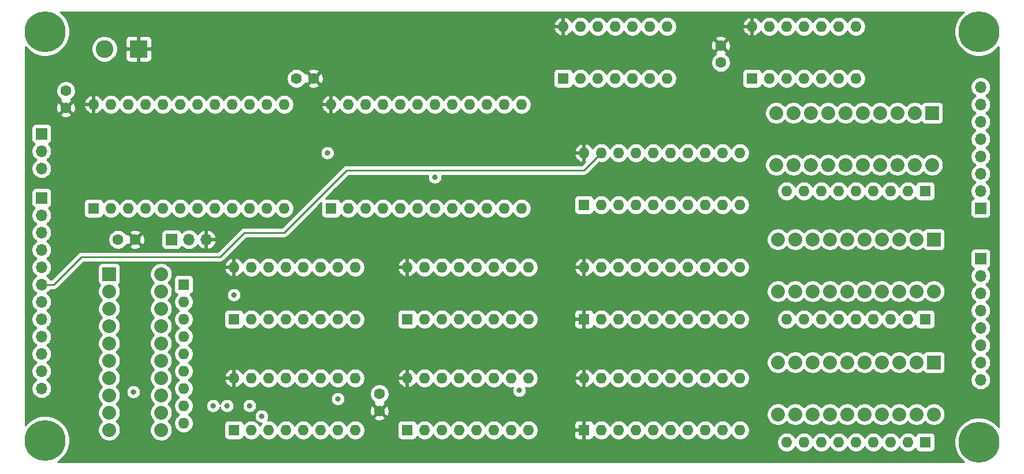
<source format=gbr>
%TF.GenerationSoftware,KiCad,Pcbnew,(5.1.9-0-10_14)*%
%TF.CreationDate,2021-06-18T22:47:41-04:00*%
%TF.ProjectId,ALU-181,414c552d-3138-4312-9e6b-696361645f70,rev?*%
%TF.SameCoordinates,Original*%
%TF.FileFunction,Copper,L3,Inr*%
%TF.FilePolarity,Positive*%
%FSLAX46Y46*%
G04 Gerber Fmt 4.6, Leading zero omitted, Abs format (unit mm)*
G04 Created by KiCad (PCBNEW (5.1.9-0-10_14)) date 2021-06-18 22:47:41*
%MOMM*%
%LPD*%
G01*
G04 APERTURE LIST*
%TA.AperFunction,ComponentPad*%
%ADD10O,1.700000X1.700000*%
%TD*%
%TA.AperFunction,ComponentPad*%
%ADD11R,1.700000X1.700000*%
%TD*%
%TA.AperFunction,ComponentPad*%
%ADD12C,0.800000*%
%TD*%
%TA.AperFunction,ComponentPad*%
%ADD13C,6.000000*%
%TD*%
%TA.AperFunction,ComponentPad*%
%ADD14O,1.600000X1.600000*%
%TD*%
%TA.AperFunction,ComponentPad*%
%ADD15R,1.600000X1.600000*%
%TD*%
%TA.AperFunction,ComponentPad*%
%ADD16C,2.032000*%
%TD*%
%TA.AperFunction,ComponentPad*%
%ADD17R,2.032000X2.032000*%
%TD*%
%TA.AperFunction,ComponentPad*%
%ADD18C,2.600000*%
%TD*%
%TA.AperFunction,ComponentPad*%
%ADD19R,2.600000X2.600000*%
%TD*%
%TA.AperFunction,ComponentPad*%
%ADD20C,1.600000*%
%TD*%
%TA.AperFunction,ViaPad*%
%ADD21C,0.800000*%
%TD*%
%TA.AperFunction,Conductor*%
%ADD22C,0.250000*%
%TD*%
%TA.AperFunction,Conductor*%
%ADD23C,0.254000*%
%TD*%
%TA.AperFunction,Conductor*%
%ADD24C,0.100000*%
%TD*%
G04 APERTURE END LIST*
D10*
%TO.N,BUS_00*%
%TO.C,J4*%
X208026000Y-109220000D03*
%TO.N,BUS_01*%
X208026000Y-106680000D03*
%TO.N,BUS_02*%
X208026000Y-104140000D03*
%TO.N,BUS_03*%
X208026000Y-101600000D03*
%TO.N,BUS_04*%
X208026000Y-99060000D03*
%TO.N,BUS_05*%
X208026000Y-96520000D03*
%TO.N,BUS_06*%
X208026000Y-93980000D03*
D11*
%TO.N,BUS_07*%
X208026000Y-91440000D03*
%TD*%
D12*
%TO.N,N/C*%
%TO.C,REF\u002A\u002A*%
X209362990Y-116773010D03*
X207772000Y-116114000D03*
X206181010Y-116773010D03*
X205522000Y-118364000D03*
X206181010Y-119954990D03*
X207772000Y-120614000D03*
X209362990Y-119954990D03*
X210022000Y-118364000D03*
D13*
X207772000Y-118364000D03*
%TD*%
%TO.N,N/C*%
%TO.C,REF\u002A\u002A*%
X207772000Y-58166000D03*
D12*
X210022000Y-58166000D03*
X209362990Y-59756990D03*
X207772000Y-60416000D03*
X206181010Y-59756990D03*
X205522000Y-58166000D03*
X206181010Y-56575010D03*
X207772000Y-55916000D03*
X209362990Y-56575010D03*
%TD*%
D13*
%TO.N,N/C*%
%TO.C,REF\u002A\u002A*%
X70866000Y-118110000D03*
D12*
X73116000Y-118110000D03*
X72456990Y-119700990D03*
X70866000Y-120360000D03*
X69275010Y-119700990D03*
X68616000Y-118110000D03*
X69275010Y-116519010D03*
X70866000Y-115860000D03*
X72456990Y-116519010D03*
%TD*%
%TO.N,N/C*%
%TO.C,REF\u002A\u002A*%
X72456990Y-56575010D03*
X70866000Y-55916000D03*
X69275010Y-56575010D03*
X68616000Y-58166000D03*
X69275010Y-59756990D03*
X70866000Y-60416000D03*
X72456990Y-59756990D03*
X73116000Y-58166000D03*
D13*
X70866000Y-58166000D03*
%TD*%
D14*
%TO.N,VCC*%
%TO.C,U6*%
X123952000Y-108966000D03*
%TO.N,GND*%
X141732000Y-116586000D03*
%TO.N,RESET*%
X126492000Y-108966000D03*
%TO.N,CLOCK*%
X139192000Y-116586000D03*
%TO.N,BUS_03*%
X129032000Y-108966000D03*
%TO.N,B0*%
X136652000Y-116586000D03*
%TO.N,BUS_02*%
X131572000Y-108966000D03*
%TO.N,B1*%
X134112000Y-116586000D03*
%TO.N,BUS_01*%
X134112000Y-108966000D03*
%TO.N,B2*%
X131572000Y-116586000D03*
%TO.N,BUS_00*%
X136652000Y-108966000D03*
%TO.N,B3*%
X129032000Y-116586000D03*
%TO.N,B_REGISTER_IN*%
X139192000Y-108966000D03*
%TO.N,GND*%
X126492000Y-116586000D03*
%TO.N,B_REGISTER_IN*%
X141732000Y-108966000D03*
D15*
%TO.N,GND*%
X123952000Y-116586000D03*
%TD*%
D14*
%TO.N,VCC*%
%TO.C,U5*%
X123952000Y-92710000D03*
%TO.N,GND*%
X141732000Y-100330000D03*
%TO.N,RESET*%
X126492000Y-92710000D03*
%TO.N,CLOCK*%
X139192000Y-100330000D03*
%TO.N,BUS_03*%
X129032000Y-92710000D03*
%TO.N,A0*%
X136652000Y-100330000D03*
%TO.N,BUS_02*%
X131572000Y-92710000D03*
%TO.N,A1*%
X134112000Y-100330000D03*
%TO.N,BUS_01*%
X134112000Y-92710000D03*
%TO.N,A2*%
X131572000Y-100330000D03*
%TO.N,BUS_00*%
X136652000Y-92710000D03*
%TO.N,A3*%
X129032000Y-100330000D03*
%TO.N,A_REGISTER_IN*%
X139192000Y-92710000D03*
%TO.N,GND*%
X126492000Y-100330000D03*
%TO.N,A_REGISTER_IN*%
X141732000Y-92710000D03*
D15*
%TO.N,GND*%
X123952000Y-100330000D03*
%TD*%
D14*
%TO.N,VCC*%
%TO.C,U4*%
X98552000Y-108966000D03*
%TO.N,GND*%
X116332000Y-116586000D03*
%TO.N,RESET*%
X101092000Y-108966000D03*
%TO.N,CLOCK*%
X113792000Y-116586000D03*
%TO.N,BUS_07*%
X103632000Y-108966000D03*
%TO.N,B4*%
X111252000Y-116586000D03*
%TO.N,BUS_06*%
X106172000Y-108966000D03*
%TO.N,B5*%
X108712000Y-116586000D03*
%TO.N,BUS_05*%
X108712000Y-108966000D03*
%TO.N,B6*%
X106172000Y-116586000D03*
%TO.N,BUS_04*%
X111252000Y-108966000D03*
%TO.N,B7*%
X103632000Y-116586000D03*
%TO.N,B_REGISTER_IN*%
X113792000Y-108966000D03*
%TO.N,GND*%
X101092000Y-116586000D03*
%TO.N,B_REGISTER_IN*%
X116332000Y-108966000D03*
D15*
%TO.N,GND*%
X98552000Y-116586000D03*
%TD*%
D14*
%TO.N,VCC*%
%TO.C,U3*%
X98552000Y-92710000D03*
%TO.N,GND*%
X116332000Y-100330000D03*
%TO.N,RESET*%
X101092000Y-92710000D03*
%TO.N,CLOCK*%
X113792000Y-100330000D03*
%TO.N,BUS_07*%
X103632000Y-92710000D03*
%TO.N,A4*%
X111252000Y-100330000D03*
%TO.N,BUS_06*%
X106172000Y-92710000D03*
%TO.N,A5*%
X108712000Y-100330000D03*
%TO.N,BUS_05*%
X108712000Y-92710000D03*
%TO.N,A6*%
X106172000Y-100330000D03*
%TO.N,BUS_04*%
X111252000Y-92710000D03*
%TO.N,A7*%
X103632000Y-100330000D03*
%TO.N,A_REGISTER_IN*%
X113792000Y-92710000D03*
%TO.N,GND*%
X101092000Y-100330000D03*
%TO.N,A_REGISTER_IN*%
X116332000Y-92710000D03*
D15*
%TO.N,GND*%
X98552000Y-100330000D03*
%TD*%
D14*
%TO.N,VCC*%
%TO.C,U2*%
X149860000Y-108966000D03*
%TO.N,GND*%
X172720000Y-116586000D03*
%TO.N,B_REGISTER_OUT*%
X152400000Y-108966000D03*
%TO.N,B0*%
X170180000Y-116586000D03*
%TO.N,BUS_07*%
X154940000Y-108966000D03*
%TO.N,B1*%
X167640000Y-116586000D03*
%TO.N,BUS_06*%
X157480000Y-108966000D03*
%TO.N,B2*%
X165100000Y-116586000D03*
%TO.N,BUS_05*%
X160020000Y-108966000D03*
%TO.N,B3*%
X162560000Y-116586000D03*
%TO.N,BUS_04*%
X162560000Y-108966000D03*
%TO.N,B4*%
X160020000Y-116586000D03*
%TO.N,BUS_03*%
X165100000Y-108966000D03*
%TO.N,B5*%
X157480000Y-116586000D03*
%TO.N,BUS_02*%
X167640000Y-108966000D03*
%TO.N,B6*%
X154940000Y-116586000D03*
%TO.N,BUS_01*%
X170180000Y-108966000D03*
%TO.N,B7*%
X152400000Y-116586000D03*
%TO.N,BUS_00*%
X172720000Y-108966000D03*
D15*
%TO.N,VCC*%
X149860000Y-116586000D03*
%TD*%
D14*
%TO.N,VCC*%
%TO.C,U1*%
X149860000Y-92710000D03*
%TO.N,GND*%
X172720000Y-100330000D03*
%TO.N,A_REGISTER_OUT*%
X152400000Y-92710000D03*
%TO.N,A0*%
X170180000Y-100330000D03*
%TO.N,BUS_07*%
X154940000Y-92710000D03*
%TO.N,A1*%
X167640000Y-100330000D03*
%TO.N,BUS_06*%
X157480000Y-92710000D03*
%TO.N,A2*%
X165100000Y-100330000D03*
%TO.N,BUS_05*%
X160020000Y-92710000D03*
%TO.N,A3*%
X162560000Y-100330000D03*
%TO.N,BUS_04*%
X162560000Y-92710000D03*
%TO.N,A4*%
X160020000Y-100330000D03*
%TO.N,BUS_03*%
X165100000Y-92710000D03*
%TO.N,A5*%
X157480000Y-100330000D03*
%TO.N,BUS_02*%
X167640000Y-92710000D03*
%TO.N,A6*%
X154940000Y-100330000D03*
%TO.N,BUS_01*%
X170180000Y-92710000D03*
%TO.N,A7*%
X152400000Y-100330000D03*
%TO.N,BUS_00*%
X172720000Y-92710000D03*
D15*
%TO.N,VCC*%
X149860000Y-100330000D03*
%TD*%
D14*
%TO.N,Net-(BAR4-Pad13)*%
%TO.C,RN4*%
X91186000Y-115570000D03*
%TO.N,Net-(BAR4-Pad14)*%
X91186000Y-113030000D03*
%TO.N,Net-(BAR4-Pad15)*%
X91186000Y-110490000D03*
%TO.N,Net-(BAR4-Pad16)*%
X91186000Y-107950000D03*
%TO.N,Net-(BAR4-Pad17)*%
X91186000Y-105410000D03*
%TO.N,Net-(BAR4-Pad18)*%
X91186000Y-102870000D03*
%TO.N,Net-(BAR4-Pad19)*%
X91186000Y-100330000D03*
%TO.N,Net-(BAR4-Pad20)*%
X91186000Y-97790000D03*
D15*
%TO.N,GND*%
X91186000Y-95250000D03*
%TD*%
D16*
%TO.N,Net-(BAR4-Pad20)*%
%TO.C,BAR4*%
X87884000Y-93726000D03*
%TO.N,Net-(BAR4-Pad19)*%
X87884000Y-96266000D03*
%TO.N,Net-(BAR4-Pad18)*%
X87884000Y-98806000D03*
%TO.N,Net-(BAR4-Pad17)*%
X87884000Y-101346000D03*
%TO.N,Net-(BAR4-Pad9)*%
X80264000Y-114046000D03*
%TO.N,Net-(BAR4-Pad10)*%
X80264000Y-116586000D03*
%TO.N,Net-(BAR4-Pad11)*%
X87884000Y-116586000D03*
%TO.N,Net-(BAR4-Pad12)*%
X87884000Y-114046000D03*
%TO.N,RESET*%
X80264000Y-111506000D03*
%TO.N,A_REGISTER_IN*%
X80264000Y-108966000D03*
%TO.N,A_REGISTER_OUT*%
X80264000Y-106426000D03*
%TO.N,B_REGISTER_IN*%
X80264000Y-103886000D03*
%TO.N,Net-(BAR4-Pad16)*%
X87884000Y-103886000D03*
%TO.N,Net-(BAR4-Pad15)*%
X87884000Y-106426000D03*
%TO.N,Net-(BAR4-Pad14)*%
X87884000Y-108966000D03*
%TO.N,Net-(BAR4-Pad13)*%
X87884000Y-111506000D03*
%TO.N,B_REGISTER_OUT*%
X80264000Y-101346000D03*
%TO.N,NOT_CARRY*%
X80264000Y-98806000D03*
%TO.N,A_EQ_B*%
X80264000Y-96266000D03*
D17*
%TO.N,A_GT_B*%
X80264000Y-93726000D03*
%TD*%
D14*
%TO.N,VCC*%
%TO.C,U11*%
X77978000Y-68834000D03*
%TO.N,GND*%
X105918000Y-84074000D03*
%TO.N,A1*%
X80518000Y-68834000D03*
%TO.N,F2*%
X103378000Y-84074000D03*
%TO.N,B1*%
X83058000Y-68834000D03*
%TO.N,F1*%
X100838000Y-84074000D03*
%TO.N,A2*%
X85598000Y-68834000D03*
%TO.N,F0*%
X98298000Y-84074000D03*
%TO.N,B2*%
X88138000Y-68834000D03*
%TO.N,ALU_MODE*%
X95758000Y-84074000D03*
%TO.N,A3*%
X90678000Y-68834000D03*
%TO.N,Net-(J17-Pad2)*%
X93218000Y-84074000D03*
%TO.N,B3*%
X93218000Y-68834000D03*
%TO.N,ALU_S0*%
X90678000Y-84074000D03*
%TO.N,Net-(U11-Pad17)*%
X95758000Y-68834000D03*
%TO.N,ALU_S1*%
X88138000Y-84074000D03*
%TO.N,CN+4*%
X98298000Y-68834000D03*
%TO.N,ALU_S2*%
X85598000Y-84074000D03*
%TO.N,Net-(U11-Pad15)*%
X100838000Y-68834000D03*
%TO.N,ALU_S3*%
X83058000Y-84074000D03*
%TO.N,A_EQ_B*%
X103378000Y-68834000D03*
%TO.N,A0*%
X80518000Y-84074000D03*
%TO.N,F3*%
X105918000Y-68834000D03*
D15*
%TO.N,B0*%
X77978000Y-84074000D03*
%TD*%
D14*
%TO.N,VCC*%
%TO.C,U10*%
X149860000Y-75946000D03*
%TO.N,GND*%
X172720000Y-83566000D03*
%TO.N,ALU_OUT*%
X152400000Y-75946000D03*
%TO.N,BUS_00*%
X170180000Y-83566000D03*
%TO.N,F7*%
X154940000Y-75946000D03*
%TO.N,BUS_01*%
X167640000Y-83566000D03*
%TO.N,F6*%
X157480000Y-75946000D03*
%TO.N,BUS_02*%
X165100000Y-83566000D03*
%TO.N,F5*%
X160020000Y-75946000D03*
%TO.N,BUS_03*%
X162560000Y-83566000D03*
%TO.N,F4*%
X162560000Y-75946000D03*
%TO.N,BUS_04*%
X160020000Y-83566000D03*
%TO.N,F3*%
X165100000Y-75946000D03*
%TO.N,BUS_05*%
X157480000Y-83566000D03*
%TO.N,F2*%
X167640000Y-75946000D03*
%TO.N,BUS_06*%
X154940000Y-83566000D03*
%TO.N,F1*%
X170180000Y-75946000D03*
%TO.N,BUS_07*%
X152400000Y-83566000D03*
%TO.N,F0*%
X172720000Y-75946000D03*
D15*
%TO.N,GND*%
X149860000Y-83566000D03*
%TD*%
D14*
%TO.N,VCC*%
%TO.C,U9*%
X112776000Y-68834000D03*
%TO.N,GND*%
X140716000Y-84074000D03*
%TO.N,A5*%
X115316000Y-68834000D03*
%TO.N,F6*%
X138176000Y-84074000D03*
%TO.N,B5*%
X117856000Y-68834000D03*
%TO.N,F5*%
X135636000Y-84074000D03*
%TO.N,A6*%
X120396000Y-68834000D03*
%TO.N,F4*%
X133096000Y-84074000D03*
%TO.N,B6*%
X122936000Y-68834000D03*
%TO.N,ALU_MODE*%
X130556000Y-84074000D03*
%TO.N,A7*%
X125476000Y-68834000D03*
%TO.N,CN+4*%
X128016000Y-84074000D03*
%TO.N,B7*%
X128016000Y-68834000D03*
%TO.N,ALU_S0*%
X125476000Y-84074000D03*
%TO.N,Net-(U9-Pad17)*%
X130556000Y-68834000D03*
%TO.N,ALU_S1*%
X122936000Y-84074000D03*
%TO.N,CARRY*%
X133096000Y-68834000D03*
%TO.N,ALU_S2*%
X120396000Y-84074000D03*
%TO.N,Net-(U9-Pad15)*%
X135636000Y-68834000D03*
%TO.N,ALU_S3*%
X117856000Y-84074000D03*
%TO.N,A_EQ_B*%
X138176000Y-68834000D03*
%TO.N,A4*%
X115316000Y-84074000D03*
%TO.N,F7*%
X140716000Y-68834000D03*
D15*
%TO.N,B4*%
X112776000Y-84074000D03*
%TD*%
D14*
%TO.N,VCC*%
%TO.C,U8*%
X146812000Y-57404000D03*
%TO.N,GND*%
X162052000Y-65024000D03*
%TO.N,N/C*%
X149352000Y-57404000D03*
%TO.N,A_EQ_B*%
X159512000Y-65024000D03*
%TO.N,N/C*%
X151892000Y-57404000D03*
%TO.N,CARRY*%
X156972000Y-65024000D03*
%TO.N,N/C*%
X154432000Y-57404000D03*
%TO.N,A_GT_B*%
X154432000Y-65024000D03*
%TO.N,N/C*%
X156972000Y-57404000D03*
X151892000Y-65024000D03*
X159512000Y-57404000D03*
X149352000Y-65024000D03*
X162052000Y-57404000D03*
D15*
X146812000Y-65024000D03*
%TD*%
D14*
%TO.N,VCC*%
%TO.C,U7*%
X174498000Y-57404000D03*
%TO.N,GND*%
X189738000Y-65024000D03*
%TO.N,N/C*%
X177038000Y-57404000D03*
X187198000Y-65024000D03*
X179578000Y-57404000D03*
X184658000Y-65024000D03*
X182118000Y-57404000D03*
X182118000Y-65024000D03*
X184658000Y-57404000D03*
X179578000Y-65024000D03*
X187198000Y-57404000D03*
%TO.N,NOT_CARRY*%
X177038000Y-65024000D03*
%TO.N,N/C*%
X189738000Y-57404000D03*
D15*
%TO.N,CARRY*%
X174498000Y-65024000D03*
%TD*%
D14*
%TO.N,Net-(BAR3-Pad13)*%
%TO.C,RN3*%
X179578000Y-81534000D03*
%TO.N,Net-(BAR3-Pad14)*%
X182118000Y-81534000D03*
%TO.N,Net-(BAR3-Pad15)*%
X184658000Y-81534000D03*
%TO.N,Net-(BAR3-Pad16)*%
X187198000Y-81534000D03*
%TO.N,Net-(BAR3-Pad17)*%
X189738000Y-81534000D03*
%TO.N,Net-(BAR3-Pad18)*%
X192278000Y-81534000D03*
%TO.N,Net-(BAR3-Pad19)*%
X194818000Y-81534000D03*
%TO.N,Net-(BAR3-Pad20)*%
X197358000Y-81534000D03*
D15*
%TO.N,GND*%
X199898000Y-81534000D03*
%TD*%
D14*
%TO.N,Net-(BAR2-Pad13)*%
%TO.C,RN2*%
X179578000Y-118364000D03*
%TO.N,Net-(BAR2-Pad14)*%
X182118000Y-118364000D03*
%TO.N,Net-(BAR2-Pad15)*%
X184658000Y-118364000D03*
%TO.N,Net-(BAR2-Pad16)*%
X187198000Y-118364000D03*
%TO.N,Net-(BAR2-Pad17)*%
X189738000Y-118364000D03*
%TO.N,Net-(BAR2-Pad18)*%
X192278000Y-118364000D03*
%TO.N,Net-(BAR2-Pad19)*%
X194818000Y-118364000D03*
%TO.N,Net-(BAR2-Pad20)*%
X197358000Y-118364000D03*
D15*
%TO.N,GND*%
X199898000Y-118364000D03*
%TD*%
D14*
%TO.N,Net-(BAR1-Pad13)*%
%TO.C,RN1*%
X179578000Y-100330000D03*
%TO.N,Net-(BAR1-Pad14)*%
X182118000Y-100330000D03*
%TO.N,Net-(BAR1-Pad15)*%
X184658000Y-100330000D03*
%TO.N,Net-(BAR1-Pad16)*%
X187198000Y-100330000D03*
%TO.N,Net-(BAR1-Pad17)*%
X189738000Y-100330000D03*
%TO.N,Net-(BAR1-Pad18)*%
X192278000Y-100330000D03*
%TO.N,Net-(BAR1-Pad19)*%
X194818000Y-100330000D03*
%TO.N,Net-(BAR1-Pad20)*%
X197358000Y-100330000D03*
D15*
%TO.N,GND*%
X199898000Y-100330000D03*
%TD*%
D10*
%TO.N,NOT_CARRY*%
%TO.C,J20*%
X70358000Y-78232000D03*
%TO.N,A_EQ_B*%
X70358000Y-75692000D03*
D11*
%TO.N,A_GT_B*%
X70358000Y-73152000D03*
%TD*%
D10*
%TO.N,VCC*%
%TO.C,J17*%
X94488000Y-88646000D03*
%TO.N,Net-(J17-Pad2)*%
X91948000Y-88646000D03*
D11*
%TO.N,GND*%
X89408000Y-88646000D03*
%TD*%
D18*
%TO.N,GND*%
%TO.C,J3*%
X79582000Y-60706000D03*
D19*
%TO.N,VCC*%
X84582000Y-60706000D03*
%TD*%
D10*
%TO.N,CLOCK*%
%TO.C,J2*%
X70358000Y-110490000D03*
%TO.N,RESET*%
X70358000Y-107950000D03*
%TO.N,A_REGISTER_IN*%
X70358000Y-105410000D03*
%TO.N,A_REGISTER_OUT*%
X70358000Y-102870000D03*
%TO.N,B_REGISTER_IN*%
X70358000Y-100330000D03*
%TO.N,B_REGISTER_OUT*%
X70358000Y-97790000D03*
%TO.N,ALU_OUT*%
X70358000Y-95250000D03*
%TO.N,ALU_MODE*%
X70358000Y-92710000D03*
%TO.N,ALU_S3*%
X70358000Y-90170000D03*
%TO.N,ALU_S2*%
X70358000Y-87630000D03*
%TO.N,ALU_S1*%
X70358000Y-85090000D03*
D11*
%TO.N,ALU_S0*%
X70358000Y-82550000D03*
%TD*%
D10*
%TO.N,BUS_00*%
%TO.C,J1*%
X208026000Y-66294000D03*
%TO.N,BUS_01*%
X208026000Y-68834000D03*
%TO.N,BUS_02*%
X208026000Y-71374000D03*
%TO.N,BUS_03*%
X208026000Y-73914000D03*
%TO.N,BUS_04*%
X208026000Y-76454000D03*
%TO.N,BUS_05*%
X208026000Y-78994000D03*
%TO.N,BUS_06*%
X208026000Y-81534000D03*
D11*
%TO.N,BUS_07*%
X208026000Y-84074000D03*
%TD*%
D20*
%TO.N,GND*%
%TO.C,C5*%
X119888000Y-111292000D03*
%TO.N,VCC*%
X119888000Y-113792000D03*
%TD*%
%TO.N,GND*%
%TO.C,C4*%
X81574000Y-88646000D03*
%TO.N,VCC*%
X84074000Y-88646000D03*
%TD*%
%TO.N,GND*%
%TO.C,C3*%
X169926000Y-62698000D03*
%TO.N,VCC*%
X169926000Y-60198000D03*
%TD*%
%TO.N,GND*%
%TO.C,C2*%
X73914000Y-66842000D03*
%TO.N,VCC*%
X73914000Y-69342000D03*
%TD*%
%TO.N,GND*%
%TO.C,C1*%
X107736000Y-65024000D03*
%TO.N,VCC*%
X110236000Y-65024000D03*
%TD*%
D16*
%TO.N,Net-(BAR3-Pad20)*%
%TO.C,BAR3*%
X200914000Y-77724000D03*
%TO.N,Net-(BAR3-Pad19)*%
X198374000Y-77724000D03*
%TO.N,Net-(BAR3-Pad18)*%
X195834000Y-77724000D03*
%TO.N,Net-(BAR3-Pad17)*%
X193294000Y-77724000D03*
%TO.N,Net-(BAR3-Pad9)*%
X180594000Y-70104000D03*
%TO.N,Net-(BAR3-Pad10)*%
X178054000Y-70104000D03*
%TO.N,Net-(BAR3-Pad11)*%
X178054000Y-77724000D03*
%TO.N,Net-(BAR3-Pad12)*%
X180594000Y-77724000D03*
%TO.N,F7*%
X183134000Y-70104000D03*
%TO.N,F6*%
X185674000Y-70104000D03*
%TO.N,F5*%
X188214000Y-70104000D03*
%TO.N,F4*%
X190754000Y-70104000D03*
%TO.N,Net-(BAR3-Pad16)*%
X190754000Y-77724000D03*
%TO.N,Net-(BAR3-Pad15)*%
X188214000Y-77724000D03*
%TO.N,Net-(BAR3-Pad14)*%
X185674000Y-77724000D03*
%TO.N,Net-(BAR3-Pad13)*%
X183134000Y-77724000D03*
%TO.N,F3*%
X193294000Y-70104000D03*
%TO.N,F2*%
X195834000Y-70104000D03*
%TO.N,F1*%
X198374000Y-70104000D03*
D17*
%TO.N,F0*%
X200914000Y-70104000D03*
%TD*%
D16*
%TO.N,Net-(BAR2-Pad20)*%
%TO.C,BAR2*%
X201168000Y-114300000D03*
%TO.N,Net-(BAR2-Pad19)*%
X198628000Y-114300000D03*
%TO.N,Net-(BAR2-Pad18)*%
X196088000Y-114300000D03*
%TO.N,Net-(BAR2-Pad17)*%
X193548000Y-114300000D03*
%TO.N,Net-(BAR2-Pad9)*%
X180848000Y-106680000D03*
%TO.N,Net-(BAR2-Pad10)*%
X178308000Y-106680000D03*
%TO.N,Net-(BAR2-Pad11)*%
X178308000Y-114300000D03*
%TO.N,Net-(BAR2-Pad12)*%
X180848000Y-114300000D03*
%TO.N,B7*%
X183388000Y-106680000D03*
%TO.N,B6*%
X185928000Y-106680000D03*
%TO.N,B5*%
X188468000Y-106680000D03*
%TO.N,B4*%
X191008000Y-106680000D03*
%TO.N,Net-(BAR2-Pad16)*%
X191008000Y-114300000D03*
%TO.N,Net-(BAR2-Pad15)*%
X188468000Y-114300000D03*
%TO.N,Net-(BAR2-Pad14)*%
X185928000Y-114300000D03*
%TO.N,Net-(BAR2-Pad13)*%
X183388000Y-114300000D03*
%TO.N,B3*%
X193548000Y-106680000D03*
%TO.N,B2*%
X196088000Y-106680000D03*
%TO.N,B1*%
X198628000Y-106680000D03*
D17*
%TO.N,B0*%
X201168000Y-106680000D03*
%TD*%
D16*
%TO.N,Net-(BAR1-Pad20)*%
%TO.C,BAR1*%
X201168000Y-96266000D03*
%TO.N,Net-(BAR1-Pad19)*%
X198628000Y-96266000D03*
%TO.N,Net-(BAR1-Pad18)*%
X196088000Y-96266000D03*
%TO.N,Net-(BAR1-Pad17)*%
X193548000Y-96266000D03*
%TO.N,Net-(BAR1-Pad9)*%
X180848000Y-88646000D03*
%TO.N,Net-(BAR1-Pad10)*%
X178308000Y-88646000D03*
%TO.N,Net-(BAR1-Pad11)*%
X178308000Y-96266000D03*
%TO.N,Net-(BAR1-Pad12)*%
X180848000Y-96266000D03*
%TO.N,A7*%
X183388000Y-88646000D03*
%TO.N,A6*%
X185928000Y-88646000D03*
%TO.N,A5*%
X188468000Y-88646000D03*
%TO.N,A4*%
X191008000Y-88646000D03*
%TO.N,Net-(BAR1-Pad16)*%
X191008000Y-96266000D03*
%TO.N,Net-(BAR1-Pad15)*%
X188468000Y-96266000D03*
%TO.N,Net-(BAR1-Pad14)*%
X185928000Y-96266000D03*
%TO.N,Net-(BAR1-Pad13)*%
X183388000Y-96266000D03*
%TO.N,A3*%
X193548000Y-88646000D03*
%TO.N,A2*%
X196088000Y-88646000D03*
%TO.N,A1*%
X198628000Y-88646000D03*
D17*
%TO.N,A0*%
X201168000Y-88646000D03*
%TD*%
D21*
%TO.N,B4*%
X98552000Y-96774000D03*
X102616000Y-114554000D03*
%TO.N,A_REGISTER_IN*%
X95504000Y-113030000D03*
X83820000Y-110998000D03*
%TO.N,A_REGISTER_OUT*%
X97536000Y-113030000D03*
%TO.N,B_REGISTER_OUT*%
X100838000Y-113030000D03*
%TO.N,CLOCK*%
X113792000Y-112014000D03*
X140381205Y-110780990D03*
%TO.N,CN+4*%
X112268000Y-75946000D03*
X128016000Y-79502000D03*
%TD*%
D22*
%TO.N,ALU_OUT*%
X70358000Y-95250000D02*
X72136000Y-95250000D01*
X72136000Y-95250000D02*
X76200000Y-91186000D01*
X76200000Y-91186000D02*
X96520000Y-91186000D01*
X96520000Y-91186000D02*
X100076000Y-87630000D01*
X100076000Y-87630000D02*
X105918000Y-87630000D01*
X105918000Y-87630000D02*
X115062000Y-78486000D01*
X149860000Y-78486000D02*
X152400000Y-75946000D01*
X115062000Y-78486000D02*
X149860000Y-78486000D01*
%TD*%
D23*
%TO.N,VCC*%
X205454823Y-55342511D02*
X204948511Y-55848823D01*
X204550705Y-56444182D01*
X204276691Y-57105710D01*
X204137000Y-57807984D01*
X204137000Y-58524016D01*
X204276691Y-59226290D01*
X204550705Y-59887818D01*
X204948511Y-60483177D01*
X205454823Y-60989489D01*
X206050182Y-61387295D01*
X206711710Y-61661309D01*
X207413984Y-61801000D01*
X208130016Y-61801000D01*
X208832290Y-61661309D01*
X209493818Y-61387295D01*
X210089177Y-60989489D01*
X210595489Y-60483177D01*
X210668000Y-60374656D01*
X210668001Y-116155345D01*
X210595489Y-116046823D01*
X210089177Y-115540511D01*
X209493818Y-115142705D01*
X208832290Y-114868691D01*
X208130016Y-114729000D01*
X207413984Y-114729000D01*
X206711710Y-114868691D01*
X206050182Y-115142705D01*
X205454823Y-115540511D01*
X204948511Y-116046823D01*
X204550705Y-116642182D01*
X204276691Y-117303710D01*
X204137000Y-118005984D01*
X204137000Y-118722016D01*
X204276691Y-119424290D01*
X204550705Y-120085818D01*
X204948511Y-120681177D01*
X205454823Y-121187489D01*
X205563343Y-121260000D01*
X72694519Y-121260000D01*
X73183177Y-120933489D01*
X73689489Y-120427177D01*
X74087295Y-119831818D01*
X74361309Y-119170290D01*
X74501000Y-118468016D01*
X74501000Y-117751984D01*
X74361309Y-117049710D01*
X74087295Y-116388182D01*
X73689489Y-115792823D01*
X73183177Y-115286511D01*
X72587818Y-114888705D01*
X71926290Y-114614691D01*
X71224016Y-114475000D01*
X70507984Y-114475000D01*
X69805710Y-114614691D01*
X69144182Y-114888705D01*
X68548823Y-115286511D01*
X68042511Y-115792823D01*
X67970000Y-115901343D01*
X67970000Y-81700000D01*
X68869928Y-81700000D01*
X68869928Y-83400000D01*
X68882188Y-83524482D01*
X68918498Y-83644180D01*
X68977463Y-83754494D01*
X69056815Y-83851185D01*
X69153506Y-83930537D01*
X69263820Y-83989502D01*
X69336380Y-84011513D01*
X69204525Y-84143368D01*
X69042010Y-84386589D01*
X68930068Y-84656842D01*
X68873000Y-84943740D01*
X68873000Y-85236260D01*
X68930068Y-85523158D01*
X69042010Y-85793411D01*
X69204525Y-86036632D01*
X69411368Y-86243475D01*
X69585760Y-86360000D01*
X69411368Y-86476525D01*
X69204525Y-86683368D01*
X69042010Y-86926589D01*
X68930068Y-87196842D01*
X68873000Y-87483740D01*
X68873000Y-87776260D01*
X68930068Y-88063158D01*
X69042010Y-88333411D01*
X69204525Y-88576632D01*
X69411368Y-88783475D01*
X69585760Y-88900000D01*
X69411368Y-89016525D01*
X69204525Y-89223368D01*
X69042010Y-89466589D01*
X68930068Y-89736842D01*
X68873000Y-90023740D01*
X68873000Y-90316260D01*
X68930068Y-90603158D01*
X69042010Y-90873411D01*
X69204525Y-91116632D01*
X69411368Y-91323475D01*
X69585760Y-91440000D01*
X69411368Y-91556525D01*
X69204525Y-91763368D01*
X69042010Y-92006589D01*
X68930068Y-92276842D01*
X68873000Y-92563740D01*
X68873000Y-92856260D01*
X68930068Y-93143158D01*
X69042010Y-93413411D01*
X69204525Y-93656632D01*
X69411368Y-93863475D01*
X69585760Y-93980000D01*
X69411368Y-94096525D01*
X69204525Y-94303368D01*
X69042010Y-94546589D01*
X68930068Y-94816842D01*
X68873000Y-95103740D01*
X68873000Y-95396260D01*
X68930068Y-95683158D01*
X69042010Y-95953411D01*
X69204525Y-96196632D01*
X69411368Y-96403475D01*
X69585760Y-96520000D01*
X69411368Y-96636525D01*
X69204525Y-96843368D01*
X69042010Y-97086589D01*
X68930068Y-97356842D01*
X68873000Y-97643740D01*
X68873000Y-97936260D01*
X68930068Y-98223158D01*
X69042010Y-98493411D01*
X69204525Y-98736632D01*
X69411368Y-98943475D01*
X69585760Y-99060000D01*
X69411368Y-99176525D01*
X69204525Y-99383368D01*
X69042010Y-99626589D01*
X68930068Y-99896842D01*
X68873000Y-100183740D01*
X68873000Y-100476260D01*
X68930068Y-100763158D01*
X69042010Y-101033411D01*
X69204525Y-101276632D01*
X69411368Y-101483475D01*
X69585760Y-101600000D01*
X69411368Y-101716525D01*
X69204525Y-101923368D01*
X69042010Y-102166589D01*
X68930068Y-102436842D01*
X68873000Y-102723740D01*
X68873000Y-103016260D01*
X68930068Y-103303158D01*
X69042010Y-103573411D01*
X69204525Y-103816632D01*
X69411368Y-104023475D01*
X69585760Y-104140000D01*
X69411368Y-104256525D01*
X69204525Y-104463368D01*
X69042010Y-104706589D01*
X68930068Y-104976842D01*
X68873000Y-105263740D01*
X68873000Y-105556260D01*
X68930068Y-105843158D01*
X69042010Y-106113411D01*
X69204525Y-106356632D01*
X69411368Y-106563475D01*
X69585760Y-106680000D01*
X69411368Y-106796525D01*
X69204525Y-107003368D01*
X69042010Y-107246589D01*
X68930068Y-107516842D01*
X68873000Y-107803740D01*
X68873000Y-108096260D01*
X68930068Y-108383158D01*
X69042010Y-108653411D01*
X69204525Y-108896632D01*
X69411368Y-109103475D01*
X69585760Y-109220000D01*
X69411368Y-109336525D01*
X69204525Y-109543368D01*
X69042010Y-109786589D01*
X68930068Y-110056842D01*
X68873000Y-110343740D01*
X68873000Y-110636260D01*
X68930068Y-110923158D01*
X69042010Y-111193411D01*
X69204525Y-111436632D01*
X69411368Y-111643475D01*
X69654589Y-111805990D01*
X69924842Y-111917932D01*
X70211740Y-111975000D01*
X70504260Y-111975000D01*
X70791158Y-111917932D01*
X71061411Y-111805990D01*
X71304632Y-111643475D01*
X71511475Y-111436632D01*
X71673990Y-111193411D01*
X71785932Y-110923158D01*
X71843000Y-110636260D01*
X71843000Y-110343740D01*
X71785932Y-110056842D01*
X71673990Y-109786589D01*
X71511475Y-109543368D01*
X71304632Y-109336525D01*
X71130240Y-109220000D01*
X71304632Y-109103475D01*
X71511475Y-108896632D01*
X71673990Y-108653411D01*
X71785932Y-108383158D01*
X71843000Y-108096260D01*
X71843000Y-107803740D01*
X71785932Y-107516842D01*
X71673990Y-107246589D01*
X71511475Y-107003368D01*
X71304632Y-106796525D01*
X71130240Y-106680000D01*
X71304632Y-106563475D01*
X71511475Y-106356632D01*
X71673990Y-106113411D01*
X71785932Y-105843158D01*
X71843000Y-105556260D01*
X71843000Y-105263740D01*
X71785932Y-104976842D01*
X71673990Y-104706589D01*
X71511475Y-104463368D01*
X71304632Y-104256525D01*
X71130240Y-104140000D01*
X71304632Y-104023475D01*
X71511475Y-103816632D01*
X71673990Y-103573411D01*
X71785932Y-103303158D01*
X71843000Y-103016260D01*
X71843000Y-102723740D01*
X71785932Y-102436842D01*
X71673990Y-102166589D01*
X71511475Y-101923368D01*
X71304632Y-101716525D01*
X71130240Y-101600000D01*
X71304632Y-101483475D01*
X71511475Y-101276632D01*
X71673990Y-101033411D01*
X71785932Y-100763158D01*
X71843000Y-100476260D01*
X71843000Y-100183740D01*
X71785932Y-99896842D01*
X71673990Y-99626589D01*
X71511475Y-99383368D01*
X71304632Y-99176525D01*
X71130240Y-99060000D01*
X71304632Y-98943475D01*
X71511475Y-98736632D01*
X71673990Y-98493411D01*
X71785932Y-98223158D01*
X71843000Y-97936260D01*
X71843000Y-97643740D01*
X71785932Y-97356842D01*
X71673990Y-97086589D01*
X71511475Y-96843368D01*
X71304632Y-96636525D01*
X71130240Y-96520000D01*
X71304632Y-96403475D01*
X71511475Y-96196632D01*
X71636178Y-96010000D01*
X72098678Y-96010000D01*
X72136000Y-96013676D01*
X72173322Y-96010000D01*
X72173333Y-96010000D01*
X72284986Y-95999003D01*
X72428247Y-95955546D01*
X72560276Y-95884974D01*
X72676001Y-95790001D01*
X72699804Y-95760997D01*
X75750801Y-92710000D01*
X78609928Y-92710000D01*
X78609928Y-94742000D01*
X78622188Y-94866482D01*
X78658498Y-94986180D01*
X78717463Y-95096494D01*
X78796815Y-95193185D01*
X78893506Y-95272537D01*
X78929364Y-95291704D01*
X78800903Y-95483958D01*
X78676447Y-95784421D01*
X78613000Y-96103391D01*
X78613000Y-96428609D01*
X78676447Y-96747579D01*
X78800903Y-97048042D01*
X78981585Y-97318451D01*
X79199134Y-97536000D01*
X78981585Y-97753549D01*
X78800903Y-98023958D01*
X78676447Y-98324421D01*
X78613000Y-98643391D01*
X78613000Y-98968609D01*
X78676447Y-99287579D01*
X78800903Y-99588042D01*
X78981585Y-99858451D01*
X79199134Y-100076000D01*
X78981585Y-100293549D01*
X78800903Y-100563958D01*
X78676447Y-100864421D01*
X78613000Y-101183391D01*
X78613000Y-101508609D01*
X78676447Y-101827579D01*
X78800903Y-102128042D01*
X78981585Y-102398451D01*
X79199134Y-102616000D01*
X78981585Y-102833549D01*
X78800903Y-103103958D01*
X78676447Y-103404421D01*
X78613000Y-103723391D01*
X78613000Y-104048609D01*
X78676447Y-104367579D01*
X78800903Y-104668042D01*
X78981585Y-104938451D01*
X79199134Y-105156000D01*
X78981585Y-105373549D01*
X78800903Y-105643958D01*
X78676447Y-105944421D01*
X78613000Y-106263391D01*
X78613000Y-106588609D01*
X78676447Y-106907579D01*
X78800903Y-107208042D01*
X78981585Y-107478451D01*
X79199134Y-107696000D01*
X78981585Y-107913549D01*
X78800903Y-108183958D01*
X78676447Y-108484421D01*
X78613000Y-108803391D01*
X78613000Y-109128609D01*
X78676447Y-109447579D01*
X78800903Y-109748042D01*
X78981585Y-110018451D01*
X79199134Y-110236000D01*
X78981585Y-110453549D01*
X78800903Y-110723958D01*
X78676447Y-111024421D01*
X78613000Y-111343391D01*
X78613000Y-111668609D01*
X78676447Y-111987579D01*
X78800903Y-112288042D01*
X78981585Y-112558451D01*
X79199134Y-112776000D01*
X78981585Y-112993549D01*
X78800903Y-113263958D01*
X78676447Y-113564421D01*
X78613000Y-113883391D01*
X78613000Y-114208609D01*
X78676447Y-114527579D01*
X78800903Y-114828042D01*
X78981585Y-115098451D01*
X79199134Y-115316000D01*
X78981585Y-115533549D01*
X78800903Y-115803958D01*
X78676447Y-116104421D01*
X78613000Y-116423391D01*
X78613000Y-116748609D01*
X78676447Y-117067579D01*
X78800903Y-117368042D01*
X78981585Y-117638451D01*
X79211549Y-117868415D01*
X79481958Y-118049097D01*
X79782421Y-118173553D01*
X80101391Y-118237000D01*
X80426609Y-118237000D01*
X80745579Y-118173553D01*
X81046042Y-118049097D01*
X81316451Y-117868415D01*
X81546415Y-117638451D01*
X81727097Y-117368042D01*
X81851553Y-117067579D01*
X81915000Y-116748609D01*
X81915000Y-116423391D01*
X81851553Y-116104421D01*
X81727097Y-115803958D01*
X81546415Y-115533549D01*
X81328866Y-115316000D01*
X81546415Y-115098451D01*
X81727097Y-114828042D01*
X81851553Y-114527579D01*
X81915000Y-114208609D01*
X81915000Y-113883391D01*
X81851553Y-113564421D01*
X81727097Y-113263958D01*
X81546415Y-112993549D01*
X81328866Y-112776000D01*
X81546415Y-112558451D01*
X81727097Y-112288042D01*
X81851553Y-111987579D01*
X81915000Y-111668609D01*
X81915000Y-111343391D01*
X81851553Y-111024421D01*
X81798385Y-110896061D01*
X82785000Y-110896061D01*
X82785000Y-111099939D01*
X82824774Y-111299898D01*
X82902795Y-111488256D01*
X83016063Y-111657774D01*
X83160226Y-111801937D01*
X83329744Y-111915205D01*
X83518102Y-111993226D01*
X83718061Y-112033000D01*
X83921939Y-112033000D01*
X84121898Y-111993226D01*
X84310256Y-111915205D01*
X84479774Y-111801937D01*
X84623937Y-111657774D01*
X84737205Y-111488256D01*
X84815226Y-111299898D01*
X84855000Y-111099939D01*
X84855000Y-110896061D01*
X84815226Y-110696102D01*
X84737205Y-110507744D01*
X84623937Y-110338226D01*
X84479774Y-110194063D01*
X84310256Y-110080795D01*
X84121898Y-110002774D01*
X83921939Y-109963000D01*
X83718061Y-109963000D01*
X83518102Y-110002774D01*
X83329744Y-110080795D01*
X83160226Y-110194063D01*
X83016063Y-110338226D01*
X82902795Y-110507744D01*
X82824774Y-110696102D01*
X82785000Y-110896061D01*
X81798385Y-110896061D01*
X81727097Y-110723958D01*
X81546415Y-110453549D01*
X81328866Y-110236000D01*
X81546415Y-110018451D01*
X81727097Y-109748042D01*
X81851553Y-109447579D01*
X81915000Y-109128609D01*
X81915000Y-108803391D01*
X81851553Y-108484421D01*
X81727097Y-108183958D01*
X81546415Y-107913549D01*
X81328866Y-107696000D01*
X81546415Y-107478451D01*
X81727097Y-107208042D01*
X81851553Y-106907579D01*
X81915000Y-106588609D01*
X81915000Y-106263391D01*
X81851553Y-105944421D01*
X81727097Y-105643958D01*
X81546415Y-105373549D01*
X81328866Y-105156000D01*
X81546415Y-104938451D01*
X81727097Y-104668042D01*
X81851553Y-104367579D01*
X81915000Y-104048609D01*
X81915000Y-103723391D01*
X81851553Y-103404421D01*
X81727097Y-103103958D01*
X81546415Y-102833549D01*
X81328866Y-102616000D01*
X81546415Y-102398451D01*
X81727097Y-102128042D01*
X81851553Y-101827579D01*
X81915000Y-101508609D01*
X81915000Y-101183391D01*
X81851553Y-100864421D01*
X81727097Y-100563958D01*
X81546415Y-100293549D01*
X81328866Y-100076000D01*
X81546415Y-99858451D01*
X81727097Y-99588042D01*
X81851553Y-99287579D01*
X81915000Y-98968609D01*
X81915000Y-98643391D01*
X81851553Y-98324421D01*
X81727097Y-98023958D01*
X81546415Y-97753549D01*
X81328866Y-97536000D01*
X81546415Y-97318451D01*
X81727097Y-97048042D01*
X81851553Y-96747579D01*
X81915000Y-96428609D01*
X81915000Y-96103391D01*
X81851553Y-95784421D01*
X81727097Y-95483958D01*
X81598636Y-95291704D01*
X81634494Y-95272537D01*
X81731185Y-95193185D01*
X81810537Y-95096494D01*
X81869502Y-94986180D01*
X81905812Y-94866482D01*
X81918072Y-94742000D01*
X81918072Y-93563391D01*
X86233000Y-93563391D01*
X86233000Y-93888609D01*
X86296447Y-94207579D01*
X86420903Y-94508042D01*
X86601585Y-94778451D01*
X86819134Y-94996000D01*
X86601585Y-95213549D01*
X86420903Y-95483958D01*
X86296447Y-95784421D01*
X86233000Y-96103391D01*
X86233000Y-96428609D01*
X86296447Y-96747579D01*
X86420903Y-97048042D01*
X86601585Y-97318451D01*
X86819134Y-97536000D01*
X86601585Y-97753549D01*
X86420903Y-98023958D01*
X86296447Y-98324421D01*
X86233000Y-98643391D01*
X86233000Y-98968609D01*
X86296447Y-99287579D01*
X86420903Y-99588042D01*
X86601585Y-99858451D01*
X86819134Y-100076000D01*
X86601585Y-100293549D01*
X86420903Y-100563958D01*
X86296447Y-100864421D01*
X86233000Y-101183391D01*
X86233000Y-101508609D01*
X86296447Y-101827579D01*
X86420903Y-102128042D01*
X86601585Y-102398451D01*
X86819134Y-102616000D01*
X86601585Y-102833549D01*
X86420903Y-103103958D01*
X86296447Y-103404421D01*
X86233000Y-103723391D01*
X86233000Y-104048609D01*
X86296447Y-104367579D01*
X86420903Y-104668042D01*
X86601585Y-104938451D01*
X86819134Y-105156000D01*
X86601585Y-105373549D01*
X86420903Y-105643958D01*
X86296447Y-105944421D01*
X86233000Y-106263391D01*
X86233000Y-106588609D01*
X86296447Y-106907579D01*
X86420903Y-107208042D01*
X86601585Y-107478451D01*
X86819134Y-107696000D01*
X86601585Y-107913549D01*
X86420903Y-108183958D01*
X86296447Y-108484421D01*
X86233000Y-108803391D01*
X86233000Y-109128609D01*
X86296447Y-109447579D01*
X86420903Y-109748042D01*
X86601585Y-110018451D01*
X86819134Y-110236000D01*
X86601585Y-110453549D01*
X86420903Y-110723958D01*
X86296447Y-111024421D01*
X86233000Y-111343391D01*
X86233000Y-111668609D01*
X86296447Y-111987579D01*
X86420903Y-112288042D01*
X86601585Y-112558451D01*
X86819134Y-112776000D01*
X86601585Y-112993549D01*
X86420903Y-113263958D01*
X86296447Y-113564421D01*
X86233000Y-113883391D01*
X86233000Y-114208609D01*
X86296447Y-114527579D01*
X86420903Y-114828042D01*
X86601585Y-115098451D01*
X86819134Y-115316000D01*
X86601585Y-115533549D01*
X86420903Y-115803958D01*
X86296447Y-116104421D01*
X86233000Y-116423391D01*
X86233000Y-116748609D01*
X86296447Y-117067579D01*
X86420903Y-117368042D01*
X86601585Y-117638451D01*
X86831549Y-117868415D01*
X87101958Y-118049097D01*
X87402421Y-118173553D01*
X87721391Y-118237000D01*
X88046609Y-118237000D01*
X88118676Y-118222665D01*
X178143000Y-118222665D01*
X178143000Y-118505335D01*
X178198147Y-118782574D01*
X178306320Y-119043727D01*
X178463363Y-119278759D01*
X178663241Y-119478637D01*
X178898273Y-119635680D01*
X179159426Y-119743853D01*
X179436665Y-119799000D01*
X179719335Y-119799000D01*
X179996574Y-119743853D01*
X180257727Y-119635680D01*
X180492759Y-119478637D01*
X180692637Y-119278759D01*
X180848000Y-119046241D01*
X181003363Y-119278759D01*
X181203241Y-119478637D01*
X181438273Y-119635680D01*
X181699426Y-119743853D01*
X181976665Y-119799000D01*
X182259335Y-119799000D01*
X182536574Y-119743853D01*
X182797727Y-119635680D01*
X183032759Y-119478637D01*
X183232637Y-119278759D01*
X183388000Y-119046241D01*
X183543363Y-119278759D01*
X183743241Y-119478637D01*
X183978273Y-119635680D01*
X184239426Y-119743853D01*
X184516665Y-119799000D01*
X184799335Y-119799000D01*
X185076574Y-119743853D01*
X185337727Y-119635680D01*
X185572759Y-119478637D01*
X185772637Y-119278759D01*
X185928000Y-119046241D01*
X186083363Y-119278759D01*
X186283241Y-119478637D01*
X186518273Y-119635680D01*
X186779426Y-119743853D01*
X187056665Y-119799000D01*
X187339335Y-119799000D01*
X187616574Y-119743853D01*
X187877727Y-119635680D01*
X188112759Y-119478637D01*
X188312637Y-119278759D01*
X188468000Y-119046241D01*
X188623363Y-119278759D01*
X188823241Y-119478637D01*
X189058273Y-119635680D01*
X189319426Y-119743853D01*
X189596665Y-119799000D01*
X189879335Y-119799000D01*
X190156574Y-119743853D01*
X190417727Y-119635680D01*
X190652759Y-119478637D01*
X190852637Y-119278759D01*
X191008000Y-119046241D01*
X191163363Y-119278759D01*
X191363241Y-119478637D01*
X191598273Y-119635680D01*
X191859426Y-119743853D01*
X192136665Y-119799000D01*
X192419335Y-119799000D01*
X192696574Y-119743853D01*
X192957727Y-119635680D01*
X193192759Y-119478637D01*
X193392637Y-119278759D01*
X193548000Y-119046241D01*
X193703363Y-119278759D01*
X193903241Y-119478637D01*
X194138273Y-119635680D01*
X194399426Y-119743853D01*
X194676665Y-119799000D01*
X194959335Y-119799000D01*
X195236574Y-119743853D01*
X195497727Y-119635680D01*
X195732759Y-119478637D01*
X195932637Y-119278759D01*
X196088000Y-119046241D01*
X196243363Y-119278759D01*
X196443241Y-119478637D01*
X196678273Y-119635680D01*
X196939426Y-119743853D01*
X197216665Y-119799000D01*
X197499335Y-119799000D01*
X197776574Y-119743853D01*
X198037727Y-119635680D01*
X198272759Y-119478637D01*
X198471357Y-119280039D01*
X198472188Y-119288482D01*
X198508498Y-119408180D01*
X198567463Y-119518494D01*
X198646815Y-119615185D01*
X198743506Y-119694537D01*
X198853820Y-119753502D01*
X198973518Y-119789812D01*
X199098000Y-119802072D01*
X200698000Y-119802072D01*
X200822482Y-119789812D01*
X200942180Y-119753502D01*
X201052494Y-119694537D01*
X201149185Y-119615185D01*
X201228537Y-119518494D01*
X201287502Y-119408180D01*
X201323812Y-119288482D01*
X201336072Y-119164000D01*
X201336072Y-117564000D01*
X201323812Y-117439518D01*
X201287502Y-117319820D01*
X201228537Y-117209506D01*
X201149185Y-117112815D01*
X201052494Y-117033463D01*
X200942180Y-116974498D01*
X200822482Y-116938188D01*
X200698000Y-116925928D01*
X199098000Y-116925928D01*
X198973518Y-116938188D01*
X198853820Y-116974498D01*
X198743506Y-117033463D01*
X198646815Y-117112815D01*
X198567463Y-117209506D01*
X198508498Y-117319820D01*
X198472188Y-117439518D01*
X198471357Y-117447961D01*
X198272759Y-117249363D01*
X198037727Y-117092320D01*
X197776574Y-116984147D01*
X197499335Y-116929000D01*
X197216665Y-116929000D01*
X196939426Y-116984147D01*
X196678273Y-117092320D01*
X196443241Y-117249363D01*
X196243363Y-117449241D01*
X196088000Y-117681759D01*
X195932637Y-117449241D01*
X195732759Y-117249363D01*
X195497727Y-117092320D01*
X195236574Y-116984147D01*
X194959335Y-116929000D01*
X194676665Y-116929000D01*
X194399426Y-116984147D01*
X194138273Y-117092320D01*
X193903241Y-117249363D01*
X193703363Y-117449241D01*
X193548000Y-117681759D01*
X193392637Y-117449241D01*
X193192759Y-117249363D01*
X192957727Y-117092320D01*
X192696574Y-116984147D01*
X192419335Y-116929000D01*
X192136665Y-116929000D01*
X191859426Y-116984147D01*
X191598273Y-117092320D01*
X191363241Y-117249363D01*
X191163363Y-117449241D01*
X191008000Y-117681759D01*
X190852637Y-117449241D01*
X190652759Y-117249363D01*
X190417727Y-117092320D01*
X190156574Y-116984147D01*
X189879335Y-116929000D01*
X189596665Y-116929000D01*
X189319426Y-116984147D01*
X189058273Y-117092320D01*
X188823241Y-117249363D01*
X188623363Y-117449241D01*
X188468000Y-117681759D01*
X188312637Y-117449241D01*
X188112759Y-117249363D01*
X187877727Y-117092320D01*
X187616574Y-116984147D01*
X187339335Y-116929000D01*
X187056665Y-116929000D01*
X186779426Y-116984147D01*
X186518273Y-117092320D01*
X186283241Y-117249363D01*
X186083363Y-117449241D01*
X185928000Y-117681759D01*
X185772637Y-117449241D01*
X185572759Y-117249363D01*
X185337727Y-117092320D01*
X185076574Y-116984147D01*
X184799335Y-116929000D01*
X184516665Y-116929000D01*
X184239426Y-116984147D01*
X183978273Y-117092320D01*
X183743241Y-117249363D01*
X183543363Y-117449241D01*
X183388000Y-117681759D01*
X183232637Y-117449241D01*
X183032759Y-117249363D01*
X182797727Y-117092320D01*
X182536574Y-116984147D01*
X182259335Y-116929000D01*
X181976665Y-116929000D01*
X181699426Y-116984147D01*
X181438273Y-117092320D01*
X181203241Y-117249363D01*
X181003363Y-117449241D01*
X180848000Y-117681759D01*
X180692637Y-117449241D01*
X180492759Y-117249363D01*
X180257727Y-117092320D01*
X179996574Y-116984147D01*
X179719335Y-116929000D01*
X179436665Y-116929000D01*
X179159426Y-116984147D01*
X178898273Y-117092320D01*
X178663241Y-117249363D01*
X178463363Y-117449241D01*
X178306320Y-117684273D01*
X178198147Y-117945426D01*
X178143000Y-118222665D01*
X88118676Y-118222665D01*
X88365579Y-118173553D01*
X88666042Y-118049097D01*
X88936451Y-117868415D01*
X89166415Y-117638451D01*
X89347097Y-117368042D01*
X89471553Y-117067579D01*
X89535000Y-116748609D01*
X89535000Y-116423391D01*
X89471553Y-116104421D01*
X89347097Y-115803958D01*
X89166415Y-115533549D01*
X88948866Y-115316000D01*
X89166415Y-115098451D01*
X89347097Y-114828042D01*
X89471553Y-114527579D01*
X89535000Y-114208609D01*
X89535000Y-113883391D01*
X89471553Y-113564421D01*
X89347097Y-113263958D01*
X89166415Y-112993549D01*
X88948866Y-112776000D01*
X89166415Y-112558451D01*
X89347097Y-112288042D01*
X89471553Y-111987579D01*
X89535000Y-111668609D01*
X89535000Y-111343391D01*
X89471553Y-111024421D01*
X89347097Y-110723958D01*
X89166415Y-110453549D01*
X88948866Y-110236000D01*
X89166415Y-110018451D01*
X89347097Y-109748042D01*
X89471553Y-109447579D01*
X89535000Y-109128609D01*
X89535000Y-108803391D01*
X89471553Y-108484421D01*
X89347097Y-108183958D01*
X89166415Y-107913549D01*
X88948866Y-107696000D01*
X89166415Y-107478451D01*
X89347097Y-107208042D01*
X89471553Y-106907579D01*
X89535000Y-106588609D01*
X89535000Y-106263391D01*
X89471553Y-105944421D01*
X89347097Y-105643958D01*
X89166415Y-105373549D01*
X88948866Y-105156000D01*
X89166415Y-104938451D01*
X89347097Y-104668042D01*
X89471553Y-104367579D01*
X89535000Y-104048609D01*
X89535000Y-103723391D01*
X89471553Y-103404421D01*
X89347097Y-103103958D01*
X89166415Y-102833549D01*
X88948866Y-102616000D01*
X89166415Y-102398451D01*
X89347097Y-102128042D01*
X89471553Y-101827579D01*
X89535000Y-101508609D01*
X89535000Y-101183391D01*
X89471553Y-100864421D01*
X89347097Y-100563958D01*
X89166415Y-100293549D01*
X88948866Y-100076000D01*
X89166415Y-99858451D01*
X89347097Y-99588042D01*
X89471553Y-99287579D01*
X89535000Y-98968609D01*
X89535000Y-98643391D01*
X89471553Y-98324421D01*
X89347097Y-98023958D01*
X89166415Y-97753549D01*
X88948866Y-97536000D01*
X89166415Y-97318451D01*
X89347097Y-97048042D01*
X89471553Y-96747579D01*
X89535000Y-96428609D01*
X89535000Y-96103391D01*
X89471553Y-95784421D01*
X89347097Y-95483958D01*
X89166415Y-95213549D01*
X88948866Y-94996000D01*
X89166415Y-94778451D01*
X89347097Y-94508042D01*
X89371138Y-94450000D01*
X89747928Y-94450000D01*
X89747928Y-96050000D01*
X89760188Y-96174482D01*
X89796498Y-96294180D01*
X89855463Y-96404494D01*
X89934815Y-96501185D01*
X90031506Y-96580537D01*
X90141820Y-96639502D01*
X90261518Y-96675812D01*
X90269961Y-96676643D01*
X90071363Y-96875241D01*
X89914320Y-97110273D01*
X89806147Y-97371426D01*
X89751000Y-97648665D01*
X89751000Y-97931335D01*
X89806147Y-98208574D01*
X89914320Y-98469727D01*
X90071363Y-98704759D01*
X90271241Y-98904637D01*
X90503759Y-99060000D01*
X90271241Y-99215363D01*
X90071363Y-99415241D01*
X89914320Y-99650273D01*
X89806147Y-99911426D01*
X89751000Y-100188665D01*
X89751000Y-100471335D01*
X89806147Y-100748574D01*
X89914320Y-101009727D01*
X90071363Y-101244759D01*
X90271241Y-101444637D01*
X90503759Y-101600000D01*
X90271241Y-101755363D01*
X90071363Y-101955241D01*
X89914320Y-102190273D01*
X89806147Y-102451426D01*
X89751000Y-102728665D01*
X89751000Y-103011335D01*
X89806147Y-103288574D01*
X89914320Y-103549727D01*
X90071363Y-103784759D01*
X90271241Y-103984637D01*
X90503759Y-104140000D01*
X90271241Y-104295363D01*
X90071363Y-104495241D01*
X89914320Y-104730273D01*
X89806147Y-104991426D01*
X89751000Y-105268665D01*
X89751000Y-105551335D01*
X89806147Y-105828574D01*
X89914320Y-106089727D01*
X90071363Y-106324759D01*
X90271241Y-106524637D01*
X90503759Y-106680000D01*
X90271241Y-106835363D01*
X90071363Y-107035241D01*
X89914320Y-107270273D01*
X89806147Y-107531426D01*
X89751000Y-107808665D01*
X89751000Y-108091335D01*
X89806147Y-108368574D01*
X89914320Y-108629727D01*
X90071363Y-108864759D01*
X90271241Y-109064637D01*
X90503759Y-109220000D01*
X90271241Y-109375363D01*
X90071363Y-109575241D01*
X89914320Y-109810273D01*
X89806147Y-110071426D01*
X89751000Y-110348665D01*
X89751000Y-110631335D01*
X89806147Y-110908574D01*
X89914320Y-111169727D01*
X90071363Y-111404759D01*
X90271241Y-111604637D01*
X90503759Y-111760000D01*
X90271241Y-111915363D01*
X90071363Y-112115241D01*
X89914320Y-112350273D01*
X89806147Y-112611426D01*
X89751000Y-112888665D01*
X89751000Y-113171335D01*
X89806147Y-113448574D01*
X89914320Y-113709727D01*
X90071363Y-113944759D01*
X90271241Y-114144637D01*
X90503759Y-114300000D01*
X90271241Y-114455363D01*
X90071363Y-114655241D01*
X89914320Y-114890273D01*
X89806147Y-115151426D01*
X89751000Y-115428665D01*
X89751000Y-115711335D01*
X89806147Y-115988574D01*
X89914320Y-116249727D01*
X90071363Y-116484759D01*
X90271241Y-116684637D01*
X90506273Y-116841680D01*
X90767426Y-116949853D01*
X91044665Y-117005000D01*
X91327335Y-117005000D01*
X91604574Y-116949853D01*
X91865727Y-116841680D01*
X92100759Y-116684637D01*
X92300637Y-116484759D01*
X92457680Y-116249727D01*
X92565853Y-115988574D01*
X92606148Y-115786000D01*
X97113928Y-115786000D01*
X97113928Y-117386000D01*
X97126188Y-117510482D01*
X97162498Y-117630180D01*
X97221463Y-117740494D01*
X97300815Y-117837185D01*
X97397506Y-117916537D01*
X97507820Y-117975502D01*
X97627518Y-118011812D01*
X97752000Y-118024072D01*
X99352000Y-118024072D01*
X99476482Y-118011812D01*
X99596180Y-117975502D01*
X99706494Y-117916537D01*
X99803185Y-117837185D01*
X99882537Y-117740494D01*
X99941502Y-117630180D01*
X99977812Y-117510482D01*
X99978643Y-117502039D01*
X100177241Y-117700637D01*
X100412273Y-117857680D01*
X100673426Y-117965853D01*
X100950665Y-118021000D01*
X101233335Y-118021000D01*
X101510574Y-117965853D01*
X101771727Y-117857680D01*
X102006759Y-117700637D01*
X102206637Y-117500759D01*
X102362000Y-117268241D01*
X102517363Y-117500759D01*
X102717241Y-117700637D01*
X102952273Y-117857680D01*
X103213426Y-117965853D01*
X103490665Y-118021000D01*
X103773335Y-118021000D01*
X104050574Y-117965853D01*
X104311727Y-117857680D01*
X104546759Y-117700637D01*
X104746637Y-117500759D01*
X104902000Y-117268241D01*
X105057363Y-117500759D01*
X105257241Y-117700637D01*
X105492273Y-117857680D01*
X105753426Y-117965853D01*
X106030665Y-118021000D01*
X106313335Y-118021000D01*
X106590574Y-117965853D01*
X106851727Y-117857680D01*
X107086759Y-117700637D01*
X107286637Y-117500759D01*
X107442000Y-117268241D01*
X107597363Y-117500759D01*
X107797241Y-117700637D01*
X108032273Y-117857680D01*
X108293426Y-117965853D01*
X108570665Y-118021000D01*
X108853335Y-118021000D01*
X109130574Y-117965853D01*
X109391727Y-117857680D01*
X109626759Y-117700637D01*
X109826637Y-117500759D01*
X109982000Y-117268241D01*
X110137363Y-117500759D01*
X110337241Y-117700637D01*
X110572273Y-117857680D01*
X110833426Y-117965853D01*
X111110665Y-118021000D01*
X111393335Y-118021000D01*
X111670574Y-117965853D01*
X111931727Y-117857680D01*
X112166759Y-117700637D01*
X112366637Y-117500759D01*
X112522000Y-117268241D01*
X112677363Y-117500759D01*
X112877241Y-117700637D01*
X113112273Y-117857680D01*
X113373426Y-117965853D01*
X113650665Y-118021000D01*
X113933335Y-118021000D01*
X114210574Y-117965853D01*
X114471727Y-117857680D01*
X114706759Y-117700637D01*
X114906637Y-117500759D01*
X115062000Y-117268241D01*
X115217363Y-117500759D01*
X115417241Y-117700637D01*
X115652273Y-117857680D01*
X115913426Y-117965853D01*
X116190665Y-118021000D01*
X116473335Y-118021000D01*
X116750574Y-117965853D01*
X117011727Y-117857680D01*
X117246759Y-117700637D01*
X117446637Y-117500759D01*
X117603680Y-117265727D01*
X117711853Y-117004574D01*
X117767000Y-116727335D01*
X117767000Y-116444665D01*
X117711853Y-116167426D01*
X117603680Y-115906273D01*
X117523317Y-115786000D01*
X122513928Y-115786000D01*
X122513928Y-117386000D01*
X122526188Y-117510482D01*
X122562498Y-117630180D01*
X122621463Y-117740494D01*
X122700815Y-117837185D01*
X122797506Y-117916537D01*
X122907820Y-117975502D01*
X123027518Y-118011812D01*
X123152000Y-118024072D01*
X124752000Y-118024072D01*
X124876482Y-118011812D01*
X124996180Y-117975502D01*
X125106494Y-117916537D01*
X125203185Y-117837185D01*
X125282537Y-117740494D01*
X125341502Y-117630180D01*
X125377812Y-117510482D01*
X125378643Y-117502039D01*
X125577241Y-117700637D01*
X125812273Y-117857680D01*
X126073426Y-117965853D01*
X126350665Y-118021000D01*
X126633335Y-118021000D01*
X126910574Y-117965853D01*
X127171727Y-117857680D01*
X127406759Y-117700637D01*
X127606637Y-117500759D01*
X127762000Y-117268241D01*
X127917363Y-117500759D01*
X128117241Y-117700637D01*
X128352273Y-117857680D01*
X128613426Y-117965853D01*
X128890665Y-118021000D01*
X129173335Y-118021000D01*
X129450574Y-117965853D01*
X129711727Y-117857680D01*
X129946759Y-117700637D01*
X130146637Y-117500759D01*
X130302000Y-117268241D01*
X130457363Y-117500759D01*
X130657241Y-117700637D01*
X130892273Y-117857680D01*
X131153426Y-117965853D01*
X131430665Y-118021000D01*
X131713335Y-118021000D01*
X131990574Y-117965853D01*
X132251727Y-117857680D01*
X132486759Y-117700637D01*
X132686637Y-117500759D01*
X132842000Y-117268241D01*
X132997363Y-117500759D01*
X133197241Y-117700637D01*
X133432273Y-117857680D01*
X133693426Y-117965853D01*
X133970665Y-118021000D01*
X134253335Y-118021000D01*
X134530574Y-117965853D01*
X134791727Y-117857680D01*
X135026759Y-117700637D01*
X135226637Y-117500759D01*
X135382000Y-117268241D01*
X135537363Y-117500759D01*
X135737241Y-117700637D01*
X135972273Y-117857680D01*
X136233426Y-117965853D01*
X136510665Y-118021000D01*
X136793335Y-118021000D01*
X137070574Y-117965853D01*
X137331727Y-117857680D01*
X137566759Y-117700637D01*
X137766637Y-117500759D01*
X137922000Y-117268241D01*
X138077363Y-117500759D01*
X138277241Y-117700637D01*
X138512273Y-117857680D01*
X138773426Y-117965853D01*
X139050665Y-118021000D01*
X139333335Y-118021000D01*
X139610574Y-117965853D01*
X139871727Y-117857680D01*
X140106759Y-117700637D01*
X140306637Y-117500759D01*
X140462000Y-117268241D01*
X140617363Y-117500759D01*
X140817241Y-117700637D01*
X141052273Y-117857680D01*
X141313426Y-117965853D01*
X141590665Y-118021000D01*
X141873335Y-118021000D01*
X142150574Y-117965853D01*
X142411727Y-117857680D01*
X142646759Y-117700637D01*
X142846637Y-117500759D01*
X142923316Y-117386000D01*
X148421928Y-117386000D01*
X148434188Y-117510482D01*
X148470498Y-117630180D01*
X148529463Y-117740494D01*
X148608815Y-117837185D01*
X148705506Y-117916537D01*
X148815820Y-117975502D01*
X148935518Y-118011812D01*
X149060000Y-118024072D01*
X149574250Y-118021000D01*
X149733000Y-117862250D01*
X149733000Y-116713000D01*
X148583750Y-116713000D01*
X148425000Y-116871750D01*
X148421928Y-117386000D01*
X142923316Y-117386000D01*
X143003680Y-117265727D01*
X143111853Y-117004574D01*
X143167000Y-116727335D01*
X143167000Y-116444665D01*
X143111853Y-116167426D01*
X143003680Y-115906273D01*
X142923317Y-115786000D01*
X148421928Y-115786000D01*
X148425000Y-116300250D01*
X148583750Y-116459000D01*
X149733000Y-116459000D01*
X149733000Y-115309750D01*
X149987000Y-115309750D01*
X149987000Y-116459000D01*
X150007000Y-116459000D01*
X150007000Y-116713000D01*
X149987000Y-116713000D01*
X149987000Y-117862250D01*
X150145750Y-118021000D01*
X150660000Y-118024072D01*
X150784482Y-118011812D01*
X150904180Y-117975502D01*
X151014494Y-117916537D01*
X151111185Y-117837185D01*
X151190537Y-117740494D01*
X151249502Y-117630180D01*
X151285812Y-117510482D01*
X151286643Y-117502039D01*
X151485241Y-117700637D01*
X151720273Y-117857680D01*
X151981426Y-117965853D01*
X152258665Y-118021000D01*
X152541335Y-118021000D01*
X152818574Y-117965853D01*
X153079727Y-117857680D01*
X153314759Y-117700637D01*
X153514637Y-117500759D01*
X153670000Y-117268241D01*
X153825363Y-117500759D01*
X154025241Y-117700637D01*
X154260273Y-117857680D01*
X154521426Y-117965853D01*
X154798665Y-118021000D01*
X155081335Y-118021000D01*
X155358574Y-117965853D01*
X155619727Y-117857680D01*
X155854759Y-117700637D01*
X156054637Y-117500759D01*
X156210000Y-117268241D01*
X156365363Y-117500759D01*
X156565241Y-117700637D01*
X156800273Y-117857680D01*
X157061426Y-117965853D01*
X157338665Y-118021000D01*
X157621335Y-118021000D01*
X157898574Y-117965853D01*
X158159727Y-117857680D01*
X158394759Y-117700637D01*
X158594637Y-117500759D01*
X158750000Y-117268241D01*
X158905363Y-117500759D01*
X159105241Y-117700637D01*
X159340273Y-117857680D01*
X159601426Y-117965853D01*
X159878665Y-118021000D01*
X160161335Y-118021000D01*
X160438574Y-117965853D01*
X160699727Y-117857680D01*
X160934759Y-117700637D01*
X161134637Y-117500759D01*
X161290000Y-117268241D01*
X161445363Y-117500759D01*
X161645241Y-117700637D01*
X161880273Y-117857680D01*
X162141426Y-117965853D01*
X162418665Y-118021000D01*
X162701335Y-118021000D01*
X162978574Y-117965853D01*
X163239727Y-117857680D01*
X163474759Y-117700637D01*
X163674637Y-117500759D01*
X163830000Y-117268241D01*
X163985363Y-117500759D01*
X164185241Y-117700637D01*
X164420273Y-117857680D01*
X164681426Y-117965853D01*
X164958665Y-118021000D01*
X165241335Y-118021000D01*
X165518574Y-117965853D01*
X165779727Y-117857680D01*
X166014759Y-117700637D01*
X166214637Y-117500759D01*
X166370000Y-117268241D01*
X166525363Y-117500759D01*
X166725241Y-117700637D01*
X166960273Y-117857680D01*
X167221426Y-117965853D01*
X167498665Y-118021000D01*
X167781335Y-118021000D01*
X168058574Y-117965853D01*
X168319727Y-117857680D01*
X168554759Y-117700637D01*
X168754637Y-117500759D01*
X168910000Y-117268241D01*
X169065363Y-117500759D01*
X169265241Y-117700637D01*
X169500273Y-117857680D01*
X169761426Y-117965853D01*
X170038665Y-118021000D01*
X170321335Y-118021000D01*
X170598574Y-117965853D01*
X170859727Y-117857680D01*
X171094759Y-117700637D01*
X171294637Y-117500759D01*
X171450000Y-117268241D01*
X171605363Y-117500759D01*
X171805241Y-117700637D01*
X172040273Y-117857680D01*
X172301426Y-117965853D01*
X172578665Y-118021000D01*
X172861335Y-118021000D01*
X173138574Y-117965853D01*
X173399727Y-117857680D01*
X173634759Y-117700637D01*
X173834637Y-117500759D01*
X173991680Y-117265727D01*
X174099853Y-117004574D01*
X174155000Y-116727335D01*
X174155000Y-116444665D01*
X174099853Y-116167426D01*
X173991680Y-115906273D01*
X173834637Y-115671241D01*
X173634759Y-115471363D01*
X173399727Y-115314320D01*
X173138574Y-115206147D01*
X172861335Y-115151000D01*
X172578665Y-115151000D01*
X172301426Y-115206147D01*
X172040273Y-115314320D01*
X171805241Y-115471363D01*
X171605363Y-115671241D01*
X171450000Y-115903759D01*
X171294637Y-115671241D01*
X171094759Y-115471363D01*
X170859727Y-115314320D01*
X170598574Y-115206147D01*
X170321335Y-115151000D01*
X170038665Y-115151000D01*
X169761426Y-115206147D01*
X169500273Y-115314320D01*
X169265241Y-115471363D01*
X169065363Y-115671241D01*
X168910000Y-115903759D01*
X168754637Y-115671241D01*
X168554759Y-115471363D01*
X168319727Y-115314320D01*
X168058574Y-115206147D01*
X167781335Y-115151000D01*
X167498665Y-115151000D01*
X167221426Y-115206147D01*
X166960273Y-115314320D01*
X166725241Y-115471363D01*
X166525363Y-115671241D01*
X166370000Y-115903759D01*
X166214637Y-115671241D01*
X166014759Y-115471363D01*
X165779727Y-115314320D01*
X165518574Y-115206147D01*
X165241335Y-115151000D01*
X164958665Y-115151000D01*
X164681426Y-115206147D01*
X164420273Y-115314320D01*
X164185241Y-115471363D01*
X163985363Y-115671241D01*
X163830000Y-115903759D01*
X163674637Y-115671241D01*
X163474759Y-115471363D01*
X163239727Y-115314320D01*
X162978574Y-115206147D01*
X162701335Y-115151000D01*
X162418665Y-115151000D01*
X162141426Y-115206147D01*
X161880273Y-115314320D01*
X161645241Y-115471363D01*
X161445363Y-115671241D01*
X161290000Y-115903759D01*
X161134637Y-115671241D01*
X160934759Y-115471363D01*
X160699727Y-115314320D01*
X160438574Y-115206147D01*
X160161335Y-115151000D01*
X159878665Y-115151000D01*
X159601426Y-115206147D01*
X159340273Y-115314320D01*
X159105241Y-115471363D01*
X158905363Y-115671241D01*
X158750000Y-115903759D01*
X158594637Y-115671241D01*
X158394759Y-115471363D01*
X158159727Y-115314320D01*
X157898574Y-115206147D01*
X157621335Y-115151000D01*
X157338665Y-115151000D01*
X157061426Y-115206147D01*
X156800273Y-115314320D01*
X156565241Y-115471363D01*
X156365363Y-115671241D01*
X156210000Y-115903759D01*
X156054637Y-115671241D01*
X155854759Y-115471363D01*
X155619727Y-115314320D01*
X155358574Y-115206147D01*
X155081335Y-115151000D01*
X154798665Y-115151000D01*
X154521426Y-115206147D01*
X154260273Y-115314320D01*
X154025241Y-115471363D01*
X153825363Y-115671241D01*
X153670000Y-115903759D01*
X153514637Y-115671241D01*
X153314759Y-115471363D01*
X153079727Y-115314320D01*
X152818574Y-115206147D01*
X152541335Y-115151000D01*
X152258665Y-115151000D01*
X151981426Y-115206147D01*
X151720273Y-115314320D01*
X151485241Y-115471363D01*
X151286643Y-115669961D01*
X151285812Y-115661518D01*
X151249502Y-115541820D01*
X151190537Y-115431506D01*
X151111185Y-115334815D01*
X151014494Y-115255463D01*
X150904180Y-115196498D01*
X150784482Y-115160188D01*
X150660000Y-115147928D01*
X150145750Y-115151000D01*
X149987000Y-115309750D01*
X149733000Y-115309750D01*
X149574250Y-115151000D01*
X149060000Y-115147928D01*
X148935518Y-115160188D01*
X148815820Y-115196498D01*
X148705506Y-115255463D01*
X148608815Y-115334815D01*
X148529463Y-115431506D01*
X148470498Y-115541820D01*
X148434188Y-115661518D01*
X148421928Y-115786000D01*
X142923317Y-115786000D01*
X142846637Y-115671241D01*
X142646759Y-115471363D01*
X142411727Y-115314320D01*
X142150574Y-115206147D01*
X141873335Y-115151000D01*
X141590665Y-115151000D01*
X141313426Y-115206147D01*
X141052273Y-115314320D01*
X140817241Y-115471363D01*
X140617363Y-115671241D01*
X140462000Y-115903759D01*
X140306637Y-115671241D01*
X140106759Y-115471363D01*
X139871727Y-115314320D01*
X139610574Y-115206147D01*
X139333335Y-115151000D01*
X139050665Y-115151000D01*
X138773426Y-115206147D01*
X138512273Y-115314320D01*
X138277241Y-115471363D01*
X138077363Y-115671241D01*
X137922000Y-115903759D01*
X137766637Y-115671241D01*
X137566759Y-115471363D01*
X137331727Y-115314320D01*
X137070574Y-115206147D01*
X136793335Y-115151000D01*
X136510665Y-115151000D01*
X136233426Y-115206147D01*
X135972273Y-115314320D01*
X135737241Y-115471363D01*
X135537363Y-115671241D01*
X135382000Y-115903759D01*
X135226637Y-115671241D01*
X135026759Y-115471363D01*
X134791727Y-115314320D01*
X134530574Y-115206147D01*
X134253335Y-115151000D01*
X133970665Y-115151000D01*
X133693426Y-115206147D01*
X133432273Y-115314320D01*
X133197241Y-115471363D01*
X132997363Y-115671241D01*
X132842000Y-115903759D01*
X132686637Y-115671241D01*
X132486759Y-115471363D01*
X132251727Y-115314320D01*
X131990574Y-115206147D01*
X131713335Y-115151000D01*
X131430665Y-115151000D01*
X131153426Y-115206147D01*
X130892273Y-115314320D01*
X130657241Y-115471363D01*
X130457363Y-115671241D01*
X130302000Y-115903759D01*
X130146637Y-115671241D01*
X129946759Y-115471363D01*
X129711727Y-115314320D01*
X129450574Y-115206147D01*
X129173335Y-115151000D01*
X128890665Y-115151000D01*
X128613426Y-115206147D01*
X128352273Y-115314320D01*
X128117241Y-115471363D01*
X127917363Y-115671241D01*
X127762000Y-115903759D01*
X127606637Y-115671241D01*
X127406759Y-115471363D01*
X127171727Y-115314320D01*
X126910574Y-115206147D01*
X126633335Y-115151000D01*
X126350665Y-115151000D01*
X126073426Y-115206147D01*
X125812273Y-115314320D01*
X125577241Y-115471363D01*
X125378643Y-115669961D01*
X125377812Y-115661518D01*
X125341502Y-115541820D01*
X125282537Y-115431506D01*
X125203185Y-115334815D01*
X125106494Y-115255463D01*
X124996180Y-115196498D01*
X124876482Y-115160188D01*
X124752000Y-115147928D01*
X123152000Y-115147928D01*
X123027518Y-115160188D01*
X122907820Y-115196498D01*
X122797506Y-115255463D01*
X122700815Y-115334815D01*
X122621463Y-115431506D01*
X122562498Y-115541820D01*
X122526188Y-115661518D01*
X122513928Y-115786000D01*
X117523317Y-115786000D01*
X117446637Y-115671241D01*
X117246759Y-115471363D01*
X117011727Y-115314320D01*
X116750574Y-115206147D01*
X116473335Y-115151000D01*
X116190665Y-115151000D01*
X115913426Y-115206147D01*
X115652273Y-115314320D01*
X115417241Y-115471363D01*
X115217363Y-115671241D01*
X115062000Y-115903759D01*
X114906637Y-115671241D01*
X114706759Y-115471363D01*
X114471727Y-115314320D01*
X114210574Y-115206147D01*
X113933335Y-115151000D01*
X113650665Y-115151000D01*
X113373426Y-115206147D01*
X113112273Y-115314320D01*
X112877241Y-115471363D01*
X112677363Y-115671241D01*
X112522000Y-115903759D01*
X112366637Y-115671241D01*
X112166759Y-115471363D01*
X111931727Y-115314320D01*
X111670574Y-115206147D01*
X111393335Y-115151000D01*
X111110665Y-115151000D01*
X110833426Y-115206147D01*
X110572273Y-115314320D01*
X110337241Y-115471363D01*
X110137363Y-115671241D01*
X109982000Y-115903759D01*
X109826637Y-115671241D01*
X109626759Y-115471363D01*
X109391727Y-115314320D01*
X109130574Y-115206147D01*
X108853335Y-115151000D01*
X108570665Y-115151000D01*
X108293426Y-115206147D01*
X108032273Y-115314320D01*
X107797241Y-115471363D01*
X107597363Y-115671241D01*
X107442000Y-115903759D01*
X107286637Y-115671241D01*
X107086759Y-115471363D01*
X106851727Y-115314320D01*
X106590574Y-115206147D01*
X106313335Y-115151000D01*
X106030665Y-115151000D01*
X105753426Y-115206147D01*
X105492273Y-115314320D01*
X105257241Y-115471363D01*
X105057363Y-115671241D01*
X104902000Y-115903759D01*
X104746637Y-115671241D01*
X104546759Y-115471363D01*
X104311727Y-115314320D01*
X104050574Y-115206147D01*
X103773335Y-115151000D01*
X103490665Y-115151000D01*
X103457469Y-115157603D01*
X103533205Y-115044256D01*
X103611226Y-114855898D01*
X103625387Y-114784702D01*
X119074903Y-114784702D01*
X119146486Y-115028671D01*
X119401996Y-115149571D01*
X119676184Y-115218300D01*
X119958512Y-115232217D01*
X120238130Y-115190787D01*
X120504292Y-115095603D01*
X120629514Y-115028671D01*
X120701097Y-114784702D01*
X119888000Y-113971605D01*
X119074903Y-114784702D01*
X103625387Y-114784702D01*
X103651000Y-114655939D01*
X103651000Y-114452061D01*
X103611226Y-114252102D01*
X103533205Y-114063744D01*
X103419937Y-113894226D01*
X103388223Y-113862512D01*
X118447783Y-113862512D01*
X118489213Y-114142130D01*
X118584397Y-114408292D01*
X118651329Y-114533514D01*
X118895298Y-114605097D01*
X119708395Y-113792000D01*
X120067605Y-113792000D01*
X120880702Y-114605097D01*
X121124671Y-114533514D01*
X121245571Y-114278004D01*
X121280817Y-114137391D01*
X176657000Y-114137391D01*
X176657000Y-114462609D01*
X176720447Y-114781579D01*
X176844903Y-115082042D01*
X177025585Y-115352451D01*
X177255549Y-115582415D01*
X177525958Y-115763097D01*
X177826421Y-115887553D01*
X178145391Y-115951000D01*
X178470609Y-115951000D01*
X178789579Y-115887553D01*
X179090042Y-115763097D01*
X179360451Y-115582415D01*
X179578000Y-115364866D01*
X179795549Y-115582415D01*
X180065958Y-115763097D01*
X180366421Y-115887553D01*
X180685391Y-115951000D01*
X181010609Y-115951000D01*
X181329579Y-115887553D01*
X181630042Y-115763097D01*
X181900451Y-115582415D01*
X182118000Y-115364866D01*
X182335549Y-115582415D01*
X182605958Y-115763097D01*
X182906421Y-115887553D01*
X183225391Y-115951000D01*
X183550609Y-115951000D01*
X183869579Y-115887553D01*
X184170042Y-115763097D01*
X184440451Y-115582415D01*
X184658000Y-115364866D01*
X184875549Y-115582415D01*
X185145958Y-115763097D01*
X185446421Y-115887553D01*
X185765391Y-115951000D01*
X186090609Y-115951000D01*
X186409579Y-115887553D01*
X186710042Y-115763097D01*
X186980451Y-115582415D01*
X187198000Y-115364866D01*
X187415549Y-115582415D01*
X187685958Y-115763097D01*
X187986421Y-115887553D01*
X188305391Y-115951000D01*
X188630609Y-115951000D01*
X188949579Y-115887553D01*
X189250042Y-115763097D01*
X189520451Y-115582415D01*
X189738000Y-115364866D01*
X189955549Y-115582415D01*
X190225958Y-115763097D01*
X190526421Y-115887553D01*
X190845391Y-115951000D01*
X191170609Y-115951000D01*
X191489579Y-115887553D01*
X191790042Y-115763097D01*
X192060451Y-115582415D01*
X192278000Y-115364866D01*
X192495549Y-115582415D01*
X192765958Y-115763097D01*
X193066421Y-115887553D01*
X193385391Y-115951000D01*
X193710609Y-115951000D01*
X194029579Y-115887553D01*
X194330042Y-115763097D01*
X194600451Y-115582415D01*
X194818000Y-115364866D01*
X195035549Y-115582415D01*
X195305958Y-115763097D01*
X195606421Y-115887553D01*
X195925391Y-115951000D01*
X196250609Y-115951000D01*
X196569579Y-115887553D01*
X196870042Y-115763097D01*
X197140451Y-115582415D01*
X197358000Y-115364866D01*
X197575549Y-115582415D01*
X197845958Y-115763097D01*
X198146421Y-115887553D01*
X198465391Y-115951000D01*
X198790609Y-115951000D01*
X199109579Y-115887553D01*
X199410042Y-115763097D01*
X199680451Y-115582415D01*
X199898000Y-115364866D01*
X200115549Y-115582415D01*
X200385958Y-115763097D01*
X200686421Y-115887553D01*
X201005391Y-115951000D01*
X201330609Y-115951000D01*
X201649579Y-115887553D01*
X201950042Y-115763097D01*
X202220451Y-115582415D01*
X202450415Y-115352451D01*
X202631097Y-115082042D01*
X202755553Y-114781579D01*
X202819000Y-114462609D01*
X202819000Y-114137391D01*
X202755553Y-113818421D01*
X202631097Y-113517958D01*
X202450415Y-113247549D01*
X202220451Y-113017585D01*
X201950042Y-112836903D01*
X201649579Y-112712447D01*
X201330609Y-112649000D01*
X201005391Y-112649000D01*
X200686421Y-112712447D01*
X200385958Y-112836903D01*
X200115549Y-113017585D01*
X199898000Y-113235134D01*
X199680451Y-113017585D01*
X199410042Y-112836903D01*
X199109579Y-112712447D01*
X198790609Y-112649000D01*
X198465391Y-112649000D01*
X198146421Y-112712447D01*
X197845958Y-112836903D01*
X197575549Y-113017585D01*
X197358000Y-113235134D01*
X197140451Y-113017585D01*
X196870042Y-112836903D01*
X196569579Y-112712447D01*
X196250609Y-112649000D01*
X195925391Y-112649000D01*
X195606421Y-112712447D01*
X195305958Y-112836903D01*
X195035549Y-113017585D01*
X194818000Y-113235134D01*
X194600451Y-113017585D01*
X194330042Y-112836903D01*
X194029579Y-112712447D01*
X193710609Y-112649000D01*
X193385391Y-112649000D01*
X193066421Y-112712447D01*
X192765958Y-112836903D01*
X192495549Y-113017585D01*
X192278000Y-113235134D01*
X192060451Y-113017585D01*
X191790042Y-112836903D01*
X191489579Y-112712447D01*
X191170609Y-112649000D01*
X190845391Y-112649000D01*
X190526421Y-112712447D01*
X190225958Y-112836903D01*
X189955549Y-113017585D01*
X189738000Y-113235134D01*
X189520451Y-113017585D01*
X189250042Y-112836903D01*
X188949579Y-112712447D01*
X188630609Y-112649000D01*
X188305391Y-112649000D01*
X187986421Y-112712447D01*
X187685958Y-112836903D01*
X187415549Y-113017585D01*
X187198000Y-113235134D01*
X186980451Y-113017585D01*
X186710042Y-112836903D01*
X186409579Y-112712447D01*
X186090609Y-112649000D01*
X185765391Y-112649000D01*
X185446421Y-112712447D01*
X185145958Y-112836903D01*
X184875549Y-113017585D01*
X184658000Y-113235134D01*
X184440451Y-113017585D01*
X184170042Y-112836903D01*
X183869579Y-112712447D01*
X183550609Y-112649000D01*
X183225391Y-112649000D01*
X182906421Y-112712447D01*
X182605958Y-112836903D01*
X182335549Y-113017585D01*
X182118000Y-113235134D01*
X181900451Y-113017585D01*
X181630042Y-112836903D01*
X181329579Y-112712447D01*
X181010609Y-112649000D01*
X180685391Y-112649000D01*
X180366421Y-112712447D01*
X180065958Y-112836903D01*
X179795549Y-113017585D01*
X179578000Y-113235134D01*
X179360451Y-113017585D01*
X179090042Y-112836903D01*
X178789579Y-112712447D01*
X178470609Y-112649000D01*
X178145391Y-112649000D01*
X177826421Y-112712447D01*
X177525958Y-112836903D01*
X177255549Y-113017585D01*
X177025585Y-113247549D01*
X176844903Y-113517958D01*
X176720447Y-113818421D01*
X176657000Y-114137391D01*
X121280817Y-114137391D01*
X121314300Y-114003816D01*
X121328217Y-113721488D01*
X121286787Y-113441870D01*
X121191603Y-113175708D01*
X121124671Y-113050486D01*
X120880702Y-112978903D01*
X120067605Y-113792000D01*
X119708395Y-113792000D01*
X118895298Y-112978903D01*
X118651329Y-113050486D01*
X118530429Y-113305996D01*
X118461700Y-113580184D01*
X118447783Y-113862512D01*
X103388223Y-113862512D01*
X103275774Y-113750063D01*
X103106256Y-113636795D01*
X102917898Y-113558774D01*
X102717939Y-113519000D01*
X102514061Y-113519000D01*
X102314102Y-113558774D01*
X102125744Y-113636795D01*
X101956226Y-113750063D01*
X101812063Y-113894226D01*
X101698795Y-114063744D01*
X101620774Y-114252102D01*
X101581000Y-114452061D01*
X101581000Y-114655939D01*
X101620774Y-114855898D01*
X101698795Y-115044256D01*
X101812063Y-115213774D01*
X101956226Y-115357937D01*
X102125744Y-115471205D01*
X102314102Y-115549226D01*
X102514061Y-115589000D01*
X102599604Y-115589000D01*
X102517363Y-115671241D01*
X102362000Y-115903759D01*
X102206637Y-115671241D01*
X102006759Y-115471363D01*
X101771727Y-115314320D01*
X101510574Y-115206147D01*
X101233335Y-115151000D01*
X100950665Y-115151000D01*
X100673426Y-115206147D01*
X100412273Y-115314320D01*
X100177241Y-115471363D01*
X99978643Y-115669961D01*
X99977812Y-115661518D01*
X99941502Y-115541820D01*
X99882537Y-115431506D01*
X99803185Y-115334815D01*
X99706494Y-115255463D01*
X99596180Y-115196498D01*
X99476482Y-115160188D01*
X99352000Y-115147928D01*
X97752000Y-115147928D01*
X97627518Y-115160188D01*
X97507820Y-115196498D01*
X97397506Y-115255463D01*
X97300815Y-115334815D01*
X97221463Y-115431506D01*
X97162498Y-115541820D01*
X97126188Y-115661518D01*
X97113928Y-115786000D01*
X92606148Y-115786000D01*
X92621000Y-115711335D01*
X92621000Y-115428665D01*
X92565853Y-115151426D01*
X92457680Y-114890273D01*
X92300637Y-114655241D01*
X92100759Y-114455363D01*
X91868241Y-114300000D01*
X92100759Y-114144637D01*
X92300637Y-113944759D01*
X92457680Y-113709727D01*
X92565853Y-113448574D01*
X92621000Y-113171335D01*
X92621000Y-112928061D01*
X94469000Y-112928061D01*
X94469000Y-113131939D01*
X94508774Y-113331898D01*
X94586795Y-113520256D01*
X94700063Y-113689774D01*
X94844226Y-113833937D01*
X95013744Y-113947205D01*
X95202102Y-114025226D01*
X95402061Y-114065000D01*
X95605939Y-114065000D01*
X95805898Y-114025226D01*
X95994256Y-113947205D01*
X96163774Y-113833937D01*
X96307937Y-113689774D01*
X96421205Y-113520256D01*
X96499226Y-113331898D01*
X96520000Y-113227459D01*
X96540774Y-113331898D01*
X96618795Y-113520256D01*
X96732063Y-113689774D01*
X96876226Y-113833937D01*
X97045744Y-113947205D01*
X97234102Y-114025226D01*
X97434061Y-114065000D01*
X97637939Y-114065000D01*
X97837898Y-114025226D01*
X98026256Y-113947205D01*
X98195774Y-113833937D01*
X98339937Y-113689774D01*
X98453205Y-113520256D01*
X98531226Y-113331898D01*
X98571000Y-113131939D01*
X98571000Y-112928061D01*
X99803000Y-112928061D01*
X99803000Y-113131939D01*
X99842774Y-113331898D01*
X99920795Y-113520256D01*
X100034063Y-113689774D01*
X100178226Y-113833937D01*
X100347744Y-113947205D01*
X100536102Y-114025226D01*
X100736061Y-114065000D01*
X100939939Y-114065000D01*
X101139898Y-114025226D01*
X101328256Y-113947205D01*
X101497774Y-113833937D01*
X101641937Y-113689774D01*
X101755205Y-113520256D01*
X101833226Y-113331898D01*
X101873000Y-113131939D01*
X101873000Y-112928061D01*
X101833226Y-112728102D01*
X101755205Y-112539744D01*
X101641937Y-112370226D01*
X101497774Y-112226063D01*
X101328256Y-112112795D01*
X101139898Y-112034774D01*
X100939939Y-111995000D01*
X100736061Y-111995000D01*
X100536102Y-112034774D01*
X100347744Y-112112795D01*
X100178226Y-112226063D01*
X100034063Y-112370226D01*
X99920795Y-112539744D01*
X99842774Y-112728102D01*
X99803000Y-112928061D01*
X98571000Y-112928061D01*
X98531226Y-112728102D01*
X98453205Y-112539744D01*
X98339937Y-112370226D01*
X98195774Y-112226063D01*
X98026256Y-112112795D01*
X97837898Y-112034774D01*
X97637939Y-111995000D01*
X97434061Y-111995000D01*
X97234102Y-112034774D01*
X97045744Y-112112795D01*
X96876226Y-112226063D01*
X96732063Y-112370226D01*
X96618795Y-112539744D01*
X96540774Y-112728102D01*
X96520000Y-112832541D01*
X96499226Y-112728102D01*
X96421205Y-112539744D01*
X96307937Y-112370226D01*
X96163774Y-112226063D01*
X95994256Y-112112795D01*
X95805898Y-112034774D01*
X95605939Y-111995000D01*
X95402061Y-111995000D01*
X95202102Y-112034774D01*
X95013744Y-112112795D01*
X94844226Y-112226063D01*
X94700063Y-112370226D01*
X94586795Y-112539744D01*
X94508774Y-112728102D01*
X94469000Y-112928061D01*
X92621000Y-112928061D01*
X92621000Y-112888665D01*
X92565853Y-112611426D01*
X92457680Y-112350273D01*
X92300637Y-112115241D01*
X92100759Y-111915363D01*
X92095818Y-111912061D01*
X112757000Y-111912061D01*
X112757000Y-112115939D01*
X112796774Y-112315898D01*
X112874795Y-112504256D01*
X112988063Y-112673774D01*
X113132226Y-112817937D01*
X113301744Y-112931205D01*
X113490102Y-113009226D01*
X113690061Y-113049000D01*
X113893939Y-113049000D01*
X114093898Y-113009226D01*
X114282256Y-112931205D01*
X114451774Y-112817937D01*
X114595937Y-112673774D01*
X114709205Y-112504256D01*
X114787226Y-112315898D01*
X114827000Y-112115939D01*
X114827000Y-111912061D01*
X114787226Y-111712102D01*
X114709205Y-111523744D01*
X114595937Y-111354226D01*
X114451774Y-111210063D01*
X114362879Y-111150665D01*
X118453000Y-111150665D01*
X118453000Y-111433335D01*
X118508147Y-111710574D01*
X118616320Y-111971727D01*
X118773363Y-112206759D01*
X118973241Y-112406637D01*
X119173869Y-112540692D01*
X119146486Y-112555329D01*
X119074903Y-112799298D01*
X119888000Y-113612395D01*
X120701097Y-112799298D01*
X120629514Y-112555329D01*
X120600659Y-112541676D01*
X120802759Y-112406637D01*
X121002637Y-112206759D01*
X121159680Y-111971727D01*
X121267853Y-111710574D01*
X121323000Y-111433335D01*
X121323000Y-111150665D01*
X121267853Y-110873426D01*
X121159680Y-110612273D01*
X121002637Y-110377241D01*
X120802759Y-110177363D01*
X120567727Y-110020320D01*
X120306574Y-109912147D01*
X120029335Y-109857000D01*
X119746665Y-109857000D01*
X119469426Y-109912147D01*
X119208273Y-110020320D01*
X118973241Y-110177363D01*
X118773363Y-110377241D01*
X118616320Y-110612273D01*
X118508147Y-110873426D01*
X118453000Y-111150665D01*
X114362879Y-111150665D01*
X114282256Y-111096795D01*
X114093898Y-111018774D01*
X113893939Y-110979000D01*
X113690061Y-110979000D01*
X113490102Y-111018774D01*
X113301744Y-111096795D01*
X113132226Y-111210063D01*
X112988063Y-111354226D01*
X112874795Y-111523744D01*
X112796774Y-111712102D01*
X112757000Y-111912061D01*
X92095818Y-111912061D01*
X91868241Y-111760000D01*
X92100759Y-111604637D01*
X92300637Y-111404759D01*
X92457680Y-111169727D01*
X92565853Y-110908574D01*
X92621000Y-110631335D01*
X92621000Y-110348665D01*
X92565853Y-110071426D01*
X92457680Y-109810273D01*
X92300637Y-109575241D01*
X92100759Y-109375363D01*
X92010479Y-109315040D01*
X97160091Y-109315040D01*
X97254930Y-109579881D01*
X97399615Y-109821131D01*
X97588586Y-110029519D01*
X97814580Y-110197037D01*
X98068913Y-110317246D01*
X98202961Y-110357904D01*
X98425000Y-110235915D01*
X98425000Y-109093000D01*
X97281376Y-109093000D01*
X97160091Y-109315040D01*
X92010479Y-109315040D01*
X91868241Y-109220000D01*
X92100759Y-109064637D01*
X92300637Y-108864759D01*
X92457680Y-108629727D01*
X92462968Y-108616960D01*
X97160091Y-108616960D01*
X97281376Y-108839000D01*
X98425000Y-108839000D01*
X98425000Y-107696085D01*
X98679000Y-107696085D01*
X98679000Y-108839000D01*
X98699000Y-108839000D01*
X98699000Y-109093000D01*
X98679000Y-109093000D01*
X98679000Y-110235915D01*
X98901039Y-110357904D01*
X99035087Y-110317246D01*
X99289420Y-110197037D01*
X99515414Y-110029519D01*
X99704385Y-109821131D01*
X99815933Y-109635135D01*
X99820320Y-109645727D01*
X99977363Y-109880759D01*
X100177241Y-110080637D01*
X100412273Y-110237680D01*
X100673426Y-110345853D01*
X100950665Y-110401000D01*
X101233335Y-110401000D01*
X101510574Y-110345853D01*
X101771727Y-110237680D01*
X102006759Y-110080637D01*
X102206637Y-109880759D01*
X102362000Y-109648241D01*
X102517363Y-109880759D01*
X102717241Y-110080637D01*
X102952273Y-110237680D01*
X103213426Y-110345853D01*
X103490665Y-110401000D01*
X103773335Y-110401000D01*
X104050574Y-110345853D01*
X104311727Y-110237680D01*
X104546759Y-110080637D01*
X104746637Y-109880759D01*
X104902000Y-109648241D01*
X105057363Y-109880759D01*
X105257241Y-110080637D01*
X105492273Y-110237680D01*
X105753426Y-110345853D01*
X106030665Y-110401000D01*
X106313335Y-110401000D01*
X106590574Y-110345853D01*
X106851727Y-110237680D01*
X107086759Y-110080637D01*
X107286637Y-109880759D01*
X107442000Y-109648241D01*
X107597363Y-109880759D01*
X107797241Y-110080637D01*
X108032273Y-110237680D01*
X108293426Y-110345853D01*
X108570665Y-110401000D01*
X108853335Y-110401000D01*
X109130574Y-110345853D01*
X109391727Y-110237680D01*
X109626759Y-110080637D01*
X109826637Y-109880759D01*
X109982000Y-109648241D01*
X110137363Y-109880759D01*
X110337241Y-110080637D01*
X110572273Y-110237680D01*
X110833426Y-110345853D01*
X111110665Y-110401000D01*
X111393335Y-110401000D01*
X111670574Y-110345853D01*
X111931727Y-110237680D01*
X112166759Y-110080637D01*
X112366637Y-109880759D01*
X112522000Y-109648241D01*
X112677363Y-109880759D01*
X112877241Y-110080637D01*
X113112273Y-110237680D01*
X113373426Y-110345853D01*
X113650665Y-110401000D01*
X113933335Y-110401000D01*
X114210574Y-110345853D01*
X114471727Y-110237680D01*
X114706759Y-110080637D01*
X114906637Y-109880759D01*
X115062000Y-109648241D01*
X115217363Y-109880759D01*
X115417241Y-110080637D01*
X115652273Y-110237680D01*
X115913426Y-110345853D01*
X116190665Y-110401000D01*
X116473335Y-110401000D01*
X116750574Y-110345853D01*
X117011727Y-110237680D01*
X117246759Y-110080637D01*
X117446637Y-109880759D01*
X117603680Y-109645727D01*
X117711853Y-109384574D01*
X117725684Y-109315040D01*
X122560091Y-109315040D01*
X122654930Y-109579881D01*
X122799615Y-109821131D01*
X122988586Y-110029519D01*
X123214580Y-110197037D01*
X123468913Y-110317246D01*
X123602961Y-110357904D01*
X123825000Y-110235915D01*
X123825000Y-109093000D01*
X122681376Y-109093000D01*
X122560091Y-109315040D01*
X117725684Y-109315040D01*
X117767000Y-109107335D01*
X117767000Y-108824665D01*
X117725685Y-108616960D01*
X122560091Y-108616960D01*
X122681376Y-108839000D01*
X123825000Y-108839000D01*
X123825000Y-107696085D01*
X124079000Y-107696085D01*
X124079000Y-108839000D01*
X124099000Y-108839000D01*
X124099000Y-109093000D01*
X124079000Y-109093000D01*
X124079000Y-110235915D01*
X124301039Y-110357904D01*
X124435087Y-110317246D01*
X124689420Y-110197037D01*
X124915414Y-110029519D01*
X125104385Y-109821131D01*
X125215933Y-109635135D01*
X125220320Y-109645727D01*
X125377363Y-109880759D01*
X125577241Y-110080637D01*
X125812273Y-110237680D01*
X126073426Y-110345853D01*
X126350665Y-110401000D01*
X126633335Y-110401000D01*
X126910574Y-110345853D01*
X127171727Y-110237680D01*
X127406759Y-110080637D01*
X127606637Y-109880759D01*
X127762000Y-109648241D01*
X127917363Y-109880759D01*
X128117241Y-110080637D01*
X128352273Y-110237680D01*
X128613426Y-110345853D01*
X128890665Y-110401000D01*
X129173335Y-110401000D01*
X129450574Y-110345853D01*
X129711727Y-110237680D01*
X129946759Y-110080637D01*
X130146637Y-109880759D01*
X130302000Y-109648241D01*
X130457363Y-109880759D01*
X130657241Y-110080637D01*
X130892273Y-110237680D01*
X131153426Y-110345853D01*
X131430665Y-110401000D01*
X131713335Y-110401000D01*
X131990574Y-110345853D01*
X132251727Y-110237680D01*
X132486759Y-110080637D01*
X132686637Y-109880759D01*
X132842000Y-109648241D01*
X132997363Y-109880759D01*
X133197241Y-110080637D01*
X133432273Y-110237680D01*
X133693426Y-110345853D01*
X133970665Y-110401000D01*
X134253335Y-110401000D01*
X134530574Y-110345853D01*
X134791727Y-110237680D01*
X135026759Y-110080637D01*
X135226637Y-109880759D01*
X135382000Y-109648241D01*
X135537363Y-109880759D01*
X135737241Y-110080637D01*
X135972273Y-110237680D01*
X136233426Y-110345853D01*
X136510665Y-110401000D01*
X136793335Y-110401000D01*
X137070574Y-110345853D01*
X137331727Y-110237680D01*
X137566759Y-110080637D01*
X137766637Y-109880759D01*
X137922000Y-109648241D01*
X138077363Y-109880759D01*
X138277241Y-110080637D01*
X138512273Y-110237680D01*
X138773426Y-110345853D01*
X139050665Y-110401000D01*
X139333335Y-110401000D01*
X139425958Y-110382576D01*
X139385979Y-110479092D01*
X139346205Y-110679051D01*
X139346205Y-110882929D01*
X139385979Y-111082888D01*
X139464000Y-111271246D01*
X139577268Y-111440764D01*
X139721431Y-111584927D01*
X139890949Y-111698195D01*
X140079307Y-111776216D01*
X140279266Y-111815990D01*
X140483144Y-111815990D01*
X140683103Y-111776216D01*
X140871461Y-111698195D01*
X141040979Y-111584927D01*
X141185142Y-111440764D01*
X141298410Y-111271246D01*
X141376431Y-111082888D01*
X141416205Y-110882929D01*
X141416205Y-110679051D01*
X141376431Y-110479092D01*
X141321943Y-110347547D01*
X141590665Y-110401000D01*
X141873335Y-110401000D01*
X142150574Y-110345853D01*
X142411727Y-110237680D01*
X142646759Y-110080637D01*
X142846637Y-109880759D01*
X143003680Y-109645727D01*
X143111853Y-109384574D01*
X143125684Y-109315040D01*
X148468091Y-109315040D01*
X148562930Y-109579881D01*
X148707615Y-109821131D01*
X148896586Y-110029519D01*
X149122580Y-110197037D01*
X149376913Y-110317246D01*
X149510961Y-110357904D01*
X149733000Y-110235915D01*
X149733000Y-109093000D01*
X148589376Y-109093000D01*
X148468091Y-109315040D01*
X143125684Y-109315040D01*
X143167000Y-109107335D01*
X143167000Y-108824665D01*
X143125685Y-108616960D01*
X148468091Y-108616960D01*
X148589376Y-108839000D01*
X149733000Y-108839000D01*
X149733000Y-107696085D01*
X149987000Y-107696085D01*
X149987000Y-108839000D01*
X150007000Y-108839000D01*
X150007000Y-109093000D01*
X149987000Y-109093000D01*
X149987000Y-110235915D01*
X150209039Y-110357904D01*
X150343087Y-110317246D01*
X150597420Y-110197037D01*
X150823414Y-110029519D01*
X151012385Y-109821131D01*
X151123933Y-109635135D01*
X151128320Y-109645727D01*
X151285363Y-109880759D01*
X151485241Y-110080637D01*
X151720273Y-110237680D01*
X151981426Y-110345853D01*
X152258665Y-110401000D01*
X152541335Y-110401000D01*
X152818574Y-110345853D01*
X153079727Y-110237680D01*
X153314759Y-110080637D01*
X153514637Y-109880759D01*
X153670000Y-109648241D01*
X153825363Y-109880759D01*
X154025241Y-110080637D01*
X154260273Y-110237680D01*
X154521426Y-110345853D01*
X154798665Y-110401000D01*
X155081335Y-110401000D01*
X155358574Y-110345853D01*
X155619727Y-110237680D01*
X155854759Y-110080637D01*
X156054637Y-109880759D01*
X156210000Y-109648241D01*
X156365363Y-109880759D01*
X156565241Y-110080637D01*
X156800273Y-110237680D01*
X157061426Y-110345853D01*
X157338665Y-110401000D01*
X157621335Y-110401000D01*
X157898574Y-110345853D01*
X158159727Y-110237680D01*
X158394759Y-110080637D01*
X158594637Y-109880759D01*
X158750000Y-109648241D01*
X158905363Y-109880759D01*
X159105241Y-110080637D01*
X159340273Y-110237680D01*
X159601426Y-110345853D01*
X159878665Y-110401000D01*
X160161335Y-110401000D01*
X160438574Y-110345853D01*
X160699727Y-110237680D01*
X160934759Y-110080637D01*
X161134637Y-109880759D01*
X161290000Y-109648241D01*
X161445363Y-109880759D01*
X161645241Y-110080637D01*
X161880273Y-110237680D01*
X162141426Y-110345853D01*
X162418665Y-110401000D01*
X162701335Y-110401000D01*
X162978574Y-110345853D01*
X163239727Y-110237680D01*
X163474759Y-110080637D01*
X163674637Y-109880759D01*
X163830000Y-109648241D01*
X163985363Y-109880759D01*
X164185241Y-110080637D01*
X164420273Y-110237680D01*
X164681426Y-110345853D01*
X164958665Y-110401000D01*
X165241335Y-110401000D01*
X165518574Y-110345853D01*
X165779727Y-110237680D01*
X166014759Y-110080637D01*
X166214637Y-109880759D01*
X166370000Y-109648241D01*
X166525363Y-109880759D01*
X166725241Y-110080637D01*
X166960273Y-110237680D01*
X167221426Y-110345853D01*
X167498665Y-110401000D01*
X167781335Y-110401000D01*
X168058574Y-110345853D01*
X168319727Y-110237680D01*
X168554759Y-110080637D01*
X168754637Y-109880759D01*
X168910000Y-109648241D01*
X169065363Y-109880759D01*
X169265241Y-110080637D01*
X169500273Y-110237680D01*
X169761426Y-110345853D01*
X170038665Y-110401000D01*
X170321335Y-110401000D01*
X170598574Y-110345853D01*
X170859727Y-110237680D01*
X171094759Y-110080637D01*
X171294637Y-109880759D01*
X171450000Y-109648241D01*
X171605363Y-109880759D01*
X171805241Y-110080637D01*
X172040273Y-110237680D01*
X172301426Y-110345853D01*
X172578665Y-110401000D01*
X172861335Y-110401000D01*
X173138574Y-110345853D01*
X173399727Y-110237680D01*
X173634759Y-110080637D01*
X173834637Y-109880759D01*
X173991680Y-109645727D01*
X174099853Y-109384574D01*
X174155000Y-109107335D01*
X174155000Y-108824665D01*
X174099853Y-108547426D01*
X173991680Y-108286273D01*
X173834637Y-108051241D01*
X173634759Y-107851363D01*
X173399727Y-107694320D01*
X173138574Y-107586147D01*
X172861335Y-107531000D01*
X172578665Y-107531000D01*
X172301426Y-107586147D01*
X172040273Y-107694320D01*
X171805241Y-107851363D01*
X171605363Y-108051241D01*
X171450000Y-108283759D01*
X171294637Y-108051241D01*
X171094759Y-107851363D01*
X170859727Y-107694320D01*
X170598574Y-107586147D01*
X170321335Y-107531000D01*
X170038665Y-107531000D01*
X169761426Y-107586147D01*
X169500273Y-107694320D01*
X169265241Y-107851363D01*
X169065363Y-108051241D01*
X168910000Y-108283759D01*
X168754637Y-108051241D01*
X168554759Y-107851363D01*
X168319727Y-107694320D01*
X168058574Y-107586147D01*
X167781335Y-107531000D01*
X167498665Y-107531000D01*
X167221426Y-107586147D01*
X166960273Y-107694320D01*
X166725241Y-107851363D01*
X166525363Y-108051241D01*
X166370000Y-108283759D01*
X166214637Y-108051241D01*
X166014759Y-107851363D01*
X165779727Y-107694320D01*
X165518574Y-107586147D01*
X165241335Y-107531000D01*
X164958665Y-107531000D01*
X164681426Y-107586147D01*
X164420273Y-107694320D01*
X164185241Y-107851363D01*
X163985363Y-108051241D01*
X163830000Y-108283759D01*
X163674637Y-108051241D01*
X163474759Y-107851363D01*
X163239727Y-107694320D01*
X162978574Y-107586147D01*
X162701335Y-107531000D01*
X162418665Y-107531000D01*
X162141426Y-107586147D01*
X161880273Y-107694320D01*
X161645241Y-107851363D01*
X161445363Y-108051241D01*
X161290000Y-108283759D01*
X161134637Y-108051241D01*
X160934759Y-107851363D01*
X160699727Y-107694320D01*
X160438574Y-107586147D01*
X160161335Y-107531000D01*
X159878665Y-107531000D01*
X159601426Y-107586147D01*
X159340273Y-107694320D01*
X159105241Y-107851363D01*
X158905363Y-108051241D01*
X158750000Y-108283759D01*
X158594637Y-108051241D01*
X158394759Y-107851363D01*
X158159727Y-107694320D01*
X157898574Y-107586147D01*
X157621335Y-107531000D01*
X157338665Y-107531000D01*
X157061426Y-107586147D01*
X156800273Y-107694320D01*
X156565241Y-107851363D01*
X156365363Y-108051241D01*
X156210000Y-108283759D01*
X156054637Y-108051241D01*
X155854759Y-107851363D01*
X155619727Y-107694320D01*
X155358574Y-107586147D01*
X155081335Y-107531000D01*
X154798665Y-107531000D01*
X154521426Y-107586147D01*
X154260273Y-107694320D01*
X154025241Y-107851363D01*
X153825363Y-108051241D01*
X153670000Y-108283759D01*
X153514637Y-108051241D01*
X153314759Y-107851363D01*
X153079727Y-107694320D01*
X152818574Y-107586147D01*
X152541335Y-107531000D01*
X152258665Y-107531000D01*
X151981426Y-107586147D01*
X151720273Y-107694320D01*
X151485241Y-107851363D01*
X151285363Y-108051241D01*
X151128320Y-108286273D01*
X151123933Y-108296865D01*
X151012385Y-108110869D01*
X150823414Y-107902481D01*
X150597420Y-107734963D01*
X150343087Y-107614754D01*
X150209039Y-107574096D01*
X149987000Y-107696085D01*
X149733000Y-107696085D01*
X149510961Y-107574096D01*
X149376913Y-107614754D01*
X149122580Y-107734963D01*
X148896586Y-107902481D01*
X148707615Y-108110869D01*
X148562930Y-108352119D01*
X148468091Y-108616960D01*
X143125685Y-108616960D01*
X143111853Y-108547426D01*
X143003680Y-108286273D01*
X142846637Y-108051241D01*
X142646759Y-107851363D01*
X142411727Y-107694320D01*
X142150574Y-107586147D01*
X141873335Y-107531000D01*
X141590665Y-107531000D01*
X141313426Y-107586147D01*
X141052273Y-107694320D01*
X140817241Y-107851363D01*
X140617363Y-108051241D01*
X140462000Y-108283759D01*
X140306637Y-108051241D01*
X140106759Y-107851363D01*
X139871727Y-107694320D01*
X139610574Y-107586147D01*
X139333335Y-107531000D01*
X139050665Y-107531000D01*
X138773426Y-107586147D01*
X138512273Y-107694320D01*
X138277241Y-107851363D01*
X138077363Y-108051241D01*
X137922000Y-108283759D01*
X137766637Y-108051241D01*
X137566759Y-107851363D01*
X137331727Y-107694320D01*
X137070574Y-107586147D01*
X136793335Y-107531000D01*
X136510665Y-107531000D01*
X136233426Y-107586147D01*
X135972273Y-107694320D01*
X135737241Y-107851363D01*
X135537363Y-108051241D01*
X135382000Y-108283759D01*
X135226637Y-108051241D01*
X135026759Y-107851363D01*
X134791727Y-107694320D01*
X134530574Y-107586147D01*
X134253335Y-107531000D01*
X133970665Y-107531000D01*
X133693426Y-107586147D01*
X133432273Y-107694320D01*
X133197241Y-107851363D01*
X132997363Y-108051241D01*
X132842000Y-108283759D01*
X132686637Y-108051241D01*
X132486759Y-107851363D01*
X132251727Y-107694320D01*
X131990574Y-107586147D01*
X131713335Y-107531000D01*
X131430665Y-107531000D01*
X131153426Y-107586147D01*
X130892273Y-107694320D01*
X130657241Y-107851363D01*
X130457363Y-108051241D01*
X130302000Y-108283759D01*
X130146637Y-108051241D01*
X129946759Y-107851363D01*
X129711727Y-107694320D01*
X129450574Y-107586147D01*
X129173335Y-107531000D01*
X128890665Y-107531000D01*
X128613426Y-107586147D01*
X128352273Y-107694320D01*
X128117241Y-107851363D01*
X127917363Y-108051241D01*
X127762000Y-108283759D01*
X127606637Y-108051241D01*
X127406759Y-107851363D01*
X127171727Y-107694320D01*
X126910574Y-107586147D01*
X126633335Y-107531000D01*
X126350665Y-107531000D01*
X126073426Y-107586147D01*
X125812273Y-107694320D01*
X125577241Y-107851363D01*
X125377363Y-108051241D01*
X125220320Y-108286273D01*
X125215933Y-108296865D01*
X125104385Y-108110869D01*
X124915414Y-107902481D01*
X124689420Y-107734963D01*
X124435087Y-107614754D01*
X124301039Y-107574096D01*
X124079000Y-107696085D01*
X123825000Y-107696085D01*
X123602961Y-107574096D01*
X123468913Y-107614754D01*
X123214580Y-107734963D01*
X122988586Y-107902481D01*
X122799615Y-108110869D01*
X122654930Y-108352119D01*
X122560091Y-108616960D01*
X117725685Y-108616960D01*
X117711853Y-108547426D01*
X117603680Y-108286273D01*
X117446637Y-108051241D01*
X117246759Y-107851363D01*
X117011727Y-107694320D01*
X116750574Y-107586147D01*
X116473335Y-107531000D01*
X116190665Y-107531000D01*
X115913426Y-107586147D01*
X115652273Y-107694320D01*
X115417241Y-107851363D01*
X115217363Y-108051241D01*
X115062000Y-108283759D01*
X114906637Y-108051241D01*
X114706759Y-107851363D01*
X114471727Y-107694320D01*
X114210574Y-107586147D01*
X113933335Y-107531000D01*
X113650665Y-107531000D01*
X113373426Y-107586147D01*
X113112273Y-107694320D01*
X112877241Y-107851363D01*
X112677363Y-108051241D01*
X112522000Y-108283759D01*
X112366637Y-108051241D01*
X112166759Y-107851363D01*
X111931727Y-107694320D01*
X111670574Y-107586147D01*
X111393335Y-107531000D01*
X111110665Y-107531000D01*
X110833426Y-107586147D01*
X110572273Y-107694320D01*
X110337241Y-107851363D01*
X110137363Y-108051241D01*
X109982000Y-108283759D01*
X109826637Y-108051241D01*
X109626759Y-107851363D01*
X109391727Y-107694320D01*
X109130574Y-107586147D01*
X108853335Y-107531000D01*
X108570665Y-107531000D01*
X108293426Y-107586147D01*
X108032273Y-107694320D01*
X107797241Y-107851363D01*
X107597363Y-108051241D01*
X107442000Y-108283759D01*
X107286637Y-108051241D01*
X107086759Y-107851363D01*
X106851727Y-107694320D01*
X106590574Y-107586147D01*
X106313335Y-107531000D01*
X106030665Y-107531000D01*
X105753426Y-107586147D01*
X105492273Y-107694320D01*
X105257241Y-107851363D01*
X105057363Y-108051241D01*
X104902000Y-108283759D01*
X104746637Y-108051241D01*
X104546759Y-107851363D01*
X104311727Y-107694320D01*
X104050574Y-107586147D01*
X103773335Y-107531000D01*
X103490665Y-107531000D01*
X103213426Y-107586147D01*
X102952273Y-107694320D01*
X102717241Y-107851363D01*
X102517363Y-108051241D01*
X102362000Y-108283759D01*
X102206637Y-108051241D01*
X102006759Y-107851363D01*
X101771727Y-107694320D01*
X101510574Y-107586147D01*
X101233335Y-107531000D01*
X100950665Y-107531000D01*
X100673426Y-107586147D01*
X100412273Y-107694320D01*
X100177241Y-107851363D01*
X99977363Y-108051241D01*
X99820320Y-108286273D01*
X99815933Y-108296865D01*
X99704385Y-108110869D01*
X99515414Y-107902481D01*
X99289420Y-107734963D01*
X99035087Y-107614754D01*
X98901039Y-107574096D01*
X98679000Y-107696085D01*
X98425000Y-107696085D01*
X98202961Y-107574096D01*
X98068913Y-107614754D01*
X97814580Y-107734963D01*
X97588586Y-107902481D01*
X97399615Y-108110869D01*
X97254930Y-108352119D01*
X97160091Y-108616960D01*
X92462968Y-108616960D01*
X92565853Y-108368574D01*
X92621000Y-108091335D01*
X92621000Y-107808665D01*
X92565853Y-107531426D01*
X92457680Y-107270273D01*
X92300637Y-107035241D01*
X92100759Y-106835363D01*
X91868241Y-106680000D01*
X92100759Y-106524637D01*
X92108005Y-106517391D01*
X176657000Y-106517391D01*
X176657000Y-106842609D01*
X176720447Y-107161579D01*
X176844903Y-107462042D01*
X177025585Y-107732451D01*
X177255549Y-107962415D01*
X177525958Y-108143097D01*
X177826421Y-108267553D01*
X178145391Y-108331000D01*
X178470609Y-108331000D01*
X178789579Y-108267553D01*
X179090042Y-108143097D01*
X179360451Y-107962415D01*
X179578000Y-107744866D01*
X179795549Y-107962415D01*
X180065958Y-108143097D01*
X180366421Y-108267553D01*
X180685391Y-108331000D01*
X181010609Y-108331000D01*
X181329579Y-108267553D01*
X181630042Y-108143097D01*
X181900451Y-107962415D01*
X182118000Y-107744866D01*
X182335549Y-107962415D01*
X182605958Y-108143097D01*
X182906421Y-108267553D01*
X183225391Y-108331000D01*
X183550609Y-108331000D01*
X183869579Y-108267553D01*
X184170042Y-108143097D01*
X184440451Y-107962415D01*
X184658000Y-107744866D01*
X184875549Y-107962415D01*
X185145958Y-108143097D01*
X185446421Y-108267553D01*
X185765391Y-108331000D01*
X186090609Y-108331000D01*
X186409579Y-108267553D01*
X186710042Y-108143097D01*
X186980451Y-107962415D01*
X187198000Y-107744866D01*
X187415549Y-107962415D01*
X187685958Y-108143097D01*
X187986421Y-108267553D01*
X188305391Y-108331000D01*
X188630609Y-108331000D01*
X188949579Y-108267553D01*
X189250042Y-108143097D01*
X189520451Y-107962415D01*
X189738000Y-107744866D01*
X189955549Y-107962415D01*
X190225958Y-108143097D01*
X190526421Y-108267553D01*
X190845391Y-108331000D01*
X191170609Y-108331000D01*
X191489579Y-108267553D01*
X191790042Y-108143097D01*
X192060451Y-107962415D01*
X192278000Y-107744866D01*
X192495549Y-107962415D01*
X192765958Y-108143097D01*
X193066421Y-108267553D01*
X193385391Y-108331000D01*
X193710609Y-108331000D01*
X194029579Y-108267553D01*
X194330042Y-108143097D01*
X194600451Y-107962415D01*
X194818000Y-107744866D01*
X195035549Y-107962415D01*
X195305958Y-108143097D01*
X195606421Y-108267553D01*
X195925391Y-108331000D01*
X196250609Y-108331000D01*
X196569579Y-108267553D01*
X196870042Y-108143097D01*
X197140451Y-107962415D01*
X197358000Y-107744866D01*
X197575549Y-107962415D01*
X197845958Y-108143097D01*
X198146421Y-108267553D01*
X198465391Y-108331000D01*
X198790609Y-108331000D01*
X199109579Y-108267553D01*
X199410042Y-108143097D01*
X199602296Y-108014636D01*
X199621463Y-108050494D01*
X199700815Y-108147185D01*
X199797506Y-108226537D01*
X199907820Y-108285502D01*
X200027518Y-108321812D01*
X200152000Y-108334072D01*
X202184000Y-108334072D01*
X202308482Y-108321812D01*
X202428180Y-108285502D01*
X202538494Y-108226537D01*
X202635185Y-108147185D01*
X202714537Y-108050494D01*
X202773502Y-107940180D01*
X202809812Y-107820482D01*
X202822072Y-107696000D01*
X202822072Y-105664000D01*
X202809812Y-105539518D01*
X202773502Y-105419820D01*
X202714537Y-105309506D01*
X202635185Y-105212815D01*
X202538494Y-105133463D01*
X202428180Y-105074498D01*
X202308482Y-105038188D01*
X202184000Y-105025928D01*
X200152000Y-105025928D01*
X200027518Y-105038188D01*
X199907820Y-105074498D01*
X199797506Y-105133463D01*
X199700815Y-105212815D01*
X199621463Y-105309506D01*
X199602296Y-105345364D01*
X199410042Y-105216903D01*
X199109579Y-105092447D01*
X198790609Y-105029000D01*
X198465391Y-105029000D01*
X198146421Y-105092447D01*
X197845958Y-105216903D01*
X197575549Y-105397585D01*
X197358000Y-105615134D01*
X197140451Y-105397585D01*
X196870042Y-105216903D01*
X196569579Y-105092447D01*
X196250609Y-105029000D01*
X195925391Y-105029000D01*
X195606421Y-105092447D01*
X195305958Y-105216903D01*
X195035549Y-105397585D01*
X194818000Y-105615134D01*
X194600451Y-105397585D01*
X194330042Y-105216903D01*
X194029579Y-105092447D01*
X193710609Y-105029000D01*
X193385391Y-105029000D01*
X193066421Y-105092447D01*
X192765958Y-105216903D01*
X192495549Y-105397585D01*
X192278000Y-105615134D01*
X192060451Y-105397585D01*
X191790042Y-105216903D01*
X191489579Y-105092447D01*
X191170609Y-105029000D01*
X190845391Y-105029000D01*
X190526421Y-105092447D01*
X190225958Y-105216903D01*
X189955549Y-105397585D01*
X189738000Y-105615134D01*
X189520451Y-105397585D01*
X189250042Y-105216903D01*
X188949579Y-105092447D01*
X188630609Y-105029000D01*
X188305391Y-105029000D01*
X187986421Y-105092447D01*
X187685958Y-105216903D01*
X187415549Y-105397585D01*
X187198000Y-105615134D01*
X186980451Y-105397585D01*
X186710042Y-105216903D01*
X186409579Y-105092447D01*
X186090609Y-105029000D01*
X185765391Y-105029000D01*
X185446421Y-105092447D01*
X185145958Y-105216903D01*
X184875549Y-105397585D01*
X184658000Y-105615134D01*
X184440451Y-105397585D01*
X184170042Y-105216903D01*
X183869579Y-105092447D01*
X183550609Y-105029000D01*
X183225391Y-105029000D01*
X182906421Y-105092447D01*
X182605958Y-105216903D01*
X182335549Y-105397585D01*
X182118000Y-105615134D01*
X181900451Y-105397585D01*
X181630042Y-105216903D01*
X181329579Y-105092447D01*
X181010609Y-105029000D01*
X180685391Y-105029000D01*
X180366421Y-105092447D01*
X180065958Y-105216903D01*
X179795549Y-105397585D01*
X179578000Y-105615134D01*
X179360451Y-105397585D01*
X179090042Y-105216903D01*
X178789579Y-105092447D01*
X178470609Y-105029000D01*
X178145391Y-105029000D01*
X177826421Y-105092447D01*
X177525958Y-105216903D01*
X177255549Y-105397585D01*
X177025585Y-105627549D01*
X176844903Y-105897958D01*
X176720447Y-106198421D01*
X176657000Y-106517391D01*
X92108005Y-106517391D01*
X92300637Y-106324759D01*
X92457680Y-106089727D01*
X92565853Y-105828574D01*
X92621000Y-105551335D01*
X92621000Y-105268665D01*
X92565853Y-104991426D01*
X92457680Y-104730273D01*
X92300637Y-104495241D01*
X92100759Y-104295363D01*
X91868241Y-104140000D01*
X92100759Y-103984637D01*
X92300637Y-103784759D01*
X92457680Y-103549727D01*
X92565853Y-103288574D01*
X92621000Y-103011335D01*
X92621000Y-102728665D01*
X92565853Y-102451426D01*
X92457680Y-102190273D01*
X92300637Y-101955241D01*
X92100759Y-101755363D01*
X91868241Y-101600000D01*
X92100759Y-101444637D01*
X92300637Y-101244759D01*
X92457680Y-101009727D01*
X92565853Y-100748574D01*
X92621000Y-100471335D01*
X92621000Y-100188665D01*
X92565853Y-99911426D01*
X92457680Y-99650273D01*
X92377317Y-99530000D01*
X97113928Y-99530000D01*
X97113928Y-101130000D01*
X97126188Y-101254482D01*
X97162498Y-101374180D01*
X97221463Y-101484494D01*
X97300815Y-101581185D01*
X97397506Y-101660537D01*
X97507820Y-101719502D01*
X97627518Y-101755812D01*
X97752000Y-101768072D01*
X99352000Y-101768072D01*
X99476482Y-101755812D01*
X99596180Y-101719502D01*
X99706494Y-101660537D01*
X99803185Y-101581185D01*
X99882537Y-101484494D01*
X99941502Y-101374180D01*
X99977812Y-101254482D01*
X99978643Y-101246039D01*
X100177241Y-101444637D01*
X100412273Y-101601680D01*
X100673426Y-101709853D01*
X100950665Y-101765000D01*
X101233335Y-101765000D01*
X101510574Y-101709853D01*
X101771727Y-101601680D01*
X102006759Y-101444637D01*
X102206637Y-101244759D01*
X102362000Y-101012241D01*
X102517363Y-101244759D01*
X102717241Y-101444637D01*
X102952273Y-101601680D01*
X103213426Y-101709853D01*
X103490665Y-101765000D01*
X103773335Y-101765000D01*
X104050574Y-101709853D01*
X104311727Y-101601680D01*
X104546759Y-101444637D01*
X104746637Y-101244759D01*
X104902000Y-101012241D01*
X105057363Y-101244759D01*
X105257241Y-101444637D01*
X105492273Y-101601680D01*
X105753426Y-101709853D01*
X106030665Y-101765000D01*
X106313335Y-101765000D01*
X106590574Y-101709853D01*
X106851727Y-101601680D01*
X107086759Y-101444637D01*
X107286637Y-101244759D01*
X107442000Y-101012241D01*
X107597363Y-101244759D01*
X107797241Y-101444637D01*
X108032273Y-101601680D01*
X108293426Y-101709853D01*
X108570665Y-101765000D01*
X108853335Y-101765000D01*
X109130574Y-101709853D01*
X109391727Y-101601680D01*
X109626759Y-101444637D01*
X109826637Y-101244759D01*
X109982000Y-101012241D01*
X110137363Y-101244759D01*
X110337241Y-101444637D01*
X110572273Y-101601680D01*
X110833426Y-101709853D01*
X111110665Y-101765000D01*
X111393335Y-101765000D01*
X111670574Y-101709853D01*
X111931727Y-101601680D01*
X112166759Y-101444637D01*
X112366637Y-101244759D01*
X112522000Y-101012241D01*
X112677363Y-101244759D01*
X112877241Y-101444637D01*
X113112273Y-101601680D01*
X113373426Y-101709853D01*
X113650665Y-101765000D01*
X113933335Y-101765000D01*
X114210574Y-101709853D01*
X114471727Y-101601680D01*
X114706759Y-101444637D01*
X114906637Y-101244759D01*
X115062000Y-101012241D01*
X115217363Y-101244759D01*
X115417241Y-101444637D01*
X115652273Y-101601680D01*
X115913426Y-101709853D01*
X116190665Y-101765000D01*
X116473335Y-101765000D01*
X116750574Y-101709853D01*
X117011727Y-101601680D01*
X117246759Y-101444637D01*
X117446637Y-101244759D01*
X117603680Y-101009727D01*
X117711853Y-100748574D01*
X117767000Y-100471335D01*
X117767000Y-100188665D01*
X117711853Y-99911426D01*
X117603680Y-99650273D01*
X117523317Y-99530000D01*
X122513928Y-99530000D01*
X122513928Y-101130000D01*
X122526188Y-101254482D01*
X122562498Y-101374180D01*
X122621463Y-101484494D01*
X122700815Y-101581185D01*
X122797506Y-101660537D01*
X122907820Y-101719502D01*
X123027518Y-101755812D01*
X123152000Y-101768072D01*
X124752000Y-101768072D01*
X124876482Y-101755812D01*
X124996180Y-101719502D01*
X125106494Y-101660537D01*
X125203185Y-101581185D01*
X125282537Y-101484494D01*
X125341502Y-101374180D01*
X125377812Y-101254482D01*
X125378643Y-101246039D01*
X125577241Y-101444637D01*
X125812273Y-101601680D01*
X126073426Y-101709853D01*
X126350665Y-101765000D01*
X126633335Y-101765000D01*
X126910574Y-101709853D01*
X127171727Y-101601680D01*
X127406759Y-101444637D01*
X127606637Y-101244759D01*
X127762000Y-101012241D01*
X127917363Y-101244759D01*
X128117241Y-101444637D01*
X128352273Y-101601680D01*
X128613426Y-101709853D01*
X128890665Y-101765000D01*
X129173335Y-101765000D01*
X129450574Y-101709853D01*
X129711727Y-101601680D01*
X129946759Y-101444637D01*
X130146637Y-101244759D01*
X130302000Y-101012241D01*
X130457363Y-101244759D01*
X130657241Y-101444637D01*
X130892273Y-101601680D01*
X131153426Y-101709853D01*
X131430665Y-101765000D01*
X131713335Y-101765000D01*
X131990574Y-101709853D01*
X132251727Y-101601680D01*
X132486759Y-101444637D01*
X132686637Y-101244759D01*
X132842000Y-101012241D01*
X132997363Y-101244759D01*
X133197241Y-101444637D01*
X133432273Y-101601680D01*
X133693426Y-101709853D01*
X133970665Y-101765000D01*
X134253335Y-101765000D01*
X134530574Y-101709853D01*
X134791727Y-101601680D01*
X135026759Y-101444637D01*
X135226637Y-101244759D01*
X135382000Y-101012241D01*
X135537363Y-101244759D01*
X135737241Y-101444637D01*
X135972273Y-101601680D01*
X136233426Y-101709853D01*
X136510665Y-101765000D01*
X136793335Y-101765000D01*
X137070574Y-101709853D01*
X137331727Y-101601680D01*
X137566759Y-101444637D01*
X137766637Y-101244759D01*
X137922000Y-101012241D01*
X138077363Y-101244759D01*
X138277241Y-101444637D01*
X138512273Y-101601680D01*
X138773426Y-101709853D01*
X139050665Y-101765000D01*
X139333335Y-101765000D01*
X139610574Y-101709853D01*
X139871727Y-101601680D01*
X140106759Y-101444637D01*
X140306637Y-101244759D01*
X140462000Y-101012241D01*
X140617363Y-101244759D01*
X140817241Y-101444637D01*
X141052273Y-101601680D01*
X141313426Y-101709853D01*
X141590665Y-101765000D01*
X141873335Y-101765000D01*
X142150574Y-101709853D01*
X142411727Y-101601680D01*
X142646759Y-101444637D01*
X142846637Y-101244759D01*
X142923316Y-101130000D01*
X148421928Y-101130000D01*
X148434188Y-101254482D01*
X148470498Y-101374180D01*
X148529463Y-101484494D01*
X148608815Y-101581185D01*
X148705506Y-101660537D01*
X148815820Y-101719502D01*
X148935518Y-101755812D01*
X149060000Y-101768072D01*
X149574250Y-101765000D01*
X149733000Y-101606250D01*
X149733000Y-100457000D01*
X148583750Y-100457000D01*
X148425000Y-100615750D01*
X148421928Y-101130000D01*
X142923316Y-101130000D01*
X143003680Y-101009727D01*
X143111853Y-100748574D01*
X143167000Y-100471335D01*
X143167000Y-100188665D01*
X143111853Y-99911426D01*
X143003680Y-99650273D01*
X142923317Y-99530000D01*
X148421928Y-99530000D01*
X148425000Y-100044250D01*
X148583750Y-100203000D01*
X149733000Y-100203000D01*
X149733000Y-99053750D01*
X149987000Y-99053750D01*
X149987000Y-100203000D01*
X150007000Y-100203000D01*
X150007000Y-100457000D01*
X149987000Y-100457000D01*
X149987000Y-101606250D01*
X150145750Y-101765000D01*
X150660000Y-101768072D01*
X150784482Y-101755812D01*
X150904180Y-101719502D01*
X151014494Y-101660537D01*
X151111185Y-101581185D01*
X151190537Y-101484494D01*
X151249502Y-101374180D01*
X151285812Y-101254482D01*
X151286643Y-101246039D01*
X151485241Y-101444637D01*
X151720273Y-101601680D01*
X151981426Y-101709853D01*
X152258665Y-101765000D01*
X152541335Y-101765000D01*
X152818574Y-101709853D01*
X153079727Y-101601680D01*
X153314759Y-101444637D01*
X153514637Y-101244759D01*
X153670000Y-101012241D01*
X153825363Y-101244759D01*
X154025241Y-101444637D01*
X154260273Y-101601680D01*
X154521426Y-101709853D01*
X154798665Y-101765000D01*
X155081335Y-101765000D01*
X155358574Y-101709853D01*
X155619727Y-101601680D01*
X155854759Y-101444637D01*
X156054637Y-101244759D01*
X156210000Y-101012241D01*
X156365363Y-101244759D01*
X156565241Y-101444637D01*
X156800273Y-101601680D01*
X157061426Y-101709853D01*
X157338665Y-101765000D01*
X157621335Y-101765000D01*
X157898574Y-101709853D01*
X158159727Y-101601680D01*
X158394759Y-101444637D01*
X158594637Y-101244759D01*
X158750000Y-101012241D01*
X158905363Y-101244759D01*
X159105241Y-101444637D01*
X159340273Y-101601680D01*
X159601426Y-101709853D01*
X159878665Y-101765000D01*
X160161335Y-101765000D01*
X160438574Y-101709853D01*
X160699727Y-101601680D01*
X160934759Y-101444637D01*
X161134637Y-101244759D01*
X161290000Y-101012241D01*
X161445363Y-101244759D01*
X161645241Y-101444637D01*
X161880273Y-101601680D01*
X162141426Y-101709853D01*
X162418665Y-101765000D01*
X162701335Y-101765000D01*
X162978574Y-101709853D01*
X163239727Y-101601680D01*
X163474759Y-101444637D01*
X163674637Y-101244759D01*
X163830000Y-101012241D01*
X163985363Y-101244759D01*
X164185241Y-101444637D01*
X164420273Y-101601680D01*
X164681426Y-101709853D01*
X164958665Y-101765000D01*
X165241335Y-101765000D01*
X165518574Y-101709853D01*
X165779727Y-101601680D01*
X166014759Y-101444637D01*
X166214637Y-101244759D01*
X166370000Y-101012241D01*
X166525363Y-101244759D01*
X166725241Y-101444637D01*
X166960273Y-101601680D01*
X167221426Y-101709853D01*
X167498665Y-101765000D01*
X167781335Y-101765000D01*
X168058574Y-101709853D01*
X168319727Y-101601680D01*
X168554759Y-101444637D01*
X168754637Y-101244759D01*
X168910000Y-101012241D01*
X169065363Y-101244759D01*
X169265241Y-101444637D01*
X169500273Y-101601680D01*
X169761426Y-101709853D01*
X170038665Y-101765000D01*
X170321335Y-101765000D01*
X170598574Y-101709853D01*
X170859727Y-101601680D01*
X171094759Y-101444637D01*
X171294637Y-101244759D01*
X171450000Y-101012241D01*
X171605363Y-101244759D01*
X171805241Y-101444637D01*
X172040273Y-101601680D01*
X172301426Y-101709853D01*
X172578665Y-101765000D01*
X172861335Y-101765000D01*
X173138574Y-101709853D01*
X173399727Y-101601680D01*
X173634759Y-101444637D01*
X173834637Y-101244759D01*
X173991680Y-101009727D01*
X174099853Y-100748574D01*
X174155000Y-100471335D01*
X174155000Y-100188665D01*
X178143000Y-100188665D01*
X178143000Y-100471335D01*
X178198147Y-100748574D01*
X178306320Y-101009727D01*
X178463363Y-101244759D01*
X178663241Y-101444637D01*
X178898273Y-101601680D01*
X179159426Y-101709853D01*
X179436665Y-101765000D01*
X179719335Y-101765000D01*
X179996574Y-101709853D01*
X180257727Y-101601680D01*
X180492759Y-101444637D01*
X180692637Y-101244759D01*
X180848000Y-101012241D01*
X181003363Y-101244759D01*
X181203241Y-101444637D01*
X181438273Y-101601680D01*
X181699426Y-101709853D01*
X181976665Y-101765000D01*
X182259335Y-101765000D01*
X182536574Y-101709853D01*
X182797727Y-101601680D01*
X183032759Y-101444637D01*
X183232637Y-101244759D01*
X183388000Y-101012241D01*
X183543363Y-101244759D01*
X183743241Y-101444637D01*
X183978273Y-101601680D01*
X184239426Y-101709853D01*
X184516665Y-101765000D01*
X184799335Y-101765000D01*
X185076574Y-101709853D01*
X185337727Y-101601680D01*
X185572759Y-101444637D01*
X185772637Y-101244759D01*
X185928000Y-101012241D01*
X186083363Y-101244759D01*
X186283241Y-101444637D01*
X186518273Y-101601680D01*
X186779426Y-101709853D01*
X187056665Y-101765000D01*
X187339335Y-101765000D01*
X187616574Y-101709853D01*
X187877727Y-101601680D01*
X188112759Y-101444637D01*
X188312637Y-101244759D01*
X188468000Y-101012241D01*
X188623363Y-101244759D01*
X188823241Y-101444637D01*
X189058273Y-101601680D01*
X189319426Y-101709853D01*
X189596665Y-101765000D01*
X189879335Y-101765000D01*
X190156574Y-101709853D01*
X190417727Y-101601680D01*
X190652759Y-101444637D01*
X190852637Y-101244759D01*
X191008000Y-101012241D01*
X191163363Y-101244759D01*
X191363241Y-101444637D01*
X191598273Y-101601680D01*
X191859426Y-101709853D01*
X192136665Y-101765000D01*
X192419335Y-101765000D01*
X192696574Y-101709853D01*
X192957727Y-101601680D01*
X193192759Y-101444637D01*
X193392637Y-101244759D01*
X193548000Y-101012241D01*
X193703363Y-101244759D01*
X193903241Y-101444637D01*
X194138273Y-101601680D01*
X194399426Y-101709853D01*
X194676665Y-101765000D01*
X194959335Y-101765000D01*
X195236574Y-101709853D01*
X195497727Y-101601680D01*
X195732759Y-101444637D01*
X195932637Y-101244759D01*
X196088000Y-101012241D01*
X196243363Y-101244759D01*
X196443241Y-101444637D01*
X196678273Y-101601680D01*
X196939426Y-101709853D01*
X197216665Y-101765000D01*
X197499335Y-101765000D01*
X197776574Y-101709853D01*
X198037727Y-101601680D01*
X198272759Y-101444637D01*
X198471357Y-101246039D01*
X198472188Y-101254482D01*
X198508498Y-101374180D01*
X198567463Y-101484494D01*
X198646815Y-101581185D01*
X198743506Y-101660537D01*
X198853820Y-101719502D01*
X198973518Y-101755812D01*
X199098000Y-101768072D01*
X200698000Y-101768072D01*
X200822482Y-101755812D01*
X200942180Y-101719502D01*
X201052494Y-101660537D01*
X201149185Y-101581185D01*
X201228537Y-101484494D01*
X201287502Y-101374180D01*
X201323812Y-101254482D01*
X201336072Y-101130000D01*
X201336072Y-99530000D01*
X201323812Y-99405518D01*
X201287502Y-99285820D01*
X201228537Y-99175506D01*
X201149185Y-99078815D01*
X201052494Y-98999463D01*
X200942180Y-98940498D01*
X200822482Y-98904188D01*
X200698000Y-98891928D01*
X199098000Y-98891928D01*
X198973518Y-98904188D01*
X198853820Y-98940498D01*
X198743506Y-98999463D01*
X198646815Y-99078815D01*
X198567463Y-99175506D01*
X198508498Y-99285820D01*
X198472188Y-99405518D01*
X198471357Y-99413961D01*
X198272759Y-99215363D01*
X198037727Y-99058320D01*
X197776574Y-98950147D01*
X197499335Y-98895000D01*
X197216665Y-98895000D01*
X196939426Y-98950147D01*
X196678273Y-99058320D01*
X196443241Y-99215363D01*
X196243363Y-99415241D01*
X196088000Y-99647759D01*
X195932637Y-99415241D01*
X195732759Y-99215363D01*
X195497727Y-99058320D01*
X195236574Y-98950147D01*
X194959335Y-98895000D01*
X194676665Y-98895000D01*
X194399426Y-98950147D01*
X194138273Y-99058320D01*
X193903241Y-99215363D01*
X193703363Y-99415241D01*
X193548000Y-99647759D01*
X193392637Y-99415241D01*
X193192759Y-99215363D01*
X192957727Y-99058320D01*
X192696574Y-98950147D01*
X192419335Y-98895000D01*
X192136665Y-98895000D01*
X191859426Y-98950147D01*
X191598273Y-99058320D01*
X191363241Y-99215363D01*
X191163363Y-99415241D01*
X191008000Y-99647759D01*
X190852637Y-99415241D01*
X190652759Y-99215363D01*
X190417727Y-99058320D01*
X190156574Y-98950147D01*
X189879335Y-98895000D01*
X189596665Y-98895000D01*
X189319426Y-98950147D01*
X189058273Y-99058320D01*
X188823241Y-99215363D01*
X188623363Y-99415241D01*
X188468000Y-99647759D01*
X188312637Y-99415241D01*
X188112759Y-99215363D01*
X187877727Y-99058320D01*
X187616574Y-98950147D01*
X187339335Y-98895000D01*
X187056665Y-98895000D01*
X186779426Y-98950147D01*
X186518273Y-99058320D01*
X186283241Y-99215363D01*
X186083363Y-99415241D01*
X185928000Y-99647759D01*
X185772637Y-99415241D01*
X185572759Y-99215363D01*
X185337727Y-99058320D01*
X185076574Y-98950147D01*
X184799335Y-98895000D01*
X184516665Y-98895000D01*
X184239426Y-98950147D01*
X183978273Y-99058320D01*
X183743241Y-99215363D01*
X183543363Y-99415241D01*
X183388000Y-99647759D01*
X183232637Y-99415241D01*
X183032759Y-99215363D01*
X182797727Y-99058320D01*
X182536574Y-98950147D01*
X182259335Y-98895000D01*
X181976665Y-98895000D01*
X181699426Y-98950147D01*
X181438273Y-99058320D01*
X181203241Y-99215363D01*
X181003363Y-99415241D01*
X180848000Y-99647759D01*
X180692637Y-99415241D01*
X180492759Y-99215363D01*
X180257727Y-99058320D01*
X179996574Y-98950147D01*
X179719335Y-98895000D01*
X179436665Y-98895000D01*
X179159426Y-98950147D01*
X178898273Y-99058320D01*
X178663241Y-99215363D01*
X178463363Y-99415241D01*
X178306320Y-99650273D01*
X178198147Y-99911426D01*
X178143000Y-100188665D01*
X174155000Y-100188665D01*
X174099853Y-99911426D01*
X173991680Y-99650273D01*
X173834637Y-99415241D01*
X173634759Y-99215363D01*
X173399727Y-99058320D01*
X173138574Y-98950147D01*
X172861335Y-98895000D01*
X172578665Y-98895000D01*
X172301426Y-98950147D01*
X172040273Y-99058320D01*
X171805241Y-99215363D01*
X171605363Y-99415241D01*
X171450000Y-99647759D01*
X171294637Y-99415241D01*
X171094759Y-99215363D01*
X170859727Y-99058320D01*
X170598574Y-98950147D01*
X170321335Y-98895000D01*
X170038665Y-98895000D01*
X169761426Y-98950147D01*
X169500273Y-99058320D01*
X169265241Y-99215363D01*
X169065363Y-99415241D01*
X168910000Y-99647759D01*
X168754637Y-99415241D01*
X168554759Y-99215363D01*
X168319727Y-99058320D01*
X168058574Y-98950147D01*
X167781335Y-98895000D01*
X167498665Y-98895000D01*
X167221426Y-98950147D01*
X166960273Y-99058320D01*
X166725241Y-99215363D01*
X166525363Y-99415241D01*
X166370000Y-99647759D01*
X166214637Y-99415241D01*
X166014759Y-99215363D01*
X165779727Y-99058320D01*
X165518574Y-98950147D01*
X165241335Y-98895000D01*
X164958665Y-98895000D01*
X164681426Y-98950147D01*
X164420273Y-99058320D01*
X164185241Y-99215363D01*
X163985363Y-99415241D01*
X163830000Y-99647759D01*
X163674637Y-99415241D01*
X163474759Y-99215363D01*
X163239727Y-99058320D01*
X162978574Y-98950147D01*
X162701335Y-98895000D01*
X162418665Y-98895000D01*
X162141426Y-98950147D01*
X161880273Y-99058320D01*
X161645241Y-99215363D01*
X161445363Y-99415241D01*
X161290000Y-99647759D01*
X161134637Y-99415241D01*
X160934759Y-99215363D01*
X160699727Y-99058320D01*
X160438574Y-98950147D01*
X160161335Y-98895000D01*
X159878665Y-98895000D01*
X159601426Y-98950147D01*
X159340273Y-99058320D01*
X159105241Y-99215363D01*
X158905363Y-99415241D01*
X158750000Y-99647759D01*
X158594637Y-99415241D01*
X158394759Y-99215363D01*
X158159727Y-99058320D01*
X157898574Y-98950147D01*
X157621335Y-98895000D01*
X157338665Y-98895000D01*
X157061426Y-98950147D01*
X156800273Y-99058320D01*
X156565241Y-99215363D01*
X156365363Y-99415241D01*
X156210000Y-99647759D01*
X156054637Y-99415241D01*
X155854759Y-99215363D01*
X155619727Y-99058320D01*
X155358574Y-98950147D01*
X155081335Y-98895000D01*
X154798665Y-98895000D01*
X154521426Y-98950147D01*
X154260273Y-99058320D01*
X154025241Y-99215363D01*
X153825363Y-99415241D01*
X153670000Y-99647759D01*
X153514637Y-99415241D01*
X153314759Y-99215363D01*
X153079727Y-99058320D01*
X152818574Y-98950147D01*
X152541335Y-98895000D01*
X152258665Y-98895000D01*
X151981426Y-98950147D01*
X151720273Y-99058320D01*
X151485241Y-99215363D01*
X151286643Y-99413961D01*
X151285812Y-99405518D01*
X151249502Y-99285820D01*
X151190537Y-99175506D01*
X151111185Y-99078815D01*
X151014494Y-98999463D01*
X150904180Y-98940498D01*
X150784482Y-98904188D01*
X150660000Y-98891928D01*
X150145750Y-98895000D01*
X149987000Y-99053750D01*
X149733000Y-99053750D01*
X149574250Y-98895000D01*
X149060000Y-98891928D01*
X148935518Y-98904188D01*
X148815820Y-98940498D01*
X148705506Y-98999463D01*
X148608815Y-99078815D01*
X148529463Y-99175506D01*
X148470498Y-99285820D01*
X148434188Y-99405518D01*
X148421928Y-99530000D01*
X142923317Y-99530000D01*
X142846637Y-99415241D01*
X142646759Y-99215363D01*
X142411727Y-99058320D01*
X142150574Y-98950147D01*
X141873335Y-98895000D01*
X141590665Y-98895000D01*
X141313426Y-98950147D01*
X141052273Y-99058320D01*
X140817241Y-99215363D01*
X140617363Y-99415241D01*
X140462000Y-99647759D01*
X140306637Y-99415241D01*
X140106759Y-99215363D01*
X139871727Y-99058320D01*
X139610574Y-98950147D01*
X139333335Y-98895000D01*
X139050665Y-98895000D01*
X138773426Y-98950147D01*
X138512273Y-99058320D01*
X138277241Y-99215363D01*
X138077363Y-99415241D01*
X137922000Y-99647759D01*
X137766637Y-99415241D01*
X137566759Y-99215363D01*
X137331727Y-99058320D01*
X137070574Y-98950147D01*
X136793335Y-98895000D01*
X136510665Y-98895000D01*
X136233426Y-98950147D01*
X135972273Y-99058320D01*
X135737241Y-99215363D01*
X135537363Y-99415241D01*
X135382000Y-99647759D01*
X135226637Y-99415241D01*
X135026759Y-99215363D01*
X134791727Y-99058320D01*
X134530574Y-98950147D01*
X134253335Y-98895000D01*
X133970665Y-98895000D01*
X133693426Y-98950147D01*
X133432273Y-99058320D01*
X133197241Y-99215363D01*
X132997363Y-99415241D01*
X132842000Y-99647759D01*
X132686637Y-99415241D01*
X132486759Y-99215363D01*
X132251727Y-99058320D01*
X131990574Y-98950147D01*
X131713335Y-98895000D01*
X131430665Y-98895000D01*
X131153426Y-98950147D01*
X130892273Y-99058320D01*
X130657241Y-99215363D01*
X130457363Y-99415241D01*
X130302000Y-99647759D01*
X130146637Y-99415241D01*
X129946759Y-99215363D01*
X129711727Y-99058320D01*
X129450574Y-98950147D01*
X129173335Y-98895000D01*
X128890665Y-98895000D01*
X128613426Y-98950147D01*
X128352273Y-99058320D01*
X128117241Y-99215363D01*
X127917363Y-99415241D01*
X127762000Y-99647759D01*
X127606637Y-99415241D01*
X127406759Y-99215363D01*
X127171727Y-99058320D01*
X126910574Y-98950147D01*
X126633335Y-98895000D01*
X126350665Y-98895000D01*
X126073426Y-98950147D01*
X125812273Y-99058320D01*
X125577241Y-99215363D01*
X125378643Y-99413961D01*
X125377812Y-99405518D01*
X125341502Y-99285820D01*
X125282537Y-99175506D01*
X125203185Y-99078815D01*
X125106494Y-98999463D01*
X124996180Y-98940498D01*
X124876482Y-98904188D01*
X124752000Y-98891928D01*
X123152000Y-98891928D01*
X123027518Y-98904188D01*
X122907820Y-98940498D01*
X122797506Y-98999463D01*
X122700815Y-99078815D01*
X122621463Y-99175506D01*
X122562498Y-99285820D01*
X122526188Y-99405518D01*
X122513928Y-99530000D01*
X117523317Y-99530000D01*
X117446637Y-99415241D01*
X117246759Y-99215363D01*
X117011727Y-99058320D01*
X116750574Y-98950147D01*
X116473335Y-98895000D01*
X116190665Y-98895000D01*
X115913426Y-98950147D01*
X115652273Y-99058320D01*
X115417241Y-99215363D01*
X115217363Y-99415241D01*
X115062000Y-99647759D01*
X114906637Y-99415241D01*
X114706759Y-99215363D01*
X114471727Y-99058320D01*
X114210574Y-98950147D01*
X113933335Y-98895000D01*
X113650665Y-98895000D01*
X113373426Y-98950147D01*
X113112273Y-99058320D01*
X112877241Y-99215363D01*
X112677363Y-99415241D01*
X112522000Y-99647759D01*
X112366637Y-99415241D01*
X112166759Y-99215363D01*
X111931727Y-99058320D01*
X111670574Y-98950147D01*
X111393335Y-98895000D01*
X111110665Y-98895000D01*
X110833426Y-98950147D01*
X110572273Y-99058320D01*
X110337241Y-99215363D01*
X110137363Y-99415241D01*
X109982000Y-99647759D01*
X109826637Y-99415241D01*
X109626759Y-99215363D01*
X109391727Y-99058320D01*
X109130574Y-98950147D01*
X108853335Y-98895000D01*
X108570665Y-98895000D01*
X108293426Y-98950147D01*
X108032273Y-99058320D01*
X107797241Y-99215363D01*
X107597363Y-99415241D01*
X107442000Y-99647759D01*
X107286637Y-99415241D01*
X107086759Y-99215363D01*
X106851727Y-99058320D01*
X106590574Y-98950147D01*
X106313335Y-98895000D01*
X106030665Y-98895000D01*
X105753426Y-98950147D01*
X105492273Y-99058320D01*
X105257241Y-99215363D01*
X105057363Y-99415241D01*
X104902000Y-99647759D01*
X104746637Y-99415241D01*
X104546759Y-99215363D01*
X104311727Y-99058320D01*
X104050574Y-98950147D01*
X103773335Y-98895000D01*
X103490665Y-98895000D01*
X103213426Y-98950147D01*
X102952273Y-99058320D01*
X102717241Y-99215363D01*
X102517363Y-99415241D01*
X102362000Y-99647759D01*
X102206637Y-99415241D01*
X102006759Y-99215363D01*
X101771727Y-99058320D01*
X101510574Y-98950147D01*
X101233335Y-98895000D01*
X100950665Y-98895000D01*
X100673426Y-98950147D01*
X100412273Y-99058320D01*
X100177241Y-99215363D01*
X99978643Y-99413961D01*
X99977812Y-99405518D01*
X99941502Y-99285820D01*
X99882537Y-99175506D01*
X99803185Y-99078815D01*
X99706494Y-98999463D01*
X99596180Y-98940498D01*
X99476482Y-98904188D01*
X99352000Y-98891928D01*
X97752000Y-98891928D01*
X97627518Y-98904188D01*
X97507820Y-98940498D01*
X97397506Y-98999463D01*
X97300815Y-99078815D01*
X97221463Y-99175506D01*
X97162498Y-99285820D01*
X97126188Y-99405518D01*
X97113928Y-99530000D01*
X92377317Y-99530000D01*
X92300637Y-99415241D01*
X92100759Y-99215363D01*
X91868241Y-99060000D01*
X92100759Y-98904637D01*
X92300637Y-98704759D01*
X92457680Y-98469727D01*
X92565853Y-98208574D01*
X92621000Y-97931335D01*
X92621000Y-97648665D01*
X92565853Y-97371426D01*
X92457680Y-97110273D01*
X92300637Y-96875241D01*
X92102039Y-96676643D01*
X92110482Y-96675812D01*
X92122847Y-96672061D01*
X97517000Y-96672061D01*
X97517000Y-96875939D01*
X97556774Y-97075898D01*
X97634795Y-97264256D01*
X97748063Y-97433774D01*
X97892226Y-97577937D01*
X98061744Y-97691205D01*
X98250102Y-97769226D01*
X98450061Y-97809000D01*
X98653939Y-97809000D01*
X98853898Y-97769226D01*
X99042256Y-97691205D01*
X99211774Y-97577937D01*
X99355937Y-97433774D01*
X99469205Y-97264256D01*
X99547226Y-97075898D01*
X99587000Y-96875939D01*
X99587000Y-96672061D01*
X99547226Y-96472102D01*
X99469205Y-96283744D01*
X99355937Y-96114226D01*
X99345102Y-96103391D01*
X176657000Y-96103391D01*
X176657000Y-96428609D01*
X176720447Y-96747579D01*
X176844903Y-97048042D01*
X177025585Y-97318451D01*
X177255549Y-97548415D01*
X177525958Y-97729097D01*
X177826421Y-97853553D01*
X178145391Y-97917000D01*
X178470609Y-97917000D01*
X178789579Y-97853553D01*
X179090042Y-97729097D01*
X179360451Y-97548415D01*
X179578000Y-97330866D01*
X179795549Y-97548415D01*
X180065958Y-97729097D01*
X180366421Y-97853553D01*
X180685391Y-97917000D01*
X181010609Y-97917000D01*
X181329579Y-97853553D01*
X181630042Y-97729097D01*
X181900451Y-97548415D01*
X182118000Y-97330866D01*
X182335549Y-97548415D01*
X182605958Y-97729097D01*
X182906421Y-97853553D01*
X183225391Y-97917000D01*
X183550609Y-97917000D01*
X183869579Y-97853553D01*
X184170042Y-97729097D01*
X184440451Y-97548415D01*
X184658000Y-97330866D01*
X184875549Y-97548415D01*
X185145958Y-97729097D01*
X185446421Y-97853553D01*
X185765391Y-97917000D01*
X186090609Y-97917000D01*
X186409579Y-97853553D01*
X186710042Y-97729097D01*
X186980451Y-97548415D01*
X187198000Y-97330866D01*
X187415549Y-97548415D01*
X187685958Y-97729097D01*
X187986421Y-97853553D01*
X188305391Y-97917000D01*
X188630609Y-97917000D01*
X188949579Y-97853553D01*
X189250042Y-97729097D01*
X189520451Y-97548415D01*
X189738000Y-97330866D01*
X189955549Y-97548415D01*
X190225958Y-97729097D01*
X190526421Y-97853553D01*
X190845391Y-97917000D01*
X191170609Y-97917000D01*
X191489579Y-97853553D01*
X191790042Y-97729097D01*
X192060451Y-97548415D01*
X192278000Y-97330866D01*
X192495549Y-97548415D01*
X192765958Y-97729097D01*
X193066421Y-97853553D01*
X193385391Y-97917000D01*
X193710609Y-97917000D01*
X194029579Y-97853553D01*
X194330042Y-97729097D01*
X194600451Y-97548415D01*
X194818000Y-97330866D01*
X195035549Y-97548415D01*
X195305958Y-97729097D01*
X195606421Y-97853553D01*
X195925391Y-97917000D01*
X196250609Y-97917000D01*
X196569579Y-97853553D01*
X196870042Y-97729097D01*
X197140451Y-97548415D01*
X197358000Y-97330866D01*
X197575549Y-97548415D01*
X197845958Y-97729097D01*
X198146421Y-97853553D01*
X198465391Y-97917000D01*
X198790609Y-97917000D01*
X199109579Y-97853553D01*
X199410042Y-97729097D01*
X199680451Y-97548415D01*
X199898000Y-97330866D01*
X200115549Y-97548415D01*
X200385958Y-97729097D01*
X200686421Y-97853553D01*
X201005391Y-97917000D01*
X201330609Y-97917000D01*
X201649579Y-97853553D01*
X201950042Y-97729097D01*
X202220451Y-97548415D01*
X202450415Y-97318451D01*
X202631097Y-97048042D01*
X202755553Y-96747579D01*
X202819000Y-96428609D01*
X202819000Y-96103391D01*
X202755553Y-95784421D01*
X202631097Y-95483958D01*
X202450415Y-95213549D01*
X202220451Y-94983585D01*
X201950042Y-94802903D01*
X201649579Y-94678447D01*
X201330609Y-94615000D01*
X201005391Y-94615000D01*
X200686421Y-94678447D01*
X200385958Y-94802903D01*
X200115549Y-94983585D01*
X199898000Y-95201134D01*
X199680451Y-94983585D01*
X199410042Y-94802903D01*
X199109579Y-94678447D01*
X198790609Y-94615000D01*
X198465391Y-94615000D01*
X198146421Y-94678447D01*
X197845958Y-94802903D01*
X197575549Y-94983585D01*
X197358000Y-95201134D01*
X197140451Y-94983585D01*
X196870042Y-94802903D01*
X196569579Y-94678447D01*
X196250609Y-94615000D01*
X195925391Y-94615000D01*
X195606421Y-94678447D01*
X195305958Y-94802903D01*
X195035549Y-94983585D01*
X194818000Y-95201134D01*
X194600451Y-94983585D01*
X194330042Y-94802903D01*
X194029579Y-94678447D01*
X193710609Y-94615000D01*
X193385391Y-94615000D01*
X193066421Y-94678447D01*
X192765958Y-94802903D01*
X192495549Y-94983585D01*
X192278000Y-95201134D01*
X192060451Y-94983585D01*
X191790042Y-94802903D01*
X191489579Y-94678447D01*
X191170609Y-94615000D01*
X190845391Y-94615000D01*
X190526421Y-94678447D01*
X190225958Y-94802903D01*
X189955549Y-94983585D01*
X189738000Y-95201134D01*
X189520451Y-94983585D01*
X189250042Y-94802903D01*
X188949579Y-94678447D01*
X188630609Y-94615000D01*
X188305391Y-94615000D01*
X187986421Y-94678447D01*
X187685958Y-94802903D01*
X187415549Y-94983585D01*
X187198000Y-95201134D01*
X186980451Y-94983585D01*
X186710042Y-94802903D01*
X186409579Y-94678447D01*
X186090609Y-94615000D01*
X185765391Y-94615000D01*
X185446421Y-94678447D01*
X185145958Y-94802903D01*
X184875549Y-94983585D01*
X184658000Y-95201134D01*
X184440451Y-94983585D01*
X184170042Y-94802903D01*
X183869579Y-94678447D01*
X183550609Y-94615000D01*
X183225391Y-94615000D01*
X182906421Y-94678447D01*
X182605958Y-94802903D01*
X182335549Y-94983585D01*
X182118000Y-95201134D01*
X181900451Y-94983585D01*
X181630042Y-94802903D01*
X181329579Y-94678447D01*
X181010609Y-94615000D01*
X180685391Y-94615000D01*
X180366421Y-94678447D01*
X180065958Y-94802903D01*
X179795549Y-94983585D01*
X179578000Y-95201134D01*
X179360451Y-94983585D01*
X179090042Y-94802903D01*
X178789579Y-94678447D01*
X178470609Y-94615000D01*
X178145391Y-94615000D01*
X177826421Y-94678447D01*
X177525958Y-94802903D01*
X177255549Y-94983585D01*
X177025585Y-95213549D01*
X176844903Y-95483958D01*
X176720447Y-95784421D01*
X176657000Y-96103391D01*
X99345102Y-96103391D01*
X99211774Y-95970063D01*
X99042256Y-95856795D01*
X98853898Y-95778774D01*
X98653939Y-95739000D01*
X98450061Y-95739000D01*
X98250102Y-95778774D01*
X98061744Y-95856795D01*
X97892226Y-95970063D01*
X97748063Y-96114226D01*
X97634795Y-96283744D01*
X97556774Y-96472102D01*
X97517000Y-96672061D01*
X92122847Y-96672061D01*
X92230180Y-96639502D01*
X92340494Y-96580537D01*
X92437185Y-96501185D01*
X92516537Y-96404494D01*
X92575502Y-96294180D01*
X92611812Y-96174482D01*
X92624072Y-96050000D01*
X92624072Y-94450000D01*
X92611812Y-94325518D01*
X92575502Y-94205820D01*
X92516537Y-94095506D01*
X92437185Y-93998815D01*
X92340494Y-93919463D01*
X92230180Y-93860498D01*
X92110482Y-93824188D01*
X91986000Y-93811928D01*
X90386000Y-93811928D01*
X90261518Y-93824188D01*
X90141820Y-93860498D01*
X90031506Y-93919463D01*
X89934815Y-93998815D01*
X89855463Y-94095506D01*
X89796498Y-94205820D01*
X89760188Y-94325518D01*
X89747928Y-94450000D01*
X89371138Y-94450000D01*
X89471553Y-94207579D01*
X89535000Y-93888609D01*
X89535000Y-93563391D01*
X89471553Y-93244421D01*
X89394766Y-93059040D01*
X97160091Y-93059040D01*
X97254930Y-93323881D01*
X97399615Y-93565131D01*
X97588586Y-93773519D01*
X97814580Y-93941037D01*
X98068913Y-94061246D01*
X98202961Y-94101904D01*
X98425000Y-93979915D01*
X98425000Y-92837000D01*
X97281376Y-92837000D01*
X97160091Y-93059040D01*
X89394766Y-93059040D01*
X89347097Y-92943958D01*
X89166415Y-92673549D01*
X88936451Y-92443585D01*
X88812795Y-92360960D01*
X97160091Y-92360960D01*
X97281376Y-92583000D01*
X98425000Y-92583000D01*
X98425000Y-91440085D01*
X98679000Y-91440085D01*
X98679000Y-92583000D01*
X98699000Y-92583000D01*
X98699000Y-92837000D01*
X98679000Y-92837000D01*
X98679000Y-93979915D01*
X98901039Y-94101904D01*
X99035087Y-94061246D01*
X99289420Y-93941037D01*
X99515414Y-93773519D01*
X99704385Y-93565131D01*
X99815933Y-93379135D01*
X99820320Y-93389727D01*
X99977363Y-93624759D01*
X100177241Y-93824637D01*
X100412273Y-93981680D01*
X100673426Y-94089853D01*
X100950665Y-94145000D01*
X101233335Y-94145000D01*
X101510574Y-94089853D01*
X101771727Y-93981680D01*
X102006759Y-93824637D01*
X102206637Y-93624759D01*
X102362000Y-93392241D01*
X102517363Y-93624759D01*
X102717241Y-93824637D01*
X102952273Y-93981680D01*
X103213426Y-94089853D01*
X103490665Y-94145000D01*
X103773335Y-94145000D01*
X104050574Y-94089853D01*
X104311727Y-93981680D01*
X104546759Y-93824637D01*
X104746637Y-93624759D01*
X104902000Y-93392241D01*
X105057363Y-93624759D01*
X105257241Y-93824637D01*
X105492273Y-93981680D01*
X105753426Y-94089853D01*
X106030665Y-94145000D01*
X106313335Y-94145000D01*
X106590574Y-94089853D01*
X106851727Y-93981680D01*
X107086759Y-93824637D01*
X107286637Y-93624759D01*
X107442000Y-93392241D01*
X107597363Y-93624759D01*
X107797241Y-93824637D01*
X108032273Y-93981680D01*
X108293426Y-94089853D01*
X108570665Y-94145000D01*
X108853335Y-94145000D01*
X109130574Y-94089853D01*
X109391727Y-93981680D01*
X109626759Y-93824637D01*
X109826637Y-93624759D01*
X109982000Y-93392241D01*
X110137363Y-93624759D01*
X110337241Y-93824637D01*
X110572273Y-93981680D01*
X110833426Y-94089853D01*
X111110665Y-94145000D01*
X111393335Y-94145000D01*
X111670574Y-94089853D01*
X111931727Y-93981680D01*
X112166759Y-93824637D01*
X112366637Y-93624759D01*
X112522000Y-93392241D01*
X112677363Y-93624759D01*
X112877241Y-93824637D01*
X113112273Y-93981680D01*
X113373426Y-94089853D01*
X113650665Y-94145000D01*
X113933335Y-94145000D01*
X114210574Y-94089853D01*
X114471727Y-93981680D01*
X114706759Y-93824637D01*
X114906637Y-93624759D01*
X115062000Y-93392241D01*
X115217363Y-93624759D01*
X115417241Y-93824637D01*
X115652273Y-93981680D01*
X115913426Y-94089853D01*
X116190665Y-94145000D01*
X116473335Y-94145000D01*
X116750574Y-94089853D01*
X117011727Y-93981680D01*
X117246759Y-93824637D01*
X117446637Y-93624759D01*
X117603680Y-93389727D01*
X117711853Y-93128574D01*
X117725684Y-93059040D01*
X122560091Y-93059040D01*
X122654930Y-93323881D01*
X122799615Y-93565131D01*
X122988586Y-93773519D01*
X123214580Y-93941037D01*
X123468913Y-94061246D01*
X123602961Y-94101904D01*
X123825000Y-93979915D01*
X123825000Y-92837000D01*
X122681376Y-92837000D01*
X122560091Y-93059040D01*
X117725684Y-93059040D01*
X117767000Y-92851335D01*
X117767000Y-92568665D01*
X117725685Y-92360960D01*
X122560091Y-92360960D01*
X122681376Y-92583000D01*
X123825000Y-92583000D01*
X123825000Y-91440085D01*
X124079000Y-91440085D01*
X124079000Y-92583000D01*
X124099000Y-92583000D01*
X124099000Y-92837000D01*
X124079000Y-92837000D01*
X124079000Y-93979915D01*
X124301039Y-94101904D01*
X124435087Y-94061246D01*
X124689420Y-93941037D01*
X124915414Y-93773519D01*
X125104385Y-93565131D01*
X125215933Y-93379135D01*
X125220320Y-93389727D01*
X125377363Y-93624759D01*
X125577241Y-93824637D01*
X125812273Y-93981680D01*
X126073426Y-94089853D01*
X126350665Y-94145000D01*
X126633335Y-94145000D01*
X126910574Y-94089853D01*
X127171727Y-93981680D01*
X127406759Y-93824637D01*
X127606637Y-93624759D01*
X127762000Y-93392241D01*
X127917363Y-93624759D01*
X128117241Y-93824637D01*
X128352273Y-93981680D01*
X128613426Y-94089853D01*
X128890665Y-94145000D01*
X129173335Y-94145000D01*
X129450574Y-94089853D01*
X129711727Y-93981680D01*
X129946759Y-93824637D01*
X130146637Y-93624759D01*
X130302000Y-93392241D01*
X130457363Y-93624759D01*
X130657241Y-93824637D01*
X130892273Y-93981680D01*
X131153426Y-94089853D01*
X131430665Y-94145000D01*
X131713335Y-94145000D01*
X131990574Y-94089853D01*
X132251727Y-93981680D01*
X132486759Y-93824637D01*
X132686637Y-93624759D01*
X132842000Y-93392241D01*
X132997363Y-93624759D01*
X133197241Y-93824637D01*
X133432273Y-93981680D01*
X133693426Y-94089853D01*
X133970665Y-94145000D01*
X134253335Y-94145000D01*
X134530574Y-94089853D01*
X134791727Y-93981680D01*
X135026759Y-93824637D01*
X135226637Y-93624759D01*
X135382000Y-93392241D01*
X135537363Y-93624759D01*
X135737241Y-93824637D01*
X135972273Y-93981680D01*
X136233426Y-94089853D01*
X136510665Y-94145000D01*
X136793335Y-94145000D01*
X137070574Y-94089853D01*
X137331727Y-93981680D01*
X137566759Y-93824637D01*
X137766637Y-93624759D01*
X137922000Y-93392241D01*
X138077363Y-93624759D01*
X138277241Y-93824637D01*
X138512273Y-93981680D01*
X138773426Y-94089853D01*
X139050665Y-94145000D01*
X139333335Y-94145000D01*
X139610574Y-94089853D01*
X139871727Y-93981680D01*
X140106759Y-93824637D01*
X140306637Y-93624759D01*
X140462000Y-93392241D01*
X140617363Y-93624759D01*
X140817241Y-93824637D01*
X141052273Y-93981680D01*
X141313426Y-94089853D01*
X141590665Y-94145000D01*
X141873335Y-94145000D01*
X142150574Y-94089853D01*
X142411727Y-93981680D01*
X142646759Y-93824637D01*
X142846637Y-93624759D01*
X143003680Y-93389727D01*
X143111853Y-93128574D01*
X143125684Y-93059040D01*
X148468091Y-93059040D01*
X148562930Y-93323881D01*
X148707615Y-93565131D01*
X148896586Y-93773519D01*
X149122580Y-93941037D01*
X149376913Y-94061246D01*
X149510961Y-94101904D01*
X149733000Y-93979915D01*
X149733000Y-92837000D01*
X148589376Y-92837000D01*
X148468091Y-93059040D01*
X143125684Y-93059040D01*
X143167000Y-92851335D01*
X143167000Y-92568665D01*
X143125685Y-92360960D01*
X148468091Y-92360960D01*
X148589376Y-92583000D01*
X149733000Y-92583000D01*
X149733000Y-91440085D01*
X149987000Y-91440085D01*
X149987000Y-92583000D01*
X150007000Y-92583000D01*
X150007000Y-92837000D01*
X149987000Y-92837000D01*
X149987000Y-93979915D01*
X150209039Y-94101904D01*
X150343087Y-94061246D01*
X150597420Y-93941037D01*
X150823414Y-93773519D01*
X151012385Y-93565131D01*
X151123933Y-93379135D01*
X151128320Y-93389727D01*
X151285363Y-93624759D01*
X151485241Y-93824637D01*
X151720273Y-93981680D01*
X151981426Y-94089853D01*
X152258665Y-94145000D01*
X152541335Y-94145000D01*
X152818574Y-94089853D01*
X153079727Y-93981680D01*
X153314759Y-93824637D01*
X153514637Y-93624759D01*
X153670000Y-93392241D01*
X153825363Y-93624759D01*
X154025241Y-93824637D01*
X154260273Y-93981680D01*
X154521426Y-94089853D01*
X154798665Y-94145000D01*
X155081335Y-94145000D01*
X155358574Y-94089853D01*
X155619727Y-93981680D01*
X155854759Y-93824637D01*
X156054637Y-93624759D01*
X156210000Y-93392241D01*
X156365363Y-93624759D01*
X156565241Y-93824637D01*
X156800273Y-93981680D01*
X157061426Y-94089853D01*
X157338665Y-94145000D01*
X157621335Y-94145000D01*
X157898574Y-94089853D01*
X158159727Y-93981680D01*
X158394759Y-93824637D01*
X158594637Y-93624759D01*
X158750000Y-93392241D01*
X158905363Y-93624759D01*
X159105241Y-93824637D01*
X159340273Y-93981680D01*
X159601426Y-94089853D01*
X159878665Y-94145000D01*
X160161335Y-94145000D01*
X160438574Y-94089853D01*
X160699727Y-93981680D01*
X160934759Y-93824637D01*
X161134637Y-93624759D01*
X161290000Y-93392241D01*
X161445363Y-93624759D01*
X161645241Y-93824637D01*
X161880273Y-93981680D01*
X162141426Y-94089853D01*
X162418665Y-94145000D01*
X162701335Y-94145000D01*
X162978574Y-94089853D01*
X163239727Y-93981680D01*
X163474759Y-93824637D01*
X163674637Y-93624759D01*
X163830000Y-93392241D01*
X163985363Y-93624759D01*
X164185241Y-93824637D01*
X164420273Y-93981680D01*
X164681426Y-94089853D01*
X164958665Y-94145000D01*
X165241335Y-94145000D01*
X165518574Y-94089853D01*
X165779727Y-93981680D01*
X166014759Y-93824637D01*
X166214637Y-93624759D01*
X166370000Y-93392241D01*
X166525363Y-93624759D01*
X166725241Y-93824637D01*
X166960273Y-93981680D01*
X167221426Y-94089853D01*
X167498665Y-94145000D01*
X167781335Y-94145000D01*
X168058574Y-94089853D01*
X168319727Y-93981680D01*
X168554759Y-93824637D01*
X168754637Y-93624759D01*
X168910000Y-93392241D01*
X169065363Y-93624759D01*
X169265241Y-93824637D01*
X169500273Y-93981680D01*
X169761426Y-94089853D01*
X170038665Y-94145000D01*
X170321335Y-94145000D01*
X170598574Y-94089853D01*
X170859727Y-93981680D01*
X171094759Y-93824637D01*
X171294637Y-93624759D01*
X171450000Y-93392241D01*
X171605363Y-93624759D01*
X171805241Y-93824637D01*
X172040273Y-93981680D01*
X172301426Y-94089853D01*
X172578665Y-94145000D01*
X172861335Y-94145000D01*
X173138574Y-94089853D01*
X173399727Y-93981680D01*
X173634759Y-93824637D01*
X173834637Y-93624759D01*
X173991680Y-93389727D01*
X174099853Y-93128574D01*
X174155000Y-92851335D01*
X174155000Y-92568665D01*
X174099853Y-92291426D01*
X173991680Y-92030273D01*
X173834637Y-91795241D01*
X173634759Y-91595363D01*
X173399727Y-91438320D01*
X173138574Y-91330147D01*
X172861335Y-91275000D01*
X172578665Y-91275000D01*
X172301426Y-91330147D01*
X172040273Y-91438320D01*
X171805241Y-91595363D01*
X171605363Y-91795241D01*
X171450000Y-92027759D01*
X171294637Y-91795241D01*
X171094759Y-91595363D01*
X170859727Y-91438320D01*
X170598574Y-91330147D01*
X170321335Y-91275000D01*
X170038665Y-91275000D01*
X169761426Y-91330147D01*
X169500273Y-91438320D01*
X169265241Y-91595363D01*
X169065363Y-91795241D01*
X168910000Y-92027759D01*
X168754637Y-91795241D01*
X168554759Y-91595363D01*
X168319727Y-91438320D01*
X168058574Y-91330147D01*
X167781335Y-91275000D01*
X167498665Y-91275000D01*
X167221426Y-91330147D01*
X166960273Y-91438320D01*
X166725241Y-91595363D01*
X166525363Y-91795241D01*
X166370000Y-92027759D01*
X166214637Y-91795241D01*
X166014759Y-91595363D01*
X165779727Y-91438320D01*
X165518574Y-91330147D01*
X165241335Y-91275000D01*
X164958665Y-91275000D01*
X164681426Y-91330147D01*
X164420273Y-91438320D01*
X164185241Y-91595363D01*
X163985363Y-91795241D01*
X163830000Y-92027759D01*
X163674637Y-91795241D01*
X163474759Y-91595363D01*
X163239727Y-91438320D01*
X162978574Y-91330147D01*
X162701335Y-91275000D01*
X162418665Y-91275000D01*
X162141426Y-91330147D01*
X161880273Y-91438320D01*
X161645241Y-91595363D01*
X161445363Y-91795241D01*
X161290000Y-92027759D01*
X161134637Y-91795241D01*
X160934759Y-91595363D01*
X160699727Y-91438320D01*
X160438574Y-91330147D01*
X160161335Y-91275000D01*
X159878665Y-91275000D01*
X159601426Y-91330147D01*
X159340273Y-91438320D01*
X159105241Y-91595363D01*
X158905363Y-91795241D01*
X158750000Y-92027759D01*
X158594637Y-91795241D01*
X158394759Y-91595363D01*
X158159727Y-91438320D01*
X157898574Y-91330147D01*
X157621335Y-91275000D01*
X157338665Y-91275000D01*
X157061426Y-91330147D01*
X156800273Y-91438320D01*
X156565241Y-91595363D01*
X156365363Y-91795241D01*
X156210000Y-92027759D01*
X156054637Y-91795241D01*
X155854759Y-91595363D01*
X155619727Y-91438320D01*
X155358574Y-91330147D01*
X155081335Y-91275000D01*
X154798665Y-91275000D01*
X154521426Y-91330147D01*
X154260273Y-91438320D01*
X154025241Y-91595363D01*
X153825363Y-91795241D01*
X153670000Y-92027759D01*
X153514637Y-91795241D01*
X153314759Y-91595363D01*
X153079727Y-91438320D01*
X152818574Y-91330147D01*
X152541335Y-91275000D01*
X152258665Y-91275000D01*
X151981426Y-91330147D01*
X151720273Y-91438320D01*
X151485241Y-91595363D01*
X151285363Y-91795241D01*
X151128320Y-92030273D01*
X151123933Y-92040865D01*
X151012385Y-91854869D01*
X150823414Y-91646481D01*
X150597420Y-91478963D01*
X150343087Y-91358754D01*
X150209039Y-91318096D01*
X149987000Y-91440085D01*
X149733000Y-91440085D01*
X149510961Y-91318096D01*
X149376913Y-91358754D01*
X149122580Y-91478963D01*
X148896586Y-91646481D01*
X148707615Y-91854869D01*
X148562930Y-92096119D01*
X148468091Y-92360960D01*
X143125685Y-92360960D01*
X143111853Y-92291426D01*
X143003680Y-92030273D01*
X142846637Y-91795241D01*
X142646759Y-91595363D01*
X142411727Y-91438320D01*
X142150574Y-91330147D01*
X141873335Y-91275000D01*
X141590665Y-91275000D01*
X141313426Y-91330147D01*
X141052273Y-91438320D01*
X140817241Y-91595363D01*
X140617363Y-91795241D01*
X140462000Y-92027759D01*
X140306637Y-91795241D01*
X140106759Y-91595363D01*
X139871727Y-91438320D01*
X139610574Y-91330147D01*
X139333335Y-91275000D01*
X139050665Y-91275000D01*
X138773426Y-91330147D01*
X138512273Y-91438320D01*
X138277241Y-91595363D01*
X138077363Y-91795241D01*
X137922000Y-92027759D01*
X137766637Y-91795241D01*
X137566759Y-91595363D01*
X137331727Y-91438320D01*
X137070574Y-91330147D01*
X136793335Y-91275000D01*
X136510665Y-91275000D01*
X136233426Y-91330147D01*
X135972273Y-91438320D01*
X135737241Y-91595363D01*
X135537363Y-91795241D01*
X135382000Y-92027759D01*
X135226637Y-91795241D01*
X135026759Y-91595363D01*
X134791727Y-91438320D01*
X134530574Y-91330147D01*
X134253335Y-91275000D01*
X133970665Y-91275000D01*
X133693426Y-91330147D01*
X133432273Y-91438320D01*
X133197241Y-91595363D01*
X132997363Y-91795241D01*
X132842000Y-92027759D01*
X132686637Y-91795241D01*
X132486759Y-91595363D01*
X132251727Y-91438320D01*
X131990574Y-91330147D01*
X131713335Y-91275000D01*
X131430665Y-91275000D01*
X131153426Y-91330147D01*
X130892273Y-91438320D01*
X130657241Y-91595363D01*
X130457363Y-91795241D01*
X130302000Y-92027759D01*
X130146637Y-91795241D01*
X129946759Y-91595363D01*
X129711727Y-91438320D01*
X129450574Y-91330147D01*
X129173335Y-91275000D01*
X128890665Y-91275000D01*
X128613426Y-91330147D01*
X128352273Y-91438320D01*
X128117241Y-91595363D01*
X127917363Y-91795241D01*
X127762000Y-92027759D01*
X127606637Y-91795241D01*
X127406759Y-91595363D01*
X127171727Y-91438320D01*
X126910574Y-91330147D01*
X126633335Y-91275000D01*
X126350665Y-91275000D01*
X126073426Y-91330147D01*
X125812273Y-91438320D01*
X125577241Y-91595363D01*
X125377363Y-91795241D01*
X125220320Y-92030273D01*
X125215933Y-92040865D01*
X125104385Y-91854869D01*
X124915414Y-91646481D01*
X124689420Y-91478963D01*
X124435087Y-91358754D01*
X124301039Y-91318096D01*
X124079000Y-91440085D01*
X123825000Y-91440085D01*
X123602961Y-91318096D01*
X123468913Y-91358754D01*
X123214580Y-91478963D01*
X122988586Y-91646481D01*
X122799615Y-91854869D01*
X122654930Y-92096119D01*
X122560091Y-92360960D01*
X117725685Y-92360960D01*
X117711853Y-92291426D01*
X117603680Y-92030273D01*
X117446637Y-91795241D01*
X117246759Y-91595363D01*
X117011727Y-91438320D01*
X116750574Y-91330147D01*
X116473335Y-91275000D01*
X116190665Y-91275000D01*
X115913426Y-91330147D01*
X115652273Y-91438320D01*
X115417241Y-91595363D01*
X115217363Y-91795241D01*
X115062000Y-92027759D01*
X114906637Y-91795241D01*
X114706759Y-91595363D01*
X114471727Y-91438320D01*
X114210574Y-91330147D01*
X113933335Y-91275000D01*
X113650665Y-91275000D01*
X113373426Y-91330147D01*
X113112273Y-91438320D01*
X112877241Y-91595363D01*
X112677363Y-91795241D01*
X112522000Y-92027759D01*
X112366637Y-91795241D01*
X112166759Y-91595363D01*
X111931727Y-91438320D01*
X111670574Y-91330147D01*
X111393335Y-91275000D01*
X111110665Y-91275000D01*
X110833426Y-91330147D01*
X110572273Y-91438320D01*
X110337241Y-91595363D01*
X110137363Y-91795241D01*
X109982000Y-92027759D01*
X109826637Y-91795241D01*
X109626759Y-91595363D01*
X109391727Y-91438320D01*
X109130574Y-91330147D01*
X108853335Y-91275000D01*
X108570665Y-91275000D01*
X108293426Y-91330147D01*
X108032273Y-91438320D01*
X107797241Y-91595363D01*
X107597363Y-91795241D01*
X107442000Y-92027759D01*
X107286637Y-91795241D01*
X107086759Y-91595363D01*
X106851727Y-91438320D01*
X106590574Y-91330147D01*
X106313335Y-91275000D01*
X106030665Y-91275000D01*
X105753426Y-91330147D01*
X105492273Y-91438320D01*
X105257241Y-91595363D01*
X105057363Y-91795241D01*
X104902000Y-92027759D01*
X104746637Y-91795241D01*
X104546759Y-91595363D01*
X104311727Y-91438320D01*
X104050574Y-91330147D01*
X103773335Y-91275000D01*
X103490665Y-91275000D01*
X103213426Y-91330147D01*
X102952273Y-91438320D01*
X102717241Y-91595363D01*
X102517363Y-91795241D01*
X102362000Y-92027759D01*
X102206637Y-91795241D01*
X102006759Y-91595363D01*
X101771727Y-91438320D01*
X101510574Y-91330147D01*
X101233335Y-91275000D01*
X100950665Y-91275000D01*
X100673426Y-91330147D01*
X100412273Y-91438320D01*
X100177241Y-91595363D01*
X99977363Y-91795241D01*
X99820320Y-92030273D01*
X99815933Y-92040865D01*
X99704385Y-91854869D01*
X99515414Y-91646481D01*
X99289420Y-91478963D01*
X99035087Y-91358754D01*
X98901039Y-91318096D01*
X98679000Y-91440085D01*
X98425000Y-91440085D01*
X98202961Y-91318096D01*
X98068913Y-91358754D01*
X97814580Y-91478963D01*
X97588586Y-91646481D01*
X97399615Y-91854869D01*
X97254930Y-92096119D01*
X97160091Y-92360960D01*
X88812795Y-92360960D01*
X88666042Y-92262903D01*
X88365579Y-92138447D01*
X88046609Y-92075000D01*
X87721391Y-92075000D01*
X87402421Y-92138447D01*
X87101958Y-92262903D01*
X86831549Y-92443585D01*
X86601585Y-92673549D01*
X86420903Y-92943958D01*
X86296447Y-93244421D01*
X86233000Y-93563391D01*
X81918072Y-93563391D01*
X81918072Y-92710000D01*
X81905812Y-92585518D01*
X81869502Y-92465820D01*
X81810537Y-92355506D01*
X81731185Y-92258815D01*
X81634494Y-92179463D01*
X81524180Y-92120498D01*
X81404482Y-92084188D01*
X81280000Y-92071928D01*
X79248000Y-92071928D01*
X79123518Y-92084188D01*
X79003820Y-92120498D01*
X78893506Y-92179463D01*
X78796815Y-92258815D01*
X78717463Y-92355506D01*
X78658498Y-92465820D01*
X78622188Y-92585518D01*
X78609928Y-92710000D01*
X75750801Y-92710000D01*
X76514802Y-91946000D01*
X96482678Y-91946000D01*
X96520000Y-91949676D01*
X96557322Y-91946000D01*
X96557333Y-91946000D01*
X96668986Y-91935003D01*
X96812247Y-91891546D01*
X96944276Y-91820974D01*
X97060001Y-91726001D01*
X97083804Y-91696997D01*
X98190801Y-90590000D01*
X206537928Y-90590000D01*
X206537928Y-92290000D01*
X206550188Y-92414482D01*
X206586498Y-92534180D01*
X206645463Y-92644494D01*
X206724815Y-92741185D01*
X206821506Y-92820537D01*
X206931820Y-92879502D01*
X207004380Y-92901513D01*
X206872525Y-93033368D01*
X206710010Y-93276589D01*
X206598068Y-93546842D01*
X206541000Y-93833740D01*
X206541000Y-94126260D01*
X206598068Y-94413158D01*
X206710010Y-94683411D01*
X206872525Y-94926632D01*
X207079368Y-95133475D01*
X207253760Y-95250000D01*
X207079368Y-95366525D01*
X206872525Y-95573368D01*
X206710010Y-95816589D01*
X206598068Y-96086842D01*
X206541000Y-96373740D01*
X206541000Y-96666260D01*
X206598068Y-96953158D01*
X206710010Y-97223411D01*
X206872525Y-97466632D01*
X207079368Y-97673475D01*
X207253760Y-97790000D01*
X207079368Y-97906525D01*
X206872525Y-98113368D01*
X206710010Y-98356589D01*
X206598068Y-98626842D01*
X206541000Y-98913740D01*
X206541000Y-99206260D01*
X206598068Y-99493158D01*
X206710010Y-99763411D01*
X206872525Y-100006632D01*
X207079368Y-100213475D01*
X207253760Y-100330000D01*
X207079368Y-100446525D01*
X206872525Y-100653368D01*
X206710010Y-100896589D01*
X206598068Y-101166842D01*
X206541000Y-101453740D01*
X206541000Y-101746260D01*
X206598068Y-102033158D01*
X206710010Y-102303411D01*
X206872525Y-102546632D01*
X207079368Y-102753475D01*
X207253760Y-102870000D01*
X207079368Y-102986525D01*
X206872525Y-103193368D01*
X206710010Y-103436589D01*
X206598068Y-103706842D01*
X206541000Y-103993740D01*
X206541000Y-104286260D01*
X206598068Y-104573158D01*
X206710010Y-104843411D01*
X206872525Y-105086632D01*
X207079368Y-105293475D01*
X207253760Y-105410000D01*
X207079368Y-105526525D01*
X206872525Y-105733368D01*
X206710010Y-105976589D01*
X206598068Y-106246842D01*
X206541000Y-106533740D01*
X206541000Y-106826260D01*
X206598068Y-107113158D01*
X206710010Y-107383411D01*
X206872525Y-107626632D01*
X207079368Y-107833475D01*
X207253760Y-107950000D01*
X207079368Y-108066525D01*
X206872525Y-108273368D01*
X206710010Y-108516589D01*
X206598068Y-108786842D01*
X206541000Y-109073740D01*
X206541000Y-109366260D01*
X206598068Y-109653158D01*
X206710010Y-109923411D01*
X206872525Y-110166632D01*
X207079368Y-110373475D01*
X207322589Y-110535990D01*
X207592842Y-110647932D01*
X207879740Y-110705000D01*
X208172260Y-110705000D01*
X208459158Y-110647932D01*
X208729411Y-110535990D01*
X208972632Y-110373475D01*
X209179475Y-110166632D01*
X209341990Y-109923411D01*
X209453932Y-109653158D01*
X209511000Y-109366260D01*
X209511000Y-109073740D01*
X209453932Y-108786842D01*
X209341990Y-108516589D01*
X209179475Y-108273368D01*
X208972632Y-108066525D01*
X208798240Y-107950000D01*
X208972632Y-107833475D01*
X209179475Y-107626632D01*
X209341990Y-107383411D01*
X209453932Y-107113158D01*
X209511000Y-106826260D01*
X209511000Y-106533740D01*
X209453932Y-106246842D01*
X209341990Y-105976589D01*
X209179475Y-105733368D01*
X208972632Y-105526525D01*
X208798240Y-105410000D01*
X208972632Y-105293475D01*
X209179475Y-105086632D01*
X209341990Y-104843411D01*
X209453932Y-104573158D01*
X209511000Y-104286260D01*
X209511000Y-103993740D01*
X209453932Y-103706842D01*
X209341990Y-103436589D01*
X209179475Y-103193368D01*
X208972632Y-102986525D01*
X208798240Y-102870000D01*
X208972632Y-102753475D01*
X209179475Y-102546632D01*
X209341990Y-102303411D01*
X209453932Y-102033158D01*
X209511000Y-101746260D01*
X209511000Y-101453740D01*
X209453932Y-101166842D01*
X209341990Y-100896589D01*
X209179475Y-100653368D01*
X208972632Y-100446525D01*
X208798240Y-100330000D01*
X208972632Y-100213475D01*
X209179475Y-100006632D01*
X209341990Y-99763411D01*
X209453932Y-99493158D01*
X209511000Y-99206260D01*
X209511000Y-98913740D01*
X209453932Y-98626842D01*
X209341990Y-98356589D01*
X209179475Y-98113368D01*
X208972632Y-97906525D01*
X208798240Y-97790000D01*
X208972632Y-97673475D01*
X209179475Y-97466632D01*
X209341990Y-97223411D01*
X209453932Y-96953158D01*
X209511000Y-96666260D01*
X209511000Y-96373740D01*
X209453932Y-96086842D01*
X209341990Y-95816589D01*
X209179475Y-95573368D01*
X208972632Y-95366525D01*
X208798240Y-95250000D01*
X208972632Y-95133475D01*
X209179475Y-94926632D01*
X209341990Y-94683411D01*
X209453932Y-94413158D01*
X209511000Y-94126260D01*
X209511000Y-93833740D01*
X209453932Y-93546842D01*
X209341990Y-93276589D01*
X209179475Y-93033368D01*
X209047620Y-92901513D01*
X209120180Y-92879502D01*
X209230494Y-92820537D01*
X209327185Y-92741185D01*
X209406537Y-92644494D01*
X209465502Y-92534180D01*
X209501812Y-92414482D01*
X209514072Y-92290000D01*
X209514072Y-90590000D01*
X209501812Y-90465518D01*
X209465502Y-90345820D01*
X209406537Y-90235506D01*
X209327185Y-90138815D01*
X209230494Y-90059463D01*
X209120180Y-90000498D01*
X209000482Y-89964188D01*
X208876000Y-89951928D01*
X207176000Y-89951928D01*
X207051518Y-89964188D01*
X206931820Y-90000498D01*
X206821506Y-90059463D01*
X206724815Y-90138815D01*
X206645463Y-90235506D01*
X206586498Y-90345820D01*
X206550188Y-90465518D01*
X206537928Y-90590000D01*
X98190801Y-90590000D01*
X100297411Y-88483391D01*
X176657000Y-88483391D01*
X176657000Y-88808609D01*
X176720447Y-89127579D01*
X176844903Y-89428042D01*
X177025585Y-89698451D01*
X177255549Y-89928415D01*
X177525958Y-90109097D01*
X177826421Y-90233553D01*
X178145391Y-90297000D01*
X178470609Y-90297000D01*
X178789579Y-90233553D01*
X179090042Y-90109097D01*
X179360451Y-89928415D01*
X179578000Y-89710866D01*
X179795549Y-89928415D01*
X180065958Y-90109097D01*
X180366421Y-90233553D01*
X180685391Y-90297000D01*
X181010609Y-90297000D01*
X181329579Y-90233553D01*
X181630042Y-90109097D01*
X181900451Y-89928415D01*
X182118000Y-89710866D01*
X182335549Y-89928415D01*
X182605958Y-90109097D01*
X182906421Y-90233553D01*
X183225391Y-90297000D01*
X183550609Y-90297000D01*
X183869579Y-90233553D01*
X184170042Y-90109097D01*
X184440451Y-89928415D01*
X184658000Y-89710866D01*
X184875549Y-89928415D01*
X185145958Y-90109097D01*
X185446421Y-90233553D01*
X185765391Y-90297000D01*
X186090609Y-90297000D01*
X186409579Y-90233553D01*
X186710042Y-90109097D01*
X186980451Y-89928415D01*
X187198000Y-89710866D01*
X187415549Y-89928415D01*
X187685958Y-90109097D01*
X187986421Y-90233553D01*
X188305391Y-90297000D01*
X188630609Y-90297000D01*
X188949579Y-90233553D01*
X189250042Y-90109097D01*
X189520451Y-89928415D01*
X189738000Y-89710866D01*
X189955549Y-89928415D01*
X190225958Y-90109097D01*
X190526421Y-90233553D01*
X190845391Y-90297000D01*
X191170609Y-90297000D01*
X191489579Y-90233553D01*
X191790042Y-90109097D01*
X192060451Y-89928415D01*
X192278000Y-89710866D01*
X192495549Y-89928415D01*
X192765958Y-90109097D01*
X193066421Y-90233553D01*
X193385391Y-90297000D01*
X193710609Y-90297000D01*
X194029579Y-90233553D01*
X194330042Y-90109097D01*
X194600451Y-89928415D01*
X194818000Y-89710866D01*
X195035549Y-89928415D01*
X195305958Y-90109097D01*
X195606421Y-90233553D01*
X195925391Y-90297000D01*
X196250609Y-90297000D01*
X196569579Y-90233553D01*
X196870042Y-90109097D01*
X197140451Y-89928415D01*
X197358000Y-89710866D01*
X197575549Y-89928415D01*
X197845958Y-90109097D01*
X198146421Y-90233553D01*
X198465391Y-90297000D01*
X198790609Y-90297000D01*
X199109579Y-90233553D01*
X199410042Y-90109097D01*
X199602296Y-89980636D01*
X199621463Y-90016494D01*
X199700815Y-90113185D01*
X199797506Y-90192537D01*
X199907820Y-90251502D01*
X200027518Y-90287812D01*
X200152000Y-90300072D01*
X202184000Y-90300072D01*
X202308482Y-90287812D01*
X202428180Y-90251502D01*
X202538494Y-90192537D01*
X202635185Y-90113185D01*
X202714537Y-90016494D01*
X202773502Y-89906180D01*
X202809812Y-89786482D01*
X202822072Y-89662000D01*
X202822072Y-87630000D01*
X202809812Y-87505518D01*
X202773502Y-87385820D01*
X202714537Y-87275506D01*
X202635185Y-87178815D01*
X202538494Y-87099463D01*
X202428180Y-87040498D01*
X202308482Y-87004188D01*
X202184000Y-86991928D01*
X200152000Y-86991928D01*
X200027518Y-87004188D01*
X199907820Y-87040498D01*
X199797506Y-87099463D01*
X199700815Y-87178815D01*
X199621463Y-87275506D01*
X199602296Y-87311364D01*
X199410042Y-87182903D01*
X199109579Y-87058447D01*
X198790609Y-86995000D01*
X198465391Y-86995000D01*
X198146421Y-87058447D01*
X197845958Y-87182903D01*
X197575549Y-87363585D01*
X197358000Y-87581134D01*
X197140451Y-87363585D01*
X196870042Y-87182903D01*
X196569579Y-87058447D01*
X196250609Y-86995000D01*
X195925391Y-86995000D01*
X195606421Y-87058447D01*
X195305958Y-87182903D01*
X195035549Y-87363585D01*
X194818000Y-87581134D01*
X194600451Y-87363585D01*
X194330042Y-87182903D01*
X194029579Y-87058447D01*
X193710609Y-86995000D01*
X193385391Y-86995000D01*
X193066421Y-87058447D01*
X192765958Y-87182903D01*
X192495549Y-87363585D01*
X192278000Y-87581134D01*
X192060451Y-87363585D01*
X191790042Y-87182903D01*
X191489579Y-87058447D01*
X191170609Y-86995000D01*
X190845391Y-86995000D01*
X190526421Y-87058447D01*
X190225958Y-87182903D01*
X189955549Y-87363585D01*
X189738000Y-87581134D01*
X189520451Y-87363585D01*
X189250042Y-87182903D01*
X188949579Y-87058447D01*
X188630609Y-86995000D01*
X188305391Y-86995000D01*
X187986421Y-87058447D01*
X187685958Y-87182903D01*
X187415549Y-87363585D01*
X187198000Y-87581134D01*
X186980451Y-87363585D01*
X186710042Y-87182903D01*
X186409579Y-87058447D01*
X186090609Y-86995000D01*
X185765391Y-86995000D01*
X185446421Y-87058447D01*
X185145958Y-87182903D01*
X184875549Y-87363585D01*
X184658000Y-87581134D01*
X184440451Y-87363585D01*
X184170042Y-87182903D01*
X183869579Y-87058447D01*
X183550609Y-86995000D01*
X183225391Y-86995000D01*
X182906421Y-87058447D01*
X182605958Y-87182903D01*
X182335549Y-87363585D01*
X182118000Y-87581134D01*
X181900451Y-87363585D01*
X181630042Y-87182903D01*
X181329579Y-87058447D01*
X181010609Y-86995000D01*
X180685391Y-86995000D01*
X180366421Y-87058447D01*
X180065958Y-87182903D01*
X179795549Y-87363585D01*
X179578000Y-87581134D01*
X179360451Y-87363585D01*
X179090042Y-87182903D01*
X178789579Y-87058447D01*
X178470609Y-86995000D01*
X178145391Y-86995000D01*
X177826421Y-87058447D01*
X177525958Y-87182903D01*
X177255549Y-87363585D01*
X177025585Y-87593549D01*
X176844903Y-87863958D01*
X176720447Y-88164421D01*
X176657000Y-88483391D01*
X100297411Y-88483391D01*
X100390803Y-88390000D01*
X105880678Y-88390000D01*
X105918000Y-88393676D01*
X105955322Y-88390000D01*
X105955333Y-88390000D01*
X106066986Y-88379003D01*
X106210247Y-88335546D01*
X106342276Y-88264974D01*
X106458001Y-88170001D01*
X106481804Y-88140997D01*
X111337928Y-83284874D01*
X111337928Y-84874000D01*
X111350188Y-84998482D01*
X111386498Y-85118180D01*
X111445463Y-85228494D01*
X111524815Y-85325185D01*
X111621506Y-85404537D01*
X111731820Y-85463502D01*
X111851518Y-85499812D01*
X111976000Y-85512072D01*
X113576000Y-85512072D01*
X113700482Y-85499812D01*
X113820180Y-85463502D01*
X113930494Y-85404537D01*
X114027185Y-85325185D01*
X114106537Y-85228494D01*
X114165502Y-85118180D01*
X114201812Y-84998482D01*
X114202643Y-84990039D01*
X114401241Y-85188637D01*
X114636273Y-85345680D01*
X114897426Y-85453853D01*
X115174665Y-85509000D01*
X115457335Y-85509000D01*
X115734574Y-85453853D01*
X115995727Y-85345680D01*
X116230759Y-85188637D01*
X116430637Y-84988759D01*
X116586000Y-84756241D01*
X116741363Y-84988759D01*
X116941241Y-85188637D01*
X117176273Y-85345680D01*
X117437426Y-85453853D01*
X117714665Y-85509000D01*
X117997335Y-85509000D01*
X118274574Y-85453853D01*
X118535727Y-85345680D01*
X118770759Y-85188637D01*
X118970637Y-84988759D01*
X119126000Y-84756241D01*
X119281363Y-84988759D01*
X119481241Y-85188637D01*
X119716273Y-85345680D01*
X119977426Y-85453853D01*
X120254665Y-85509000D01*
X120537335Y-85509000D01*
X120814574Y-85453853D01*
X121075727Y-85345680D01*
X121310759Y-85188637D01*
X121510637Y-84988759D01*
X121666000Y-84756241D01*
X121821363Y-84988759D01*
X122021241Y-85188637D01*
X122256273Y-85345680D01*
X122517426Y-85453853D01*
X122794665Y-85509000D01*
X123077335Y-85509000D01*
X123354574Y-85453853D01*
X123615727Y-85345680D01*
X123850759Y-85188637D01*
X124050637Y-84988759D01*
X124206000Y-84756241D01*
X124361363Y-84988759D01*
X124561241Y-85188637D01*
X124796273Y-85345680D01*
X125057426Y-85453853D01*
X125334665Y-85509000D01*
X125617335Y-85509000D01*
X125894574Y-85453853D01*
X126155727Y-85345680D01*
X126390759Y-85188637D01*
X126590637Y-84988759D01*
X126746000Y-84756241D01*
X126901363Y-84988759D01*
X127101241Y-85188637D01*
X127336273Y-85345680D01*
X127597426Y-85453853D01*
X127874665Y-85509000D01*
X128157335Y-85509000D01*
X128434574Y-85453853D01*
X128695727Y-85345680D01*
X128930759Y-85188637D01*
X129130637Y-84988759D01*
X129286000Y-84756241D01*
X129441363Y-84988759D01*
X129641241Y-85188637D01*
X129876273Y-85345680D01*
X130137426Y-85453853D01*
X130414665Y-85509000D01*
X130697335Y-85509000D01*
X130974574Y-85453853D01*
X131235727Y-85345680D01*
X131470759Y-85188637D01*
X131670637Y-84988759D01*
X131826000Y-84756241D01*
X131981363Y-84988759D01*
X132181241Y-85188637D01*
X132416273Y-85345680D01*
X132677426Y-85453853D01*
X132954665Y-85509000D01*
X133237335Y-85509000D01*
X133514574Y-85453853D01*
X133775727Y-85345680D01*
X134010759Y-85188637D01*
X134210637Y-84988759D01*
X134366000Y-84756241D01*
X134521363Y-84988759D01*
X134721241Y-85188637D01*
X134956273Y-85345680D01*
X135217426Y-85453853D01*
X135494665Y-85509000D01*
X135777335Y-85509000D01*
X136054574Y-85453853D01*
X136315727Y-85345680D01*
X136550759Y-85188637D01*
X136750637Y-84988759D01*
X136906000Y-84756241D01*
X137061363Y-84988759D01*
X137261241Y-85188637D01*
X137496273Y-85345680D01*
X137757426Y-85453853D01*
X138034665Y-85509000D01*
X138317335Y-85509000D01*
X138594574Y-85453853D01*
X138855727Y-85345680D01*
X139090759Y-85188637D01*
X139290637Y-84988759D01*
X139446000Y-84756241D01*
X139601363Y-84988759D01*
X139801241Y-85188637D01*
X140036273Y-85345680D01*
X140297426Y-85453853D01*
X140574665Y-85509000D01*
X140857335Y-85509000D01*
X141134574Y-85453853D01*
X141395727Y-85345680D01*
X141630759Y-85188637D01*
X141830637Y-84988759D01*
X141987680Y-84753727D01*
X142095853Y-84492574D01*
X142151000Y-84215335D01*
X142151000Y-83932665D01*
X142095853Y-83655426D01*
X141987680Y-83394273D01*
X141830637Y-83159241D01*
X141630759Y-82959363D01*
X141395727Y-82802320D01*
X141308043Y-82766000D01*
X148421928Y-82766000D01*
X148421928Y-84366000D01*
X148434188Y-84490482D01*
X148470498Y-84610180D01*
X148529463Y-84720494D01*
X148608815Y-84817185D01*
X148705506Y-84896537D01*
X148815820Y-84955502D01*
X148935518Y-84991812D01*
X149060000Y-85004072D01*
X150660000Y-85004072D01*
X150784482Y-84991812D01*
X150904180Y-84955502D01*
X151014494Y-84896537D01*
X151111185Y-84817185D01*
X151190537Y-84720494D01*
X151249502Y-84610180D01*
X151285812Y-84490482D01*
X151286643Y-84482039D01*
X151485241Y-84680637D01*
X151720273Y-84837680D01*
X151981426Y-84945853D01*
X152258665Y-85001000D01*
X152541335Y-85001000D01*
X152818574Y-84945853D01*
X153079727Y-84837680D01*
X153314759Y-84680637D01*
X153514637Y-84480759D01*
X153670000Y-84248241D01*
X153825363Y-84480759D01*
X154025241Y-84680637D01*
X154260273Y-84837680D01*
X154521426Y-84945853D01*
X154798665Y-85001000D01*
X155081335Y-85001000D01*
X155358574Y-84945853D01*
X155619727Y-84837680D01*
X155854759Y-84680637D01*
X156054637Y-84480759D01*
X156210000Y-84248241D01*
X156365363Y-84480759D01*
X156565241Y-84680637D01*
X156800273Y-84837680D01*
X157061426Y-84945853D01*
X157338665Y-85001000D01*
X157621335Y-85001000D01*
X157898574Y-84945853D01*
X158159727Y-84837680D01*
X158394759Y-84680637D01*
X158594637Y-84480759D01*
X158750000Y-84248241D01*
X158905363Y-84480759D01*
X159105241Y-84680637D01*
X159340273Y-84837680D01*
X159601426Y-84945853D01*
X159878665Y-85001000D01*
X160161335Y-85001000D01*
X160438574Y-84945853D01*
X160699727Y-84837680D01*
X160934759Y-84680637D01*
X161134637Y-84480759D01*
X161290000Y-84248241D01*
X161445363Y-84480759D01*
X161645241Y-84680637D01*
X161880273Y-84837680D01*
X162141426Y-84945853D01*
X162418665Y-85001000D01*
X162701335Y-85001000D01*
X162978574Y-84945853D01*
X163239727Y-84837680D01*
X163474759Y-84680637D01*
X163674637Y-84480759D01*
X163830000Y-84248241D01*
X163985363Y-84480759D01*
X164185241Y-84680637D01*
X164420273Y-84837680D01*
X164681426Y-84945853D01*
X164958665Y-85001000D01*
X165241335Y-85001000D01*
X165518574Y-84945853D01*
X165779727Y-84837680D01*
X166014759Y-84680637D01*
X166214637Y-84480759D01*
X166370000Y-84248241D01*
X166525363Y-84480759D01*
X166725241Y-84680637D01*
X166960273Y-84837680D01*
X167221426Y-84945853D01*
X167498665Y-85001000D01*
X167781335Y-85001000D01*
X168058574Y-84945853D01*
X168319727Y-84837680D01*
X168554759Y-84680637D01*
X168754637Y-84480759D01*
X168910000Y-84248241D01*
X169065363Y-84480759D01*
X169265241Y-84680637D01*
X169500273Y-84837680D01*
X169761426Y-84945853D01*
X170038665Y-85001000D01*
X170321335Y-85001000D01*
X170598574Y-84945853D01*
X170859727Y-84837680D01*
X171094759Y-84680637D01*
X171294637Y-84480759D01*
X171450000Y-84248241D01*
X171605363Y-84480759D01*
X171805241Y-84680637D01*
X172040273Y-84837680D01*
X172301426Y-84945853D01*
X172578665Y-85001000D01*
X172861335Y-85001000D01*
X173138574Y-84945853D01*
X173399727Y-84837680D01*
X173634759Y-84680637D01*
X173834637Y-84480759D01*
X173991680Y-84245727D01*
X174099853Y-83984574D01*
X174155000Y-83707335D01*
X174155000Y-83424665D01*
X174115085Y-83224000D01*
X206537928Y-83224000D01*
X206537928Y-84924000D01*
X206550188Y-85048482D01*
X206586498Y-85168180D01*
X206645463Y-85278494D01*
X206724815Y-85375185D01*
X206821506Y-85454537D01*
X206931820Y-85513502D01*
X207051518Y-85549812D01*
X207176000Y-85562072D01*
X208876000Y-85562072D01*
X209000482Y-85549812D01*
X209120180Y-85513502D01*
X209230494Y-85454537D01*
X209327185Y-85375185D01*
X209406537Y-85278494D01*
X209465502Y-85168180D01*
X209501812Y-85048482D01*
X209514072Y-84924000D01*
X209514072Y-83224000D01*
X209501812Y-83099518D01*
X209465502Y-82979820D01*
X209406537Y-82869506D01*
X209327185Y-82772815D01*
X209230494Y-82693463D01*
X209120180Y-82634498D01*
X209047620Y-82612487D01*
X209179475Y-82480632D01*
X209341990Y-82237411D01*
X209453932Y-81967158D01*
X209511000Y-81680260D01*
X209511000Y-81387740D01*
X209453932Y-81100842D01*
X209341990Y-80830589D01*
X209179475Y-80587368D01*
X208972632Y-80380525D01*
X208798240Y-80264000D01*
X208972632Y-80147475D01*
X209179475Y-79940632D01*
X209341990Y-79697411D01*
X209453932Y-79427158D01*
X209511000Y-79140260D01*
X209511000Y-78847740D01*
X209453932Y-78560842D01*
X209341990Y-78290589D01*
X209179475Y-78047368D01*
X208972632Y-77840525D01*
X208798240Y-77724000D01*
X208972632Y-77607475D01*
X209179475Y-77400632D01*
X209341990Y-77157411D01*
X209453932Y-76887158D01*
X209511000Y-76600260D01*
X209511000Y-76307740D01*
X209453932Y-76020842D01*
X209341990Y-75750589D01*
X209179475Y-75507368D01*
X208972632Y-75300525D01*
X208798240Y-75184000D01*
X208972632Y-75067475D01*
X209179475Y-74860632D01*
X209341990Y-74617411D01*
X209453932Y-74347158D01*
X209511000Y-74060260D01*
X209511000Y-73767740D01*
X209453932Y-73480842D01*
X209341990Y-73210589D01*
X209179475Y-72967368D01*
X208972632Y-72760525D01*
X208798240Y-72644000D01*
X208972632Y-72527475D01*
X209179475Y-72320632D01*
X209341990Y-72077411D01*
X209453932Y-71807158D01*
X209511000Y-71520260D01*
X209511000Y-71227740D01*
X209453932Y-70940842D01*
X209341990Y-70670589D01*
X209179475Y-70427368D01*
X208972632Y-70220525D01*
X208798240Y-70104000D01*
X208972632Y-69987475D01*
X209179475Y-69780632D01*
X209341990Y-69537411D01*
X209453932Y-69267158D01*
X209511000Y-68980260D01*
X209511000Y-68687740D01*
X209453932Y-68400842D01*
X209341990Y-68130589D01*
X209179475Y-67887368D01*
X208972632Y-67680525D01*
X208798240Y-67564000D01*
X208972632Y-67447475D01*
X209179475Y-67240632D01*
X209341990Y-66997411D01*
X209453932Y-66727158D01*
X209511000Y-66440260D01*
X209511000Y-66147740D01*
X209453932Y-65860842D01*
X209341990Y-65590589D01*
X209179475Y-65347368D01*
X208972632Y-65140525D01*
X208729411Y-64978010D01*
X208459158Y-64866068D01*
X208172260Y-64809000D01*
X207879740Y-64809000D01*
X207592842Y-64866068D01*
X207322589Y-64978010D01*
X207079368Y-65140525D01*
X206872525Y-65347368D01*
X206710010Y-65590589D01*
X206598068Y-65860842D01*
X206541000Y-66147740D01*
X206541000Y-66440260D01*
X206598068Y-66727158D01*
X206710010Y-66997411D01*
X206872525Y-67240632D01*
X207079368Y-67447475D01*
X207253760Y-67564000D01*
X207079368Y-67680525D01*
X206872525Y-67887368D01*
X206710010Y-68130589D01*
X206598068Y-68400842D01*
X206541000Y-68687740D01*
X206541000Y-68980260D01*
X206598068Y-69267158D01*
X206710010Y-69537411D01*
X206872525Y-69780632D01*
X207079368Y-69987475D01*
X207253760Y-70104000D01*
X207079368Y-70220525D01*
X206872525Y-70427368D01*
X206710010Y-70670589D01*
X206598068Y-70940842D01*
X206541000Y-71227740D01*
X206541000Y-71520260D01*
X206598068Y-71807158D01*
X206710010Y-72077411D01*
X206872525Y-72320632D01*
X207079368Y-72527475D01*
X207253760Y-72644000D01*
X207079368Y-72760525D01*
X206872525Y-72967368D01*
X206710010Y-73210589D01*
X206598068Y-73480842D01*
X206541000Y-73767740D01*
X206541000Y-74060260D01*
X206598068Y-74347158D01*
X206710010Y-74617411D01*
X206872525Y-74860632D01*
X207079368Y-75067475D01*
X207253760Y-75184000D01*
X207079368Y-75300525D01*
X206872525Y-75507368D01*
X206710010Y-75750589D01*
X206598068Y-76020842D01*
X206541000Y-76307740D01*
X206541000Y-76600260D01*
X206598068Y-76887158D01*
X206710010Y-77157411D01*
X206872525Y-77400632D01*
X207079368Y-77607475D01*
X207253760Y-77724000D01*
X207079368Y-77840525D01*
X206872525Y-78047368D01*
X206710010Y-78290589D01*
X206598068Y-78560842D01*
X206541000Y-78847740D01*
X206541000Y-79140260D01*
X206598068Y-79427158D01*
X206710010Y-79697411D01*
X206872525Y-79940632D01*
X207079368Y-80147475D01*
X207253760Y-80264000D01*
X207079368Y-80380525D01*
X206872525Y-80587368D01*
X206710010Y-80830589D01*
X206598068Y-81100842D01*
X206541000Y-81387740D01*
X206541000Y-81680260D01*
X206598068Y-81967158D01*
X206710010Y-82237411D01*
X206872525Y-82480632D01*
X207004380Y-82612487D01*
X206931820Y-82634498D01*
X206821506Y-82693463D01*
X206724815Y-82772815D01*
X206645463Y-82869506D01*
X206586498Y-82979820D01*
X206550188Y-83099518D01*
X206537928Y-83224000D01*
X174115085Y-83224000D01*
X174099853Y-83147426D01*
X173991680Y-82886273D01*
X173834637Y-82651241D01*
X173634759Y-82451363D01*
X173399727Y-82294320D01*
X173138574Y-82186147D01*
X172861335Y-82131000D01*
X172578665Y-82131000D01*
X172301426Y-82186147D01*
X172040273Y-82294320D01*
X171805241Y-82451363D01*
X171605363Y-82651241D01*
X171450000Y-82883759D01*
X171294637Y-82651241D01*
X171094759Y-82451363D01*
X170859727Y-82294320D01*
X170598574Y-82186147D01*
X170321335Y-82131000D01*
X170038665Y-82131000D01*
X169761426Y-82186147D01*
X169500273Y-82294320D01*
X169265241Y-82451363D01*
X169065363Y-82651241D01*
X168910000Y-82883759D01*
X168754637Y-82651241D01*
X168554759Y-82451363D01*
X168319727Y-82294320D01*
X168058574Y-82186147D01*
X167781335Y-82131000D01*
X167498665Y-82131000D01*
X167221426Y-82186147D01*
X166960273Y-82294320D01*
X166725241Y-82451363D01*
X166525363Y-82651241D01*
X166370000Y-82883759D01*
X166214637Y-82651241D01*
X166014759Y-82451363D01*
X165779727Y-82294320D01*
X165518574Y-82186147D01*
X165241335Y-82131000D01*
X164958665Y-82131000D01*
X164681426Y-82186147D01*
X164420273Y-82294320D01*
X164185241Y-82451363D01*
X163985363Y-82651241D01*
X163830000Y-82883759D01*
X163674637Y-82651241D01*
X163474759Y-82451363D01*
X163239727Y-82294320D01*
X162978574Y-82186147D01*
X162701335Y-82131000D01*
X162418665Y-82131000D01*
X162141426Y-82186147D01*
X161880273Y-82294320D01*
X161645241Y-82451363D01*
X161445363Y-82651241D01*
X161290000Y-82883759D01*
X161134637Y-82651241D01*
X160934759Y-82451363D01*
X160699727Y-82294320D01*
X160438574Y-82186147D01*
X160161335Y-82131000D01*
X159878665Y-82131000D01*
X159601426Y-82186147D01*
X159340273Y-82294320D01*
X159105241Y-82451363D01*
X158905363Y-82651241D01*
X158750000Y-82883759D01*
X158594637Y-82651241D01*
X158394759Y-82451363D01*
X158159727Y-82294320D01*
X157898574Y-82186147D01*
X157621335Y-82131000D01*
X157338665Y-82131000D01*
X157061426Y-82186147D01*
X156800273Y-82294320D01*
X156565241Y-82451363D01*
X156365363Y-82651241D01*
X156210000Y-82883759D01*
X156054637Y-82651241D01*
X155854759Y-82451363D01*
X155619727Y-82294320D01*
X155358574Y-82186147D01*
X155081335Y-82131000D01*
X154798665Y-82131000D01*
X154521426Y-82186147D01*
X154260273Y-82294320D01*
X154025241Y-82451363D01*
X153825363Y-82651241D01*
X153670000Y-82883759D01*
X153514637Y-82651241D01*
X153314759Y-82451363D01*
X153079727Y-82294320D01*
X152818574Y-82186147D01*
X152541335Y-82131000D01*
X152258665Y-82131000D01*
X151981426Y-82186147D01*
X151720273Y-82294320D01*
X151485241Y-82451363D01*
X151286643Y-82649961D01*
X151285812Y-82641518D01*
X151249502Y-82521820D01*
X151190537Y-82411506D01*
X151111185Y-82314815D01*
X151014494Y-82235463D01*
X150904180Y-82176498D01*
X150784482Y-82140188D01*
X150660000Y-82127928D01*
X149060000Y-82127928D01*
X148935518Y-82140188D01*
X148815820Y-82176498D01*
X148705506Y-82235463D01*
X148608815Y-82314815D01*
X148529463Y-82411506D01*
X148470498Y-82521820D01*
X148434188Y-82641518D01*
X148421928Y-82766000D01*
X141308043Y-82766000D01*
X141134574Y-82694147D01*
X140857335Y-82639000D01*
X140574665Y-82639000D01*
X140297426Y-82694147D01*
X140036273Y-82802320D01*
X139801241Y-82959363D01*
X139601363Y-83159241D01*
X139446000Y-83391759D01*
X139290637Y-83159241D01*
X139090759Y-82959363D01*
X138855727Y-82802320D01*
X138594574Y-82694147D01*
X138317335Y-82639000D01*
X138034665Y-82639000D01*
X137757426Y-82694147D01*
X137496273Y-82802320D01*
X137261241Y-82959363D01*
X137061363Y-83159241D01*
X136906000Y-83391759D01*
X136750637Y-83159241D01*
X136550759Y-82959363D01*
X136315727Y-82802320D01*
X136054574Y-82694147D01*
X135777335Y-82639000D01*
X135494665Y-82639000D01*
X135217426Y-82694147D01*
X134956273Y-82802320D01*
X134721241Y-82959363D01*
X134521363Y-83159241D01*
X134366000Y-83391759D01*
X134210637Y-83159241D01*
X134010759Y-82959363D01*
X133775727Y-82802320D01*
X133514574Y-82694147D01*
X133237335Y-82639000D01*
X132954665Y-82639000D01*
X132677426Y-82694147D01*
X132416273Y-82802320D01*
X132181241Y-82959363D01*
X131981363Y-83159241D01*
X131826000Y-83391759D01*
X131670637Y-83159241D01*
X131470759Y-82959363D01*
X131235727Y-82802320D01*
X130974574Y-82694147D01*
X130697335Y-82639000D01*
X130414665Y-82639000D01*
X130137426Y-82694147D01*
X129876273Y-82802320D01*
X129641241Y-82959363D01*
X129441363Y-83159241D01*
X129286000Y-83391759D01*
X129130637Y-83159241D01*
X128930759Y-82959363D01*
X128695727Y-82802320D01*
X128434574Y-82694147D01*
X128157335Y-82639000D01*
X127874665Y-82639000D01*
X127597426Y-82694147D01*
X127336273Y-82802320D01*
X127101241Y-82959363D01*
X126901363Y-83159241D01*
X126746000Y-83391759D01*
X126590637Y-83159241D01*
X126390759Y-82959363D01*
X126155727Y-82802320D01*
X125894574Y-82694147D01*
X125617335Y-82639000D01*
X125334665Y-82639000D01*
X125057426Y-82694147D01*
X124796273Y-82802320D01*
X124561241Y-82959363D01*
X124361363Y-83159241D01*
X124206000Y-83391759D01*
X124050637Y-83159241D01*
X123850759Y-82959363D01*
X123615727Y-82802320D01*
X123354574Y-82694147D01*
X123077335Y-82639000D01*
X122794665Y-82639000D01*
X122517426Y-82694147D01*
X122256273Y-82802320D01*
X122021241Y-82959363D01*
X121821363Y-83159241D01*
X121666000Y-83391759D01*
X121510637Y-83159241D01*
X121310759Y-82959363D01*
X121075727Y-82802320D01*
X120814574Y-82694147D01*
X120537335Y-82639000D01*
X120254665Y-82639000D01*
X119977426Y-82694147D01*
X119716273Y-82802320D01*
X119481241Y-82959363D01*
X119281363Y-83159241D01*
X119126000Y-83391759D01*
X118970637Y-83159241D01*
X118770759Y-82959363D01*
X118535727Y-82802320D01*
X118274574Y-82694147D01*
X117997335Y-82639000D01*
X117714665Y-82639000D01*
X117437426Y-82694147D01*
X117176273Y-82802320D01*
X116941241Y-82959363D01*
X116741363Y-83159241D01*
X116586000Y-83391759D01*
X116430637Y-83159241D01*
X116230759Y-82959363D01*
X115995727Y-82802320D01*
X115734574Y-82694147D01*
X115457335Y-82639000D01*
X115174665Y-82639000D01*
X114897426Y-82694147D01*
X114636273Y-82802320D01*
X114401241Y-82959363D01*
X114202643Y-83157961D01*
X114201812Y-83149518D01*
X114165502Y-83029820D01*
X114106537Y-82919506D01*
X114027185Y-82822815D01*
X113930494Y-82743463D01*
X113820180Y-82684498D01*
X113700482Y-82648188D01*
X113576000Y-82635928D01*
X111986874Y-82635928D01*
X113230137Y-81392665D01*
X178143000Y-81392665D01*
X178143000Y-81675335D01*
X178198147Y-81952574D01*
X178306320Y-82213727D01*
X178463363Y-82448759D01*
X178663241Y-82648637D01*
X178898273Y-82805680D01*
X179159426Y-82913853D01*
X179436665Y-82969000D01*
X179719335Y-82969000D01*
X179996574Y-82913853D01*
X180257727Y-82805680D01*
X180492759Y-82648637D01*
X180692637Y-82448759D01*
X180848000Y-82216241D01*
X181003363Y-82448759D01*
X181203241Y-82648637D01*
X181438273Y-82805680D01*
X181699426Y-82913853D01*
X181976665Y-82969000D01*
X182259335Y-82969000D01*
X182536574Y-82913853D01*
X182797727Y-82805680D01*
X183032759Y-82648637D01*
X183232637Y-82448759D01*
X183388000Y-82216241D01*
X183543363Y-82448759D01*
X183743241Y-82648637D01*
X183978273Y-82805680D01*
X184239426Y-82913853D01*
X184516665Y-82969000D01*
X184799335Y-82969000D01*
X185076574Y-82913853D01*
X185337727Y-82805680D01*
X185572759Y-82648637D01*
X185772637Y-82448759D01*
X185928000Y-82216241D01*
X186083363Y-82448759D01*
X186283241Y-82648637D01*
X186518273Y-82805680D01*
X186779426Y-82913853D01*
X187056665Y-82969000D01*
X187339335Y-82969000D01*
X187616574Y-82913853D01*
X187877727Y-82805680D01*
X188112759Y-82648637D01*
X188312637Y-82448759D01*
X188468000Y-82216241D01*
X188623363Y-82448759D01*
X188823241Y-82648637D01*
X189058273Y-82805680D01*
X189319426Y-82913853D01*
X189596665Y-82969000D01*
X189879335Y-82969000D01*
X190156574Y-82913853D01*
X190417727Y-82805680D01*
X190652759Y-82648637D01*
X190852637Y-82448759D01*
X191008000Y-82216241D01*
X191163363Y-82448759D01*
X191363241Y-82648637D01*
X191598273Y-82805680D01*
X191859426Y-82913853D01*
X192136665Y-82969000D01*
X192419335Y-82969000D01*
X192696574Y-82913853D01*
X192957727Y-82805680D01*
X193192759Y-82648637D01*
X193392637Y-82448759D01*
X193548000Y-82216241D01*
X193703363Y-82448759D01*
X193903241Y-82648637D01*
X194138273Y-82805680D01*
X194399426Y-82913853D01*
X194676665Y-82969000D01*
X194959335Y-82969000D01*
X195236574Y-82913853D01*
X195497727Y-82805680D01*
X195732759Y-82648637D01*
X195932637Y-82448759D01*
X196088000Y-82216241D01*
X196243363Y-82448759D01*
X196443241Y-82648637D01*
X196678273Y-82805680D01*
X196939426Y-82913853D01*
X197216665Y-82969000D01*
X197499335Y-82969000D01*
X197776574Y-82913853D01*
X198037727Y-82805680D01*
X198272759Y-82648637D01*
X198471357Y-82450039D01*
X198472188Y-82458482D01*
X198508498Y-82578180D01*
X198567463Y-82688494D01*
X198646815Y-82785185D01*
X198743506Y-82864537D01*
X198853820Y-82923502D01*
X198973518Y-82959812D01*
X199098000Y-82972072D01*
X200698000Y-82972072D01*
X200822482Y-82959812D01*
X200942180Y-82923502D01*
X201052494Y-82864537D01*
X201149185Y-82785185D01*
X201228537Y-82688494D01*
X201287502Y-82578180D01*
X201323812Y-82458482D01*
X201336072Y-82334000D01*
X201336072Y-80734000D01*
X201323812Y-80609518D01*
X201287502Y-80489820D01*
X201228537Y-80379506D01*
X201149185Y-80282815D01*
X201052494Y-80203463D01*
X200942180Y-80144498D01*
X200822482Y-80108188D01*
X200698000Y-80095928D01*
X199098000Y-80095928D01*
X198973518Y-80108188D01*
X198853820Y-80144498D01*
X198743506Y-80203463D01*
X198646815Y-80282815D01*
X198567463Y-80379506D01*
X198508498Y-80489820D01*
X198472188Y-80609518D01*
X198471357Y-80617961D01*
X198272759Y-80419363D01*
X198037727Y-80262320D01*
X197776574Y-80154147D01*
X197499335Y-80099000D01*
X197216665Y-80099000D01*
X196939426Y-80154147D01*
X196678273Y-80262320D01*
X196443241Y-80419363D01*
X196243363Y-80619241D01*
X196088000Y-80851759D01*
X195932637Y-80619241D01*
X195732759Y-80419363D01*
X195497727Y-80262320D01*
X195236574Y-80154147D01*
X194959335Y-80099000D01*
X194676665Y-80099000D01*
X194399426Y-80154147D01*
X194138273Y-80262320D01*
X193903241Y-80419363D01*
X193703363Y-80619241D01*
X193548000Y-80851759D01*
X193392637Y-80619241D01*
X193192759Y-80419363D01*
X192957727Y-80262320D01*
X192696574Y-80154147D01*
X192419335Y-80099000D01*
X192136665Y-80099000D01*
X191859426Y-80154147D01*
X191598273Y-80262320D01*
X191363241Y-80419363D01*
X191163363Y-80619241D01*
X191008000Y-80851759D01*
X190852637Y-80619241D01*
X190652759Y-80419363D01*
X190417727Y-80262320D01*
X190156574Y-80154147D01*
X189879335Y-80099000D01*
X189596665Y-80099000D01*
X189319426Y-80154147D01*
X189058273Y-80262320D01*
X188823241Y-80419363D01*
X188623363Y-80619241D01*
X188468000Y-80851759D01*
X188312637Y-80619241D01*
X188112759Y-80419363D01*
X187877727Y-80262320D01*
X187616574Y-80154147D01*
X187339335Y-80099000D01*
X187056665Y-80099000D01*
X186779426Y-80154147D01*
X186518273Y-80262320D01*
X186283241Y-80419363D01*
X186083363Y-80619241D01*
X185928000Y-80851759D01*
X185772637Y-80619241D01*
X185572759Y-80419363D01*
X185337727Y-80262320D01*
X185076574Y-80154147D01*
X184799335Y-80099000D01*
X184516665Y-80099000D01*
X184239426Y-80154147D01*
X183978273Y-80262320D01*
X183743241Y-80419363D01*
X183543363Y-80619241D01*
X183388000Y-80851759D01*
X183232637Y-80619241D01*
X183032759Y-80419363D01*
X182797727Y-80262320D01*
X182536574Y-80154147D01*
X182259335Y-80099000D01*
X181976665Y-80099000D01*
X181699426Y-80154147D01*
X181438273Y-80262320D01*
X181203241Y-80419363D01*
X181003363Y-80619241D01*
X180848000Y-80851759D01*
X180692637Y-80619241D01*
X180492759Y-80419363D01*
X180257727Y-80262320D01*
X179996574Y-80154147D01*
X179719335Y-80099000D01*
X179436665Y-80099000D01*
X179159426Y-80154147D01*
X178898273Y-80262320D01*
X178663241Y-80419363D01*
X178463363Y-80619241D01*
X178306320Y-80854273D01*
X178198147Y-81115426D01*
X178143000Y-81392665D01*
X113230137Y-81392665D01*
X115376802Y-79246000D01*
X127011644Y-79246000D01*
X126981000Y-79400061D01*
X126981000Y-79603939D01*
X127020774Y-79803898D01*
X127098795Y-79992256D01*
X127212063Y-80161774D01*
X127356226Y-80305937D01*
X127525744Y-80419205D01*
X127714102Y-80497226D01*
X127914061Y-80537000D01*
X128117939Y-80537000D01*
X128317898Y-80497226D01*
X128506256Y-80419205D01*
X128675774Y-80305937D01*
X128819937Y-80161774D01*
X128933205Y-79992256D01*
X129011226Y-79803898D01*
X129051000Y-79603939D01*
X129051000Y-79400061D01*
X129020356Y-79246000D01*
X149822678Y-79246000D01*
X149860000Y-79249676D01*
X149897322Y-79246000D01*
X149897333Y-79246000D01*
X150008986Y-79235003D01*
X150152247Y-79191546D01*
X150284276Y-79120974D01*
X150400001Y-79026001D01*
X150423804Y-78996997D01*
X151859410Y-77561391D01*
X176403000Y-77561391D01*
X176403000Y-77886609D01*
X176466447Y-78205579D01*
X176590903Y-78506042D01*
X176771585Y-78776451D01*
X177001549Y-79006415D01*
X177271958Y-79187097D01*
X177572421Y-79311553D01*
X177891391Y-79375000D01*
X178216609Y-79375000D01*
X178535579Y-79311553D01*
X178836042Y-79187097D01*
X179106451Y-79006415D01*
X179324000Y-78788866D01*
X179541549Y-79006415D01*
X179811958Y-79187097D01*
X180112421Y-79311553D01*
X180431391Y-79375000D01*
X180756609Y-79375000D01*
X181075579Y-79311553D01*
X181376042Y-79187097D01*
X181646451Y-79006415D01*
X181864000Y-78788866D01*
X182081549Y-79006415D01*
X182351958Y-79187097D01*
X182652421Y-79311553D01*
X182971391Y-79375000D01*
X183296609Y-79375000D01*
X183615579Y-79311553D01*
X183916042Y-79187097D01*
X184186451Y-79006415D01*
X184404000Y-78788866D01*
X184621549Y-79006415D01*
X184891958Y-79187097D01*
X185192421Y-79311553D01*
X185511391Y-79375000D01*
X185836609Y-79375000D01*
X186155579Y-79311553D01*
X186456042Y-79187097D01*
X186726451Y-79006415D01*
X186944000Y-78788866D01*
X187161549Y-79006415D01*
X187431958Y-79187097D01*
X187732421Y-79311553D01*
X188051391Y-79375000D01*
X188376609Y-79375000D01*
X188695579Y-79311553D01*
X188996042Y-79187097D01*
X189266451Y-79006415D01*
X189484000Y-78788866D01*
X189701549Y-79006415D01*
X189971958Y-79187097D01*
X190272421Y-79311553D01*
X190591391Y-79375000D01*
X190916609Y-79375000D01*
X191235579Y-79311553D01*
X191536042Y-79187097D01*
X191806451Y-79006415D01*
X192024000Y-78788866D01*
X192241549Y-79006415D01*
X192511958Y-79187097D01*
X192812421Y-79311553D01*
X193131391Y-79375000D01*
X193456609Y-79375000D01*
X193775579Y-79311553D01*
X194076042Y-79187097D01*
X194346451Y-79006415D01*
X194564000Y-78788866D01*
X194781549Y-79006415D01*
X195051958Y-79187097D01*
X195352421Y-79311553D01*
X195671391Y-79375000D01*
X195996609Y-79375000D01*
X196315579Y-79311553D01*
X196616042Y-79187097D01*
X196886451Y-79006415D01*
X197104000Y-78788866D01*
X197321549Y-79006415D01*
X197591958Y-79187097D01*
X197892421Y-79311553D01*
X198211391Y-79375000D01*
X198536609Y-79375000D01*
X198855579Y-79311553D01*
X199156042Y-79187097D01*
X199426451Y-79006415D01*
X199644000Y-78788866D01*
X199861549Y-79006415D01*
X200131958Y-79187097D01*
X200432421Y-79311553D01*
X200751391Y-79375000D01*
X201076609Y-79375000D01*
X201395579Y-79311553D01*
X201696042Y-79187097D01*
X201966451Y-79006415D01*
X202196415Y-78776451D01*
X202377097Y-78506042D01*
X202501553Y-78205579D01*
X202565000Y-77886609D01*
X202565000Y-77561391D01*
X202501553Y-77242421D01*
X202377097Y-76941958D01*
X202196415Y-76671549D01*
X201966451Y-76441585D01*
X201696042Y-76260903D01*
X201395579Y-76136447D01*
X201076609Y-76073000D01*
X200751391Y-76073000D01*
X200432421Y-76136447D01*
X200131958Y-76260903D01*
X199861549Y-76441585D01*
X199644000Y-76659134D01*
X199426451Y-76441585D01*
X199156042Y-76260903D01*
X198855579Y-76136447D01*
X198536609Y-76073000D01*
X198211391Y-76073000D01*
X197892421Y-76136447D01*
X197591958Y-76260903D01*
X197321549Y-76441585D01*
X197104000Y-76659134D01*
X196886451Y-76441585D01*
X196616042Y-76260903D01*
X196315579Y-76136447D01*
X195996609Y-76073000D01*
X195671391Y-76073000D01*
X195352421Y-76136447D01*
X195051958Y-76260903D01*
X194781549Y-76441585D01*
X194564000Y-76659134D01*
X194346451Y-76441585D01*
X194076042Y-76260903D01*
X193775579Y-76136447D01*
X193456609Y-76073000D01*
X193131391Y-76073000D01*
X192812421Y-76136447D01*
X192511958Y-76260903D01*
X192241549Y-76441585D01*
X192024000Y-76659134D01*
X191806451Y-76441585D01*
X191536042Y-76260903D01*
X191235579Y-76136447D01*
X190916609Y-76073000D01*
X190591391Y-76073000D01*
X190272421Y-76136447D01*
X189971958Y-76260903D01*
X189701549Y-76441585D01*
X189484000Y-76659134D01*
X189266451Y-76441585D01*
X188996042Y-76260903D01*
X188695579Y-76136447D01*
X188376609Y-76073000D01*
X188051391Y-76073000D01*
X187732421Y-76136447D01*
X187431958Y-76260903D01*
X187161549Y-76441585D01*
X186944000Y-76659134D01*
X186726451Y-76441585D01*
X186456042Y-76260903D01*
X186155579Y-76136447D01*
X185836609Y-76073000D01*
X185511391Y-76073000D01*
X185192421Y-76136447D01*
X184891958Y-76260903D01*
X184621549Y-76441585D01*
X184404000Y-76659134D01*
X184186451Y-76441585D01*
X183916042Y-76260903D01*
X183615579Y-76136447D01*
X183296609Y-76073000D01*
X182971391Y-76073000D01*
X182652421Y-76136447D01*
X182351958Y-76260903D01*
X182081549Y-76441585D01*
X181864000Y-76659134D01*
X181646451Y-76441585D01*
X181376042Y-76260903D01*
X181075579Y-76136447D01*
X180756609Y-76073000D01*
X180431391Y-76073000D01*
X180112421Y-76136447D01*
X179811958Y-76260903D01*
X179541549Y-76441585D01*
X179324000Y-76659134D01*
X179106451Y-76441585D01*
X178836042Y-76260903D01*
X178535579Y-76136447D01*
X178216609Y-76073000D01*
X177891391Y-76073000D01*
X177572421Y-76136447D01*
X177271958Y-76260903D01*
X177001549Y-76441585D01*
X176771585Y-76671549D01*
X176590903Y-76941958D01*
X176466447Y-77242421D01*
X176403000Y-77561391D01*
X151859410Y-77561391D01*
X152076114Y-77344688D01*
X152258665Y-77381000D01*
X152541335Y-77381000D01*
X152818574Y-77325853D01*
X153079727Y-77217680D01*
X153314759Y-77060637D01*
X153514637Y-76860759D01*
X153670000Y-76628241D01*
X153825363Y-76860759D01*
X154025241Y-77060637D01*
X154260273Y-77217680D01*
X154521426Y-77325853D01*
X154798665Y-77381000D01*
X155081335Y-77381000D01*
X155358574Y-77325853D01*
X155619727Y-77217680D01*
X155854759Y-77060637D01*
X156054637Y-76860759D01*
X156210000Y-76628241D01*
X156365363Y-76860759D01*
X156565241Y-77060637D01*
X156800273Y-77217680D01*
X157061426Y-77325853D01*
X157338665Y-77381000D01*
X157621335Y-77381000D01*
X157898574Y-77325853D01*
X158159727Y-77217680D01*
X158394759Y-77060637D01*
X158594637Y-76860759D01*
X158750000Y-76628241D01*
X158905363Y-76860759D01*
X159105241Y-77060637D01*
X159340273Y-77217680D01*
X159601426Y-77325853D01*
X159878665Y-77381000D01*
X160161335Y-77381000D01*
X160438574Y-77325853D01*
X160699727Y-77217680D01*
X160934759Y-77060637D01*
X161134637Y-76860759D01*
X161290000Y-76628241D01*
X161445363Y-76860759D01*
X161645241Y-77060637D01*
X161880273Y-77217680D01*
X162141426Y-77325853D01*
X162418665Y-77381000D01*
X162701335Y-77381000D01*
X162978574Y-77325853D01*
X163239727Y-77217680D01*
X163474759Y-77060637D01*
X163674637Y-76860759D01*
X163830000Y-76628241D01*
X163985363Y-76860759D01*
X164185241Y-77060637D01*
X164420273Y-77217680D01*
X164681426Y-77325853D01*
X164958665Y-77381000D01*
X165241335Y-77381000D01*
X165518574Y-77325853D01*
X165779727Y-77217680D01*
X166014759Y-77060637D01*
X166214637Y-76860759D01*
X166370000Y-76628241D01*
X166525363Y-76860759D01*
X166725241Y-77060637D01*
X166960273Y-77217680D01*
X167221426Y-77325853D01*
X167498665Y-77381000D01*
X167781335Y-77381000D01*
X168058574Y-77325853D01*
X168319727Y-77217680D01*
X168554759Y-77060637D01*
X168754637Y-76860759D01*
X168910000Y-76628241D01*
X169065363Y-76860759D01*
X169265241Y-77060637D01*
X169500273Y-77217680D01*
X169761426Y-77325853D01*
X170038665Y-77381000D01*
X170321335Y-77381000D01*
X170598574Y-77325853D01*
X170859727Y-77217680D01*
X171094759Y-77060637D01*
X171294637Y-76860759D01*
X171450000Y-76628241D01*
X171605363Y-76860759D01*
X171805241Y-77060637D01*
X172040273Y-77217680D01*
X172301426Y-77325853D01*
X172578665Y-77381000D01*
X172861335Y-77381000D01*
X173138574Y-77325853D01*
X173399727Y-77217680D01*
X173634759Y-77060637D01*
X173834637Y-76860759D01*
X173991680Y-76625727D01*
X174099853Y-76364574D01*
X174155000Y-76087335D01*
X174155000Y-75804665D01*
X174099853Y-75527426D01*
X173991680Y-75266273D01*
X173834637Y-75031241D01*
X173634759Y-74831363D01*
X173399727Y-74674320D01*
X173138574Y-74566147D01*
X172861335Y-74511000D01*
X172578665Y-74511000D01*
X172301426Y-74566147D01*
X172040273Y-74674320D01*
X171805241Y-74831363D01*
X171605363Y-75031241D01*
X171450000Y-75263759D01*
X171294637Y-75031241D01*
X171094759Y-74831363D01*
X170859727Y-74674320D01*
X170598574Y-74566147D01*
X170321335Y-74511000D01*
X170038665Y-74511000D01*
X169761426Y-74566147D01*
X169500273Y-74674320D01*
X169265241Y-74831363D01*
X169065363Y-75031241D01*
X168910000Y-75263759D01*
X168754637Y-75031241D01*
X168554759Y-74831363D01*
X168319727Y-74674320D01*
X168058574Y-74566147D01*
X167781335Y-74511000D01*
X167498665Y-74511000D01*
X167221426Y-74566147D01*
X166960273Y-74674320D01*
X166725241Y-74831363D01*
X166525363Y-75031241D01*
X166370000Y-75263759D01*
X166214637Y-75031241D01*
X166014759Y-74831363D01*
X165779727Y-74674320D01*
X165518574Y-74566147D01*
X165241335Y-74511000D01*
X164958665Y-74511000D01*
X164681426Y-74566147D01*
X164420273Y-74674320D01*
X164185241Y-74831363D01*
X163985363Y-75031241D01*
X163830000Y-75263759D01*
X163674637Y-75031241D01*
X163474759Y-74831363D01*
X163239727Y-74674320D01*
X162978574Y-74566147D01*
X162701335Y-74511000D01*
X162418665Y-74511000D01*
X162141426Y-74566147D01*
X161880273Y-74674320D01*
X161645241Y-74831363D01*
X161445363Y-75031241D01*
X161290000Y-75263759D01*
X161134637Y-75031241D01*
X160934759Y-74831363D01*
X160699727Y-74674320D01*
X160438574Y-74566147D01*
X160161335Y-74511000D01*
X159878665Y-74511000D01*
X159601426Y-74566147D01*
X159340273Y-74674320D01*
X159105241Y-74831363D01*
X158905363Y-75031241D01*
X158750000Y-75263759D01*
X158594637Y-75031241D01*
X158394759Y-74831363D01*
X158159727Y-74674320D01*
X157898574Y-74566147D01*
X157621335Y-74511000D01*
X157338665Y-74511000D01*
X157061426Y-74566147D01*
X156800273Y-74674320D01*
X156565241Y-74831363D01*
X156365363Y-75031241D01*
X156210000Y-75263759D01*
X156054637Y-75031241D01*
X155854759Y-74831363D01*
X155619727Y-74674320D01*
X155358574Y-74566147D01*
X155081335Y-74511000D01*
X154798665Y-74511000D01*
X154521426Y-74566147D01*
X154260273Y-74674320D01*
X154025241Y-74831363D01*
X153825363Y-75031241D01*
X153670000Y-75263759D01*
X153514637Y-75031241D01*
X153314759Y-74831363D01*
X153079727Y-74674320D01*
X152818574Y-74566147D01*
X152541335Y-74511000D01*
X152258665Y-74511000D01*
X151981426Y-74566147D01*
X151720273Y-74674320D01*
X151485241Y-74831363D01*
X151285363Y-75031241D01*
X151128320Y-75266273D01*
X151123933Y-75276865D01*
X151012385Y-75090869D01*
X150823414Y-74882481D01*
X150597420Y-74714963D01*
X150343087Y-74594754D01*
X150209039Y-74554096D01*
X149987000Y-74676085D01*
X149987000Y-75819000D01*
X150007000Y-75819000D01*
X150007000Y-76073000D01*
X149987000Y-76073000D01*
X149987000Y-77215915D01*
X150031071Y-77240128D01*
X149545199Y-77726000D01*
X115099323Y-77726000D01*
X115062000Y-77722324D01*
X115024677Y-77726000D01*
X115024667Y-77726000D01*
X114913014Y-77736997D01*
X114769753Y-77780454D01*
X114637724Y-77851026D01*
X114521999Y-77945999D01*
X114498201Y-77974997D01*
X105603199Y-86870000D01*
X100113322Y-86870000D01*
X100075999Y-86866324D01*
X100038676Y-86870000D01*
X100038667Y-86870000D01*
X99927014Y-86880997D01*
X99783753Y-86924454D01*
X99651724Y-86995026D01*
X99651722Y-86995027D01*
X99651723Y-86995027D01*
X99564996Y-87066201D01*
X99564992Y-87066205D01*
X99535999Y-87089999D01*
X99512205Y-87118992D01*
X96205199Y-90426000D01*
X76237323Y-90426000D01*
X76200000Y-90422324D01*
X76162677Y-90426000D01*
X76162667Y-90426000D01*
X76051014Y-90436997D01*
X75907753Y-90480454D01*
X75775723Y-90551026D01*
X75728234Y-90590000D01*
X75659999Y-90645999D01*
X75636201Y-90674997D01*
X71821199Y-94490000D01*
X71636178Y-94490000D01*
X71511475Y-94303368D01*
X71304632Y-94096525D01*
X71130240Y-93980000D01*
X71304632Y-93863475D01*
X71511475Y-93656632D01*
X71673990Y-93413411D01*
X71785932Y-93143158D01*
X71843000Y-92856260D01*
X71843000Y-92563740D01*
X71785932Y-92276842D01*
X71673990Y-92006589D01*
X71511475Y-91763368D01*
X71304632Y-91556525D01*
X71130240Y-91440000D01*
X71304632Y-91323475D01*
X71511475Y-91116632D01*
X71673990Y-90873411D01*
X71785932Y-90603158D01*
X71843000Y-90316260D01*
X71843000Y-90023740D01*
X71785932Y-89736842D01*
X71673990Y-89466589D01*
X71511475Y-89223368D01*
X71304632Y-89016525D01*
X71130240Y-88900000D01*
X71304632Y-88783475D01*
X71511475Y-88576632D01*
X71559561Y-88504665D01*
X80139000Y-88504665D01*
X80139000Y-88787335D01*
X80194147Y-89064574D01*
X80302320Y-89325727D01*
X80459363Y-89560759D01*
X80659241Y-89760637D01*
X80894273Y-89917680D01*
X81155426Y-90025853D01*
X81432665Y-90081000D01*
X81715335Y-90081000D01*
X81992574Y-90025853D01*
X82253727Y-89917680D01*
X82488759Y-89760637D01*
X82610694Y-89638702D01*
X83260903Y-89638702D01*
X83332486Y-89882671D01*
X83587996Y-90003571D01*
X83862184Y-90072300D01*
X84144512Y-90086217D01*
X84424130Y-90044787D01*
X84690292Y-89949603D01*
X84815514Y-89882671D01*
X84887097Y-89638702D01*
X84074000Y-88825605D01*
X83260903Y-89638702D01*
X82610694Y-89638702D01*
X82688637Y-89560759D01*
X82822692Y-89360131D01*
X82837329Y-89387514D01*
X83081298Y-89459097D01*
X83894395Y-88646000D01*
X84253605Y-88646000D01*
X85066702Y-89459097D01*
X85310671Y-89387514D01*
X85431571Y-89132004D01*
X85500300Y-88857816D01*
X85514217Y-88575488D01*
X85472787Y-88295870D01*
X85377603Y-88029708D01*
X85310671Y-87904486D01*
X85066702Y-87832903D01*
X84253605Y-88646000D01*
X83894395Y-88646000D01*
X83081298Y-87832903D01*
X82837329Y-87904486D01*
X82823676Y-87933341D01*
X82688637Y-87731241D01*
X82610694Y-87653298D01*
X83260903Y-87653298D01*
X84074000Y-88466395D01*
X84744395Y-87796000D01*
X87919928Y-87796000D01*
X87919928Y-89496000D01*
X87932188Y-89620482D01*
X87968498Y-89740180D01*
X88027463Y-89850494D01*
X88106815Y-89947185D01*
X88203506Y-90026537D01*
X88313820Y-90085502D01*
X88433518Y-90121812D01*
X88558000Y-90134072D01*
X90258000Y-90134072D01*
X90382482Y-90121812D01*
X90502180Y-90085502D01*
X90612494Y-90026537D01*
X90709185Y-89947185D01*
X90788537Y-89850494D01*
X90847502Y-89740180D01*
X90869513Y-89667620D01*
X91001368Y-89799475D01*
X91244589Y-89961990D01*
X91514842Y-90073932D01*
X91801740Y-90131000D01*
X92094260Y-90131000D01*
X92381158Y-90073932D01*
X92651411Y-89961990D01*
X92894632Y-89799475D01*
X93101475Y-89592632D01*
X93223195Y-89410466D01*
X93292822Y-89527355D01*
X93487731Y-89743588D01*
X93721080Y-89917641D01*
X93983901Y-90042825D01*
X94131110Y-90087476D01*
X94361000Y-89966155D01*
X94361000Y-88773000D01*
X94615000Y-88773000D01*
X94615000Y-89966155D01*
X94844890Y-90087476D01*
X94992099Y-90042825D01*
X95254920Y-89917641D01*
X95488269Y-89743588D01*
X95683178Y-89527355D01*
X95832157Y-89277252D01*
X95929481Y-89002891D01*
X95808814Y-88773000D01*
X94615000Y-88773000D01*
X94361000Y-88773000D01*
X94341000Y-88773000D01*
X94341000Y-88519000D01*
X94361000Y-88519000D01*
X94361000Y-87325845D01*
X94615000Y-87325845D01*
X94615000Y-88519000D01*
X95808814Y-88519000D01*
X95929481Y-88289109D01*
X95832157Y-88014748D01*
X95683178Y-87764645D01*
X95488269Y-87548412D01*
X95254920Y-87374359D01*
X94992099Y-87249175D01*
X94844890Y-87204524D01*
X94615000Y-87325845D01*
X94361000Y-87325845D01*
X94131110Y-87204524D01*
X93983901Y-87249175D01*
X93721080Y-87374359D01*
X93487731Y-87548412D01*
X93292822Y-87764645D01*
X93223195Y-87881534D01*
X93101475Y-87699368D01*
X92894632Y-87492525D01*
X92651411Y-87330010D01*
X92381158Y-87218068D01*
X92094260Y-87161000D01*
X91801740Y-87161000D01*
X91514842Y-87218068D01*
X91244589Y-87330010D01*
X91001368Y-87492525D01*
X90869513Y-87624380D01*
X90847502Y-87551820D01*
X90788537Y-87441506D01*
X90709185Y-87344815D01*
X90612494Y-87265463D01*
X90502180Y-87206498D01*
X90382482Y-87170188D01*
X90258000Y-87157928D01*
X88558000Y-87157928D01*
X88433518Y-87170188D01*
X88313820Y-87206498D01*
X88203506Y-87265463D01*
X88106815Y-87344815D01*
X88027463Y-87441506D01*
X87968498Y-87551820D01*
X87932188Y-87671518D01*
X87919928Y-87796000D01*
X84744395Y-87796000D01*
X84887097Y-87653298D01*
X84815514Y-87409329D01*
X84560004Y-87288429D01*
X84285816Y-87219700D01*
X84003488Y-87205783D01*
X83723870Y-87247213D01*
X83457708Y-87342397D01*
X83332486Y-87409329D01*
X83260903Y-87653298D01*
X82610694Y-87653298D01*
X82488759Y-87531363D01*
X82253727Y-87374320D01*
X81992574Y-87266147D01*
X81715335Y-87211000D01*
X81432665Y-87211000D01*
X81155426Y-87266147D01*
X80894273Y-87374320D01*
X80659241Y-87531363D01*
X80459363Y-87731241D01*
X80302320Y-87966273D01*
X80194147Y-88227426D01*
X80139000Y-88504665D01*
X71559561Y-88504665D01*
X71673990Y-88333411D01*
X71785932Y-88063158D01*
X71843000Y-87776260D01*
X71843000Y-87483740D01*
X71785932Y-87196842D01*
X71673990Y-86926589D01*
X71511475Y-86683368D01*
X71304632Y-86476525D01*
X71130240Y-86360000D01*
X71304632Y-86243475D01*
X71511475Y-86036632D01*
X71673990Y-85793411D01*
X71785932Y-85523158D01*
X71843000Y-85236260D01*
X71843000Y-84943740D01*
X71785932Y-84656842D01*
X71673990Y-84386589D01*
X71511475Y-84143368D01*
X71379620Y-84011513D01*
X71452180Y-83989502D01*
X71562494Y-83930537D01*
X71659185Y-83851185D01*
X71738537Y-83754494D01*
X71797502Y-83644180D01*
X71833812Y-83524482D01*
X71846072Y-83400000D01*
X71846072Y-83274000D01*
X76539928Y-83274000D01*
X76539928Y-84874000D01*
X76552188Y-84998482D01*
X76588498Y-85118180D01*
X76647463Y-85228494D01*
X76726815Y-85325185D01*
X76823506Y-85404537D01*
X76933820Y-85463502D01*
X77053518Y-85499812D01*
X77178000Y-85512072D01*
X78778000Y-85512072D01*
X78902482Y-85499812D01*
X79022180Y-85463502D01*
X79132494Y-85404537D01*
X79229185Y-85325185D01*
X79308537Y-85228494D01*
X79367502Y-85118180D01*
X79403812Y-84998482D01*
X79404643Y-84990039D01*
X79603241Y-85188637D01*
X79838273Y-85345680D01*
X80099426Y-85453853D01*
X80376665Y-85509000D01*
X80659335Y-85509000D01*
X80936574Y-85453853D01*
X81197727Y-85345680D01*
X81432759Y-85188637D01*
X81632637Y-84988759D01*
X81788000Y-84756241D01*
X81943363Y-84988759D01*
X82143241Y-85188637D01*
X82378273Y-85345680D01*
X82639426Y-85453853D01*
X82916665Y-85509000D01*
X83199335Y-85509000D01*
X83476574Y-85453853D01*
X83737727Y-85345680D01*
X83972759Y-85188637D01*
X84172637Y-84988759D01*
X84328000Y-84756241D01*
X84483363Y-84988759D01*
X84683241Y-85188637D01*
X84918273Y-85345680D01*
X85179426Y-85453853D01*
X85456665Y-85509000D01*
X85739335Y-85509000D01*
X86016574Y-85453853D01*
X86277727Y-85345680D01*
X86512759Y-85188637D01*
X86712637Y-84988759D01*
X86868000Y-84756241D01*
X87023363Y-84988759D01*
X87223241Y-85188637D01*
X87458273Y-85345680D01*
X87719426Y-85453853D01*
X87996665Y-85509000D01*
X88279335Y-85509000D01*
X88556574Y-85453853D01*
X88817727Y-85345680D01*
X89052759Y-85188637D01*
X89252637Y-84988759D01*
X89408000Y-84756241D01*
X89563363Y-84988759D01*
X89763241Y-85188637D01*
X89998273Y-85345680D01*
X90259426Y-85453853D01*
X90536665Y-85509000D01*
X90819335Y-85509000D01*
X91096574Y-85453853D01*
X91357727Y-85345680D01*
X91592759Y-85188637D01*
X91792637Y-84988759D01*
X91948000Y-84756241D01*
X92103363Y-84988759D01*
X92303241Y-85188637D01*
X92538273Y-85345680D01*
X92799426Y-85453853D01*
X93076665Y-85509000D01*
X93359335Y-85509000D01*
X93636574Y-85453853D01*
X93897727Y-85345680D01*
X94132759Y-85188637D01*
X94332637Y-84988759D01*
X94488000Y-84756241D01*
X94643363Y-84988759D01*
X94843241Y-85188637D01*
X95078273Y-85345680D01*
X95339426Y-85453853D01*
X95616665Y-85509000D01*
X95899335Y-85509000D01*
X96176574Y-85453853D01*
X96437727Y-85345680D01*
X96672759Y-85188637D01*
X96872637Y-84988759D01*
X97028000Y-84756241D01*
X97183363Y-84988759D01*
X97383241Y-85188637D01*
X97618273Y-85345680D01*
X97879426Y-85453853D01*
X98156665Y-85509000D01*
X98439335Y-85509000D01*
X98716574Y-85453853D01*
X98977727Y-85345680D01*
X99212759Y-85188637D01*
X99412637Y-84988759D01*
X99568000Y-84756241D01*
X99723363Y-84988759D01*
X99923241Y-85188637D01*
X100158273Y-85345680D01*
X100419426Y-85453853D01*
X100696665Y-85509000D01*
X100979335Y-85509000D01*
X101256574Y-85453853D01*
X101517727Y-85345680D01*
X101752759Y-85188637D01*
X101952637Y-84988759D01*
X102108000Y-84756241D01*
X102263363Y-84988759D01*
X102463241Y-85188637D01*
X102698273Y-85345680D01*
X102959426Y-85453853D01*
X103236665Y-85509000D01*
X103519335Y-85509000D01*
X103796574Y-85453853D01*
X104057727Y-85345680D01*
X104292759Y-85188637D01*
X104492637Y-84988759D01*
X104648000Y-84756241D01*
X104803363Y-84988759D01*
X105003241Y-85188637D01*
X105238273Y-85345680D01*
X105499426Y-85453853D01*
X105776665Y-85509000D01*
X106059335Y-85509000D01*
X106336574Y-85453853D01*
X106597727Y-85345680D01*
X106832759Y-85188637D01*
X107032637Y-84988759D01*
X107189680Y-84753727D01*
X107297853Y-84492574D01*
X107353000Y-84215335D01*
X107353000Y-83932665D01*
X107297853Y-83655426D01*
X107189680Y-83394273D01*
X107032637Y-83159241D01*
X106832759Y-82959363D01*
X106597727Y-82802320D01*
X106336574Y-82694147D01*
X106059335Y-82639000D01*
X105776665Y-82639000D01*
X105499426Y-82694147D01*
X105238273Y-82802320D01*
X105003241Y-82959363D01*
X104803363Y-83159241D01*
X104648000Y-83391759D01*
X104492637Y-83159241D01*
X104292759Y-82959363D01*
X104057727Y-82802320D01*
X103796574Y-82694147D01*
X103519335Y-82639000D01*
X103236665Y-82639000D01*
X102959426Y-82694147D01*
X102698273Y-82802320D01*
X102463241Y-82959363D01*
X102263363Y-83159241D01*
X102108000Y-83391759D01*
X101952637Y-83159241D01*
X101752759Y-82959363D01*
X101517727Y-82802320D01*
X101256574Y-82694147D01*
X100979335Y-82639000D01*
X100696665Y-82639000D01*
X100419426Y-82694147D01*
X100158273Y-82802320D01*
X99923241Y-82959363D01*
X99723363Y-83159241D01*
X99568000Y-83391759D01*
X99412637Y-83159241D01*
X99212759Y-82959363D01*
X98977727Y-82802320D01*
X98716574Y-82694147D01*
X98439335Y-82639000D01*
X98156665Y-82639000D01*
X97879426Y-82694147D01*
X97618273Y-82802320D01*
X97383241Y-82959363D01*
X97183363Y-83159241D01*
X97028000Y-83391759D01*
X96872637Y-83159241D01*
X96672759Y-82959363D01*
X96437727Y-82802320D01*
X96176574Y-82694147D01*
X95899335Y-82639000D01*
X95616665Y-82639000D01*
X95339426Y-82694147D01*
X95078273Y-82802320D01*
X94843241Y-82959363D01*
X94643363Y-83159241D01*
X94488000Y-83391759D01*
X94332637Y-83159241D01*
X94132759Y-82959363D01*
X93897727Y-82802320D01*
X93636574Y-82694147D01*
X93359335Y-82639000D01*
X93076665Y-82639000D01*
X92799426Y-82694147D01*
X92538273Y-82802320D01*
X92303241Y-82959363D01*
X92103363Y-83159241D01*
X91948000Y-83391759D01*
X91792637Y-83159241D01*
X91592759Y-82959363D01*
X91357727Y-82802320D01*
X91096574Y-82694147D01*
X90819335Y-82639000D01*
X90536665Y-82639000D01*
X90259426Y-82694147D01*
X89998273Y-82802320D01*
X89763241Y-82959363D01*
X89563363Y-83159241D01*
X89408000Y-83391759D01*
X89252637Y-83159241D01*
X89052759Y-82959363D01*
X88817727Y-82802320D01*
X88556574Y-82694147D01*
X88279335Y-82639000D01*
X87996665Y-82639000D01*
X87719426Y-82694147D01*
X87458273Y-82802320D01*
X87223241Y-82959363D01*
X87023363Y-83159241D01*
X86868000Y-83391759D01*
X86712637Y-83159241D01*
X86512759Y-82959363D01*
X86277727Y-82802320D01*
X86016574Y-82694147D01*
X85739335Y-82639000D01*
X85456665Y-82639000D01*
X85179426Y-82694147D01*
X84918273Y-82802320D01*
X84683241Y-82959363D01*
X84483363Y-83159241D01*
X84328000Y-83391759D01*
X84172637Y-83159241D01*
X83972759Y-82959363D01*
X83737727Y-82802320D01*
X83476574Y-82694147D01*
X83199335Y-82639000D01*
X82916665Y-82639000D01*
X82639426Y-82694147D01*
X82378273Y-82802320D01*
X82143241Y-82959363D01*
X81943363Y-83159241D01*
X81788000Y-83391759D01*
X81632637Y-83159241D01*
X81432759Y-82959363D01*
X81197727Y-82802320D01*
X80936574Y-82694147D01*
X80659335Y-82639000D01*
X80376665Y-82639000D01*
X80099426Y-82694147D01*
X79838273Y-82802320D01*
X79603241Y-82959363D01*
X79404643Y-83157961D01*
X79403812Y-83149518D01*
X79367502Y-83029820D01*
X79308537Y-82919506D01*
X79229185Y-82822815D01*
X79132494Y-82743463D01*
X79022180Y-82684498D01*
X78902482Y-82648188D01*
X78778000Y-82635928D01*
X77178000Y-82635928D01*
X77053518Y-82648188D01*
X76933820Y-82684498D01*
X76823506Y-82743463D01*
X76726815Y-82822815D01*
X76647463Y-82919506D01*
X76588498Y-83029820D01*
X76552188Y-83149518D01*
X76539928Y-83274000D01*
X7
... [280734 chars truncated]
</source>
